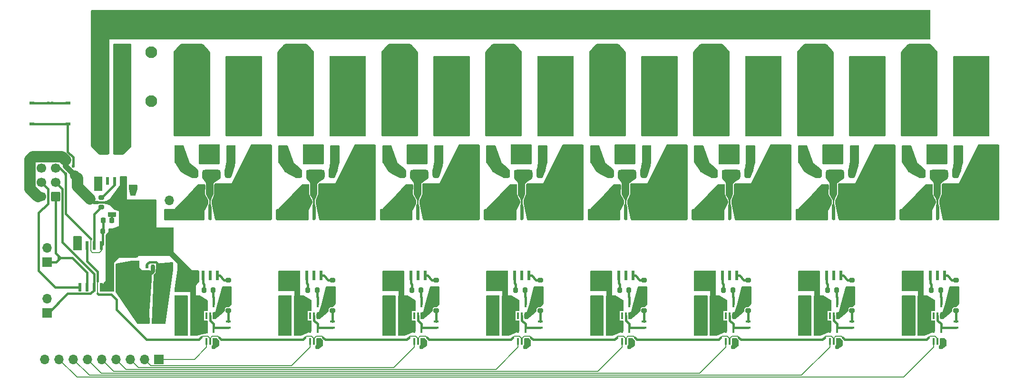
<source format=gbr>
%TF.GenerationSoftware,KiCad,Pcbnew,8.0.5*%
%TF.CreationDate,2024-10-14T01:07:43-05:00*%
%TF.ProjectId,bidirectional_load_switch,62696469-7265-4637-9469-6f6e616c5f6c,rev?*%
%TF.SameCoordinates,Original*%
%TF.FileFunction,Copper,L1,Top*%
%TF.FilePolarity,Positive*%
%FSLAX46Y46*%
G04 Gerber Fmt 4.6, Leading zero omitted, Abs format (unit mm)*
G04 Created by KiCad (PCBNEW 8.0.5) date 2024-10-14 01:07:43*
%MOMM*%
%LPD*%
G01*
G04 APERTURE LIST*
G04 Aperture macros list*
%AMRoundRect*
0 Rectangle with rounded corners*
0 $1 Rounding radius*
0 $2 $3 $4 $5 $6 $7 $8 $9 X,Y pos of 4 corners*
0 Add a 4 corners polygon primitive as box body*
4,1,4,$2,$3,$4,$5,$6,$7,$8,$9,$2,$3,0*
0 Add four circle primitives for the rounded corners*
1,1,$1+$1,$2,$3*
1,1,$1+$1,$4,$5*
1,1,$1+$1,$6,$7*
1,1,$1+$1,$8,$9*
0 Add four rect primitives between the rounded corners*
20,1,$1+$1,$2,$3,$4,$5,0*
20,1,$1+$1,$4,$5,$6,$7,0*
20,1,$1+$1,$6,$7,$8,$9,0*
20,1,$1+$1,$8,$9,$2,$3,0*%
G04 Aperture macros list end*
%TA.AperFunction,SMDPad,CuDef*%
%ADD10RoundRect,0.200000X0.275000X-0.200000X0.275000X0.200000X-0.275000X0.200000X-0.275000X-0.200000X0*%
%TD*%
%TA.AperFunction,SMDPad,CuDef*%
%ADD11R,1.500000X2.900000*%
%TD*%
%TA.AperFunction,SMDPad,CuDef*%
%ADD12R,6.300000X6.500000*%
%TD*%
%TA.AperFunction,SMDPad,CuDef*%
%ADD13R,0.558800X1.701800*%
%TD*%
%TA.AperFunction,SMDPad,CuDef*%
%ADD14R,0.812800X0.457200*%
%TD*%
%TA.AperFunction,SMDPad,CuDef*%
%ADD15RoundRect,0.250000X0.325000X0.650000X-0.325000X0.650000X-0.325000X-0.650000X0.325000X-0.650000X0*%
%TD*%
%TA.AperFunction,SMDPad,CuDef*%
%ADD16RoundRect,0.225000X0.225000X0.250000X-0.225000X0.250000X-0.225000X-0.250000X0.225000X-0.250000X0*%
%TD*%
%TA.AperFunction,SMDPad,CuDef*%
%ADD17R,0.355600X1.168400*%
%TD*%
%TA.AperFunction,SMDPad,CuDef*%
%ADD18RoundRect,0.250000X-1.425000X0.362500X-1.425000X-0.362500X1.425000X-0.362500X1.425000X0.362500X0*%
%TD*%
%TA.AperFunction,ComponentPad*%
%ADD19R,1.700000X1.700000*%
%TD*%
%TA.AperFunction,ComponentPad*%
%ADD20O,1.700000X1.700000*%
%TD*%
%TA.AperFunction,SMDPad,CuDef*%
%ADD21RoundRect,0.250000X-0.325000X-0.650000X0.325000X-0.650000X0.325000X0.650000X-0.325000X0.650000X0*%
%TD*%
%TA.AperFunction,SMDPad,CuDef*%
%ADD22RoundRect,0.200000X-0.275000X0.200000X-0.275000X-0.200000X0.275000X-0.200000X0.275000X0.200000X0*%
%TD*%
%TA.AperFunction,SMDPad,CuDef*%
%ADD23R,0.533400X1.574800*%
%TD*%
%TA.AperFunction,SMDPad,CuDef*%
%ADD24RoundRect,0.250000X-0.262500X-0.450000X0.262500X-0.450000X0.262500X0.450000X-0.262500X0.450000X0*%
%TD*%
%TA.AperFunction,SMDPad,CuDef*%
%ADD25RoundRect,0.225000X-0.225000X-0.250000X0.225000X-0.250000X0.225000X0.250000X-0.225000X0.250000X0*%
%TD*%
%TA.AperFunction,SMDPad,CuDef*%
%ADD26RoundRect,0.200000X0.200000X0.275000X-0.200000X0.275000X-0.200000X-0.275000X0.200000X-0.275000X0*%
%TD*%
%TA.AperFunction,ComponentPad*%
%ADD27RoundRect,0.250000X0.600000X0.600000X-0.600000X0.600000X-0.600000X-0.600000X0.600000X-0.600000X0*%
%TD*%
%TA.AperFunction,ComponentPad*%
%ADD28C,1.700000*%
%TD*%
%TA.AperFunction,SMDPad,CuDef*%
%ADD29RoundRect,0.250000X0.262500X0.450000X-0.262500X0.450000X-0.262500X-0.450000X0.262500X-0.450000X0*%
%TD*%
%TA.AperFunction,SMDPad,CuDef*%
%ADD30R,0.952500X0.558800*%
%TD*%
%TA.AperFunction,SMDPad,CuDef*%
%ADD31R,0.558800X1.460500*%
%TD*%
%TA.AperFunction,SMDPad,CuDef*%
%ADD32RoundRect,0.225000X-0.250000X0.225000X-0.250000X-0.225000X0.250000X-0.225000X0.250000X0.225000X0*%
%TD*%
%TA.AperFunction,ComponentPad*%
%ADD33C,2.100000*%
%TD*%
%TA.AperFunction,SMDPad,CuDef*%
%ADD34R,0.549999X0.800001*%
%TD*%
%TA.AperFunction,SMDPad,CuDef*%
%ADD35R,0.450800X1.111200*%
%TD*%
%TA.AperFunction,SMDPad,CuDef*%
%ADD36RoundRect,0.250000X-0.650000X0.325000X-0.650000X-0.325000X0.650000X-0.325000X0.650000X0.325000X0*%
%TD*%
%TA.AperFunction,ViaPad*%
%ADD37C,0.600000*%
%TD*%
%TA.AperFunction,Conductor*%
%ADD38C,0.400000*%
%TD*%
%TA.AperFunction,Conductor*%
%ADD39C,0.800000*%
%TD*%
%TA.AperFunction,Conductor*%
%ADD40C,1.000000*%
%TD*%
%TA.AperFunction,Conductor*%
%ADD41C,2.000000*%
%TD*%
%TA.AperFunction,Conductor*%
%ADD42C,1.400000*%
%TD*%
%TA.AperFunction,Conductor*%
%ADD43C,0.600000*%
%TD*%
%TA.AperFunction,Conductor*%
%ADD44C,1.800000*%
%TD*%
%TA.AperFunction,Conductor*%
%ADD45C,0.200000*%
%TD*%
G04 APERTURE END LIST*
D10*
%TO.P,R203,1*%
%TO.N,GND*%
X99550000Y-111625000D03*
%TO.P,R203,2*%
%TO.N,Net-(U203-CATHODE)*%
X99550000Y-109975000D03*
%TD*%
D11*
%TO.P,U205,1*%
%TO.N,Net-(R205-Pad2)*%
X100014000Y-87450000D03*
D12*
%TO.P,U205,2*%
%TO.N,Earth*%
X102300000Y-80950000D03*
D11*
%TO.P,U205,3*%
%TO.N,GNDPWR*%
X104586000Y-87450000D03*
%TD*%
D13*
%TO.P,U803,1,ANODE*%
%TO.N,Net-(U803-ANODE)*%
X206030000Y-109184800D03*
%TO.P,U803,2,NC*%
%TO.N,unconnected-(U803-NC-Pad2)*%
X207300000Y-109184800D03*
%TO.P,U803,3,CATHODE*%
%TO.N,Net-(U803-CATHODE)*%
X208570000Y-109184800D03*
%TO.P,U803,4,VEE*%
%TO.N,GNDPWR*%
X208570000Y-98415200D03*
%TO.P,U803,5,VOUT*%
%TO.N,Net-(U803-VOUT)*%
X207300000Y-98415200D03*
%TO.P,U803,6,VCC*%
%TO.N,15V_isolated*%
X206030000Y-98415200D03*
%TD*%
D14*
%TO.P,LED701,1*%
%TO.N,Net-(LED701-Pad1)*%
X192050000Y-117328500D03*
%TO.P,LED701,2*%
%TO.N,Net-(U701-Y)*%
X192050000Y-118471500D03*
%TD*%
D15*
%TO.P,C102,1*%
%TO.N,5V*%
X87275000Y-111800000D03*
%TO.P,C102,2*%
%TO.N,GND*%
X84325000Y-111800000D03*
%TD*%
D16*
%TO.P,C704,1*%
%TO.N,3V3*%
X185825000Y-113300000D03*
%TO.P,C704,2*%
%TO.N,GND*%
X184275000Y-113300000D03*
%TD*%
%TO.P,C401,1*%
%TO.N,3V3*%
X130325000Y-119300000D03*
%TO.P,C401,2*%
%TO.N,GND*%
X128775000Y-119300000D03*
%TD*%
D17*
%TO.P,U902,1,NC*%
%TO.N,unconnected-(U902-NC-Pad1)*%
X225150001Y-116341400D03*
%TO.P,U902,2,A*%
%TO.N,Net-(U901-Y)*%
X225800000Y-116341400D03*
%TO.P,U902,3,GND*%
%TO.N,GND*%
X226449999Y-116341400D03*
%TO.P,U902,4,Y*%
%TO.N,Net-(U902-Y)*%
X226449999Y-114258600D03*
%TO.P,U902,5,VCC*%
%TO.N,3V3*%
X225150001Y-114258600D03*
%TD*%
D18*
%TO.P,RS104,1*%
%TO.N,AC_post_sense*%
X148550000Y-62837500D03*
%TO.P,RS104,2*%
%TO.N,/Channel 4/RIN*%
X148550000Y-68762500D03*
%TD*%
D19*
%TO.P,J105,1,Pin_1*%
%TO.N,MISO{slash}fault_status*%
X67300000Y-106800000D03*
D20*
%TO.P,J105,2,Pin_2*%
%TO.N,GND*%
X67300000Y-104260000D03*
%TD*%
D21*
%TO.P,C905,1*%
%TO.N,15V_isolated*%
X224325000Y-93800000D03*
%TO.P,C905,2*%
%TO.N,GNDPWR*%
X227275000Y-93800000D03*
%TD*%
D11*
%TO.P,U305,1*%
%TO.N,Net-(R305-Pad2)*%
X118514000Y-87450000D03*
D12*
%TO.P,U305,2*%
%TO.N,Earth*%
X120800000Y-80950000D03*
D11*
%TO.P,U305,3*%
%TO.N,GNDPWR*%
X123086000Y-87450000D03*
%TD*%
D17*
%TO.P,U702,1,NC*%
%TO.N,unconnected-(U702-NC-Pad1)*%
X188150001Y-116341400D03*
%TO.P,U702,2,A*%
%TO.N,Net-(U701-Y)*%
X188800000Y-116341400D03*
%TO.P,U702,3,GND*%
%TO.N,GND*%
X189449999Y-116341400D03*
%TO.P,U702,4,Y*%
%TO.N,Net-(U702-Y)*%
X189449999Y-114258600D03*
%TO.P,U702,5,VCC*%
%TO.N,3V3*%
X188150001Y-114258600D03*
%TD*%
D10*
%TO.P,R303,1*%
%TO.N,GND*%
X118050000Y-111625000D03*
%TO.P,R303,2*%
%TO.N,Net-(U303-CATHODE)*%
X118050000Y-109975000D03*
%TD*%
D11*
%TO.P,U705,1*%
%TO.N,Net-(R705-Pad2)*%
X192514000Y-87450000D03*
D12*
%TO.P,U705,2*%
%TO.N,Earth*%
X194800000Y-80950000D03*
D11*
%TO.P,U705,3*%
%TO.N,GNDPWR*%
X197086000Y-87450000D03*
%TD*%
D17*
%TO.P,U402,1,NC*%
%TO.N,unconnected-(U402-NC-Pad1)*%
X132650001Y-116341400D03*
%TO.P,U402,2,A*%
%TO.N,Net-(U401-Y)*%
X133300000Y-116341400D03*
%TO.P,U402,3,GND*%
%TO.N,GND*%
X133949999Y-116341400D03*
%TO.P,U402,4,Y*%
%TO.N,Net-(U402-Y)*%
X133949999Y-114258600D03*
%TO.P,U402,5,VCC*%
%TO.N,3V3*%
X132650001Y-114258600D03*
%TD*%
D22*
%TO.P,R101,1*%
%TO.N,Net-(U101-VOUT)*%
X76950000Y-95275000D03*
%TO.P,R101,2*%
%TO.N,Net-(U103-PB3)*%
X76950000Y-96925000D03*
%TD*%
D16*
%TO.P,C601,1*%
%TO.N,3V3*%
X167325000Y-119300000D03*
%TO.P,C601,2*%
%TO.N,GND*%
X165775000Y-119300000D03*
%TD*%
D23*
%TO.P,U103,1,PB5*%
%TO.N,~{MCU_RST}*%
X76955000Y-103854300D03*
%TO.P,U103,2,PB3*%
%TO.N,Net-(U103-PB3)*%
X75685000Y-103854300D03*
%TO.P,U103,3,PB4*%
%TO.N,~{fault}*%
X74415000Y-103854300D03*
%TO.P,U103,4,GND*%
%TO.N,GND*%
X73145000Y-103854300D03*
%TO.P,U103,5,PB0*%
%TO.N,MOSI*%
X73145000Y-111245700D03*
%TO.P,U103,6,PB1*%
%TO.N,MISO{slash}fault_status*%
X74415000Y-111245700D03*
%TO.P,U103,7,PB2*%
%TO.N,SCK{slash}~{fault_rst}*%
X75685000Y-111245700D03*
%TO.P,U103,8,VCC*%
%TO.N,3V3*%
X76955000Y-111245700D03*
%TD*%
D24*
%TO.P,R905,1*%
%TO.N,Net-(U903-VOUT)*%
X227137500Y-91050000D03*
%TO.P,R905,2*%
%TO.N,Net-(R905-Pad2)*%
X228962500Y-91050000D03*
%TD*%
D17*
%TO.P,U502,1,NC*%
%TO.N,unconnected-(U502-NC-Pad1)*%
X151150001Y-116341400D03*
%TO.P,U502,2,A*%
%TO.N,Net-(U501-Y)*%
X151800000Y-116341400D03*
%TO.P,U502,3,GND*%
%TO.N,GND*%
X152449999Y-116341400D03*
%TO.P,U502,4,Y*%
%TO.N,Net-(U502-Y)*%
X152449999Y-114258600D03*
%TO.P,U502,5,VCC*%
%TO.N,3V3*%
X151150001Y-114258600D03*
%TD*%
D24*
%TO.P,R505,1*%
%TO.N,Net-(U503-VOUT)*%
X153137500Y-91050000D03*
%TO.P,R505,2*%
%TO.N,Net-(R505-Pad2)*%
X154962500Y-91050000D03*
%TD*%
D25*
%TO.P,C606,1*%
%TO.N,15V_isolated*%
X169525000Y-96050000D03*
%TO.P,C606,2*%
%TO.N,GNDPWR*%
X171075000Y-96050000D03*
%TD*%
D16*
%TO.P,C304,1*%
%TO.N,3V3*%
X111825000Y-113300000D03*
%TO.P,C304,2*%
%TO.N,GND*%
X110275000Y-113300000D03*
%TD*%
D24*
%TO.P,R605,1*%
%TO.N,Net-(U603-VOUT)*%
X171637500Y-91050000D03*
%TO.P,R605,2*%
%TO.N,Net-(R605-Pad2)*%
X173462500Y-91050000D03*
%TD*%
D16*
%TO.P,C903,1*%
%TO.N,3V3*%
X222825000Y-115300000D03*
%TO.P,C903,2*%
%TO.N,GND*%
X221275000Y-115300000D03*
%TD*%
D17*
%TO.P,U802,1,NC*%
%TO.N,unconnected-(U802-NC-Pad1)*%
X206650001Y-116341400D03*
%TO.P,U802,2,A*%
%TO.N,Net-(U801-Y)*%
X207300000Y-116341400D03*
%TO.P,U802,3,GND*%
%TO.N,GND*%
X207949999Y-116341400D03*
%TO.P,U802,4,Y*%
%TO.N,Net-(U802-Y)*%
X207949999Y-114258600D03*
%TO.P,U802,5,VCC*%
%TO.N,3V3*%
X206650001Y-114258600D03*
%TD*%
D16*
%TO.P,C303,1*%
%TO.N,3V3*%
X111825000Y-115300000D03*
%TO.P,C303,2*%
%TO.N,GND*%
X110275000Y-115300000D03*
%TD*%
D25*
%TO.P,C906,1*%
%TO.N,15V_isolated*%
X225025000Y-96050000D03*
%TO.P,C906,2*%
%TO.N,GNDPWR*%
X226575000Y-96050000D03*
%TD*%
%TO.P,C506,1*%
%TO.N,15V_isolated*%
X151025000Y-96050000D03*
%TO.P,C506,2*%
%TO.N,GNDPWR*%
X152575000Y-96050000D03*
%TD*%
D21*
%TO.P,C705,1*%
%TO.N,15V_isolated*%
X187325000Y-93800000D03*
%TO.P,C705,2*%
%TO.N,GNDPWR*%
X190275000Y-93800000D03*
%TD*%
D26*
%TO.P,R402,1*%
%TO.N,Net-(U402-Y)*%
X133875000Y-111800000D03*
%TO.P,R402,2*%
%TO.N,Net-(U403-ANODE)*%
X132225000Y-111800000D03*
%TD*%
D10*
%TO.P,R901,1*%
%TO.N,Net-(LED901-Pad1)*%
X229050000Y-115375000D03*
%TO.P,R901,2*%
%TO.N,GND*%
X229050000Y-113725000D03*
%TD*%
D19*
%TO.P,J102,1,Pin_1*%
%TO.N,GND*%
X84550000Y-116550000D03*
D20*
%TO.P,J102,2,Pin_2*%
%TO.N,5V*%
X87090000Y-116550000D03*
%TD*%
D16*
%TO.P,C202,1*%
%TO.N,3V3*%
X93325000Y-117300000D03*
%TO.P,C202,2*%
%TO.N,GND*%
X91775000Y-117300000D03*
%TD*%
D18*
%TO.P,RS101,1*%
%TO.N,AC_post_sense*%
X93050000Y-62837500D03*
%TO.P,RS101,2*%
%TO.N,/Channel 1/RIN*%
X93050000Y-68762500D03*
%TD*%
D21*
%TO.P,C805,1*%
%TO.N,15V_isolated*%
X205825000Y-93800000D03*
%TO.P,C805,2*%
%TO.N,GNDPWR*%
X208775000Y-93800000D03*
%TD*%
D24*
%TO.P,R805,1*%
%TO.N,Net-(U803-VOUT)*%
X208637500Y-91050000D03*
%TO.P,R805,2*%
%TO.N,Net-(R805-Pad2)*%
X210462500Y-91050000D03*
%TD*%
D11*
%TO.P,U604,1*%
%TO.N,Net-(R604-Pad2)*%
X164764000Y-87500000D03*
D12*
%TO.P,U604,2*%
%TO.N,/Channel 5/RIN*%
X167050000Y-81000000D03*
D11*
%TO.P,U604,3*%
%TO.N,GNDPWR*%
X169336000Y-87500000D03*
%TD*%
%TO.P,U904,1*%
%TO.N,Net-(R904-Pad2)*%
X220264000Y-87500000D03*
D12*
%TO.P,U904,2*%
%TO.N,/Channel 8/RIN*%
X222550000Y-81000000D03*
D11*
%TO.P,U904,3*%
%TO.N,GNDPWR*%
X224836000Y-87500000D03*
%TD*%
D24*
%TO.P,R305,1*%
%TO.N,Net-(U303-VOUT)*%
X116137500Y-91050000D03*
%TO.P,R305,2*%
%TO.N,Net-(R305-Pad2)*%
X117962500Y-91050000D03*
%TD*%
D16*
%TO.P,C403,1*%
%TO.N,3V3*%
X130325000Y-115300000D03*
%TO.P,C403,2*%
%TO.N,GND*%
X128775000Y-115300000D03*
%TD*%
D27*
%TO.P,J107,1,MISO*%
%TO.N,MISO{slash}fault_status*%
X68802500Y-95095000D03*
D28*
%TO.P,J107,2,VCC*%
%TO.N,3V3*%
X66262500Y-95095000D03*
%TO.P,J107,3,SCK*%
%TO.N,SCK{slash}~{fault_rst}*%
X68802500Y-92555000D03*
%TO.P,J107,4,MOSI*%
%TO.N,MOSI*%
X66262500Y-92555000D03*
%TO.P,J107,5,~{RST}*%
%TO.N,~{MCU_RST}*%
X68802500Y-90015000D03*
%TO.P,J107,6,GND*%
%TO.N,GND*%
X66262500Y-90015000D03*
%TD*%
D10*
%TO.P,R803,1*%
%TO.N,GND*%
X210550000Y-111625000D03*
%TO.P,R803,2*%
%TO.N,Net-(U803-CATHODE)*%
X210550000Y-109975000D03*
%TD*%
D29*
%TO.P,R804,1*%
%TO.N,Net-(U803-VOUT)*%
X206462500Y-91050000D03*
%TO.P,R804,2*%
%TO.N,Net-(R804-Pad2)*%
X204637500Y-91050000D03*
%TD*%
D13*
%TO.P,U203,1,ANODE*%
%TO.N,Net-(U203-ANODE)*%
X95030000Y-109184800D03*
%TO.P,U203,2,NC*%
%TO.N,unconnected-(U203-NC-Pad2)*%
X96300000Y-109184800D03*
%TO.P,U203,3,CATHODE*%
%TO.N,Net-(U203-CATHODE)*%
X97570000Y-109184800D03*
%TO.P,U203,4,VEE*%
%TO.N,GNDPWR*%
X97570000Y-98415200D03*
%TO.P,U203,5,VOUT*%
%TO.N,Net-(U203-VOUT)*%
X96300000Y-98415200D03*
%TO.P,U203,6,VCC*%
%TO.N,15V_isolated*%
X95030000Y-98415200D03*
%TD*%
D16*
%TO.P,C901,1*%
%TO.N,3V3*%
X222825000Y-119300000D03*
%TO.P,C901,2*%
%TO.N,GND*%
X221275000Y-119300000D03*
%TD*%
D17*
%TO.P,U301,1,A*%
%TO.N,PWM2_in*%
X114150001Y-120891400D03*
%TO.P,U301,2,B*%
%TO.N,~{fault}*%
X114800000Y-120891400D03*
%TO.P,U301,3,GND*%
%TO.N,GND*%
X115449999Y-120891400D03*
%TO.P,U301,4,Y*%
%TO.N,Net-(U301-Y)*%
X115449999Y-118808600D03*
%TO.P,U301,5,VCC*%
%TO.N,3V3*%
X114150001Y-118808600D03*
%TD*%
D26*
%TO.P,R902,1*%
%TO.N,Net-(U902-Y)*%
X226375000Y-111800000D03*
%TO.P,R902,2*%
%TO.N,Net-(U903-ANODE)*%
X224725000Y-111800000D03*
%TD*%
D16*
%TO.P,C501,1*%
%TO.N,3V3*%
X148825000Y-119300000D03*
%TO.P,C501,2*%
%TO.N,GND*%
X147275000Y-119300000D03*
%TD*%
D13*
%TO.P,U303,1,ANODE*%
%TO.N,Net-(U303-ANODE)*%
X113530000Y-109184800D03*
%TO.P,U303,2,NC*%
%TO.N,unconnected-(U303-NC-Pad2)*%
X114800000Y-109184800D03*
%TO.P,U303,3,CATHODE*%
%TO.N,Net-(U303-CATHODE)*%
X116070000Y-109184800D03*
%TO.P,U303,4,VEE*%
%TO.N,GNDPWR*%
X116070000Y-98415200D03*
%TO.P,U303,5,VOUT*%
%TO.N,Net-(U303-VOUT)*%
X114800000Y-98415200D03*
%TO.P,U303,6,VCC*%
%TO.N,15V_isolated*%
X113530000Y-98415200D03*
%TD*%
D10*
%TO.P,R301,1*%
%TO.N,Net-(LED301-Pad1)*%
X118050000Y-115375000D03*
%TO.P,R301,2*%
%TO.N,GND*%
X118050000Y-113725000D03*
%TD*%
D19*
%TO.P,J106,1,Pin_1*%
%TO.N,SCK{slash}~{fault_rst}*%
X67300000Y-115800000D03*
D20*
%TO.P,J106,2,Pin_2*%
%TO.N,GND*%
X67300000Y-113260000D03*
%TD*%
D29*
%TO.P,R704,1*%
%TO.N,Net-(U703-VOUT)*%
X187962500Y-91050000D03*
%TO.P,R704,2*%
%TO.N,Net-(R704-Pad2)*%
X186137500Y-91050000D03*
%TD*%
D13*
%TO.P,U603,1,ANODE*%
%TO.N,Net-(U603-ANODE)*%
X169030000Y-109184800D03*
%TO.P,U603,2,NC*%
%TO.N,unconnected-(U603-NC-Pad2)*%
X170300000Y-109184800D03*
%TO.P,U603,3,CATHODE*%
%TO.N,Net-(U603-CATHODE)*%
X171570000Y-109184800D03*
%TO.P,U603,4,VEE*%
%TO.N,GNDPWR*%
X171570000Y-98415200D03*
%TO.P,U603,5,VOUT*%
%TO.N,Net-(U603-VOUT)*%
X170300000Y-98415200D03*
%TO.P,U603,6,VCC*%
%TO.N,15V_isolated*%
X169030000Y-98415200D03*
%TD*%
D14*
%TO.P,LED401,1*%
%TO.N,Net-(LED401-Pad1)*%
X136550000Y-117328500D03*
%TO.P,LED401,2*%
%TO.N,Net-(U401-Y)*%
X136550000Y-118471500D03*
%TD*%
D16*
%TO.P,C302,1*%
%TO.N,3V3*%
X111825000Y-117300000D03*
%TO.P,C302,2*%
%TO.N,GND*%
X110275000Y-117300000D03*
%TD*%
D26*
%TO.P,R102,1*%
%TO.N,3V3*%
X78875000Y-101300000D03*
%TO.P,R102,2*%
%TO.N,~{MCU_RST}*%
X77225000Y-101300000D03*
%TD*%
D16*
%TO.P,C904,1*%
%TO.N,3V3*%
X222825000Y-113300000D03*
%TO.P,C904,2*%
%TO.N,GND*%
X221275000Y-113300000D03*
%TD*%
D30*
%TO.P,SW101,1*%
%TO.N,GND*%
X64618650Y-78445800D03*
%TO.P,SW101,2*%
X70981350Y-78445800D03*
%TO.P,SW101,3*%
%TO.N,~{MCU_RST}*%
X64618650Y-82154200D03*
%TO.P,SW101,4*%
X70981350Y-82154200D03*
%TD*%
D10*
%TO.P,R703,1*%
%TO.N,GND*%
X192050000Y-111625000D03*
%TO.P,R703,2*%
%TO.N,Net-(U703-CATHODE)*%
X192050000Y-109975000D03*
%TD*%
D11*
%TO.P,U504,1*%
%TO.N,Net-(R504-Pad2)*%
X146264000Y-87500000D03*
D12*
%TO.P,U504,2*%
%TO.N,/Channel 4/RIN*%
X148550000Y-81000000D03*
D11*
%TO.P,U504,3*%
%TO.N,GNDPWR*%
X150836000Y-87500000D03*
%TD*%
D16*
%TO.P,C803,1*%
%TO.N,3V3*%
X204325000Y-115300000D03*
%TO.P,C803,2*%
%TO.N,GND*%
X202775000Y-115300000D03*
%TD*%
%TO.P,C503,1*%
%TO.N,3V3*%
X148825000Y-115300000D03*
%TO.P,C503,2*%
%TO.N,GND*%
X147275000Y-115300000D03*
%TD*%
D25*
%TO.P,C706,1*%
%TO.N,15V_isolated*%
X188025000Y-96050000D03*
%TO.P,C706,2*%
%TO.N,GNDPWR*%
X189575000Y-96050000D03*
%TD*%
D18*
%TO.P,RS102,1*%
%TO.N,AC_post_sense*%
X111550000Y-62837500D03*
%TO.P,RS102,2*%
%TO.N,/Channel 2/RIN*%
X111550000Y-68762500D03*
%TD*%
D29*
%TO.P,R404,1*%
%TO.N,Net-(U403-VOUT)*%
X132462500Y-91050000D03*
%TO.P,R404,2*%
%TO.N,Net-(R404-Pad2)*%
X130637500Y-91050000D03*
%TD*%
D10*
%TO.P,R501,1*%
%TO.N,Net-(LED501-Pad1)*%
X155050000Y-115375000D03*
%TO.P,R501,2*%
%TO.N,GND*%
X155050000Y-113725000D03*
%TD*%
D11*
%TO.P,U405,1*%
%TO.N,Net-(R405-Pad2)*%
X137014000Y-87450000D03*
D12*
%TO.P,U405,2*%
%TO.N,Earth*%
X139300000Y-80950000D03*
D11*
%TO.P,U405,3*%
%TO.N,GNDPWR*%
X141586000Y-87450000D03*
%TD*%
D18*
%TO.P,RS106,1*%
%TO.N,AC_post_sense*%
X185550000Y-62837500D03*
%TO.P,RS106,2*%
%TO.N,/Channel 6/RIN*%
X185550000Y-68762500D03*
%TD*%
D24*
%TO.P,R705,1*%
%TO.N,Net-(U703-VOUT)*%
X190137500Y-91050000D03*
%TO.P,R705,2*%
%TO.N,Net-(R705-Pad2)*%
X191962500Y-91050000D03*
%TD*%
D17*
%TO.P,U501,1,A*%
%TO.N,PWM4_in*%
X151150001Y-120891400D03*
%TO.P,U501,2,B*%
%TO.N,~{fault}*%
X151800000Y-120891400D03*
%TO.P,U501,3,GND*%
%TO.N,GND*%
X152449999Y-120891400D03*
%TO.P,U501,4,Y*%
%TO.N,Net-(U501-Y)*%
X152449999Y-118808600D03*
%TO.P,U501,5,VCC*%
%TO.N,3V3*%
X151150001Y-118808600D03*
%TD*%
D26*
%TO.P,R702,1*%
%TO.N,Net-(U702-Y)*%
X189375000Y-111800000D03*
%TO.P,R702,2*%
%TO.N,Net-(U703-ANODE)*%
X187725000Y-111800000D03*
%TD*%
D13*
%TO.P,U503,1,ANODE*%
%TO.N,Net-(U503-ANODE)*%
X150530000Y-109184800D03*
%TO.P,U503,2,NC*%
%TO.N,unconnected-(U503-NC-Pad2)*%
X151800000Y-109184800D03*
%TO.P,U503,3,CATHODE*%
%TO.N,Net-(U503-CATHODE)*%
X153070000Y-109184800D03*
%TO.P,U503,4,VEE*%
%TO.N,GNDPWR*%
X153070000Y-98415200D03*
%TO.P,U503,5,VOUT*%
%TO.N,Net-(U503-VOUT)*%
X151800000Y-98415200D03*
%TO.P,U503,6,VCC*%
%TO.N,15V_isolated*%
X150530000Y-98415200D03*
%TD*%
D19*
%TO.P,J104,1,Pin_1*%
%TO.N,15V_isolated*%
X89050000Y-98300000D03*
D20*
%TO.P,J104,2,Pin_2*%
%TO.N,GNDPWR*%
X89050000Y-95760000D03*
%TD*%
D16*
%TO.P,C504,1*%
%TO.N,3V3*%
X148825000Y-113300000D03*
%TO.P,C504,2*%
%TO.N,GND*%
X147275000Y-113300000D03*
%TD*%
D14*
%TO.P,LED601,1*%
%TO.N,Net-(LED601-Pad1)*%
X173550000Y-117328500D03*
%TO.P,LED601,2*%
%TO.N,Net-(U601-Y)*%
X173550000Y-118471500D03*
%TD*%
D11*
%TO.P,U605,1*%
%TO.N,Net-(R605-Pad2)*%
X174014000Y-87450000D03*
D12*
%TO.P,U605,2*%
%TO.N,Earth*%
X176300000Y-80950000D03*
D11*
%TO.P,U605,3*%
%TO.N,GNDPWR*%
X178586000Y-87450000D03*
%TD*%
D17*
%TO.P,U202,1,NC*%
%TO.N,unconnected-(U202-NC-Pad1)*%
X95650001Y-116341400D03*
%TO.P,U202,2,A*%
%TO.N,Net-(U201-Y)*%
X96300000Y-116341400D03*
%TO.P,U202,3,GND*%
%TO.N,GND*%
X96949999Y-116341400D03*
%TO.P,U202,4,Y*%
%TO.N,Net-(U202-Y)*%
X96949999Y-114258600D03*
%TO.P,U202,5,VCC*%
%TO.N,3V3*%
X95650001Y-114258600D03*
%TD*%
D24*
%TO.P,R205,1*%
%TO.N,Net-(U203-VOUT)*%
X97637500Y-91050000D03*
%TO.P,R205,2*%
%TO.N,Net-(R205-Pad2)*%
X99462500Y-91050000D03*
%TD*%
D14*
%TO.P,LED301,1*%
%TO.N,Net-(LED301-Pad1)*%
X118050000Y-117328500D03*
%TO.P,LED301,2*%
%TO.N,Net-(U301-Y)*%
X118050000Y-118471500D03*
%TD*%
D11*
%TO.P,U404,1*%
%TO.N,Net-(R404-Pad2)*%
X127764000Y-87500000D03*
D12*
%TO.P,U404,2*%
%TO.N,/Channel 3/RIN*%
X130050000Y-81000000D03*
D11*
%TO.P,U404,3*%
%TO.N,GNDPWR*%
X132336000Y-87500000D03*
%TD*%
D17*
%TO.P,U801,1,A*%
%TO.N,PWM7_in*%
X206650001Y-120891400D03*
%TO.P,U801,2,B*%
%TO.N,~{fault}*%
X207300000Y-120891400D03*
%TO.P,U801,3,GND*%
%TO.N,GND*%
X207949999Y-120891400D03*
%TO.P,U801,4,Y*%
%TO.N,Net-(U801-Y)*%
X207949999Y-118808600D03*
%TO.P,U801,5,VCC*%
%TO.N,3V3*%
X206650001Y-118808600D03*
%TD*%
D31*
%TO.P,U101,1,IN+*%
%TO.N,AC_in*%
X80605000Y-86825850D03*
%TO.P,U101,2,IN+*%
X79335000Y-86825850D03*
%TO.P,U101,3,IN-*%
%TO.N,AC_post_sense*%
X78065000Y-86825850D03*
%TO.P,U101,4,IN-*%
X76795000Y-86825850D03*
%TO.P,U101,5,GND*%
%TO.N,GND*%
X76795000Y-92274150D03*
%TO.P,U101,6,NC*%
%TO.N,unconnected-(U101-NC-Pad6)*%
X78065000Y-92274150D03*
%TO.P,U101,7,VOUT*%
%TO.N,Net-(U101-VOUT)*%
X79335000Y-92274150D03*
%TO.P,U101,8,VS*%
%TO.N,3V3*%
X80605000Y-92274150D03*
%TD*%
D10*
%TO.P,R603,1*%
%TO.N,GND*%
X173550000Y-111625000D03*
%TO.P,R603,2*%
%TO.N,Net-(U603-CATHODE)*%
X173550000Y-109975000D03*
%TD*%
%TO.P,R201,1*%
%TO.N,Net-(LED201-Pad1)*%
X99550000Y-115375000D03*
%TO.P,R201,2*%
%TO.N,GND*%
X99550000Y-113725000D03*
%TD*%
D32*
%TO.P,C105,1*%
%TO.N,3V3*%
X83050000Y-105525000D03*
%TO.P,C105,2*%
%TO.N,GND*%
X83050000Y-107075000D03*
%TD*%
D17*
%TO.P,U601,1,A*%
%TO.N,PWM5_in*%
X169650001Y-120891400D03*
%TO.P,U601,2,B*%
%TO.N,~{fault}*%
X170300000Y-120891400D03*
%TO.P,U601,3,GND*%
%TO.N,GND*%
X170949999Y-120891400D03*
%TO.P,U601,4,Y*%
%TO.N,Net-(U601-Y)*%
X170949999Y-118808600D03*
%TO.P,U601,5,VCC*%
%TO.N,3V3*%
X169650001Y-118808600D03*
%TD*%
D16*
%TO.P,C402,1*%
%TO.N,3V3*%
X130325000Y-117300000D03*
%TO.P,C402,2*%
%TO.N,GND*%
X128775000Y-117300000D03*
%TD*%
%TO.P,C702,1*%
%TO.N,3V3*%
X185825000Y-117300000D03*
%TO.P,C702,2*%
%TO.N,GND*%
X184275000Y-117300000D03*
%TD*%
D25*
%TO.P,C806,1*%
%TO.N,15V_isolated*%
X206525000Y-96050000D03*
%TO.P,C806,2*%
%TO.N,GNDPWR*%
X208075000Y-96050000D03*
%TD*%
D17*
%TO.P,U302,1,NC*%
%TO.N,unconnected-(U302-NC-Pad1)*%
X114150001Y-116341400D03*
%TO.P,U302,2,A*%
%TO.N,Net-(U301-Y)*%
X114800000Y-116341400D03*
%TO.P,U302,3,GND*%
%TO.N,GND*%
X115449999Y-116341400D03*
%TO.P,U302,4,Y*%
%TO.N,Net-(U302-Y)*%
X115449999Y-114258600D03*
%TO.P,U302,5,VCC*%
%TO.N,3V3*%
X114150001Y-114258600D03*
%TD*%
%TO.P,U901,1,A*%
%TO.N,PWM8_in*%
X225150001Y-120891400D03*
%TO.P,U901,2,B*%
%TO.N,~{fault}*%
X225800000Y-120891400D03*
%TO.P,U901,3,GND*%
%TO.N,GND*%
X226449999Y-120891400D03*
%TO.P,U901,4,Y*%
%TO.N,Net-(U901-Y)*%
X226449999Y-118808600D03*
%TO.P,U901,5,VCC*%
%TO.N,3V3*%
X225150001Y-118808600D03*
%TD*%
D11*
%TO.P,U704,1*%
%TO.N,Net-(R704-Pad2)*%
X183264000Y-87500000D03*
D12*
%TO.P,U704,2*%
%TO.N,/Channel 6/RIN*%
X185550000Y-81000000D03*
D11*
%TO.P,U704,3*%
%TO.N,GNDPWR*%
X187836000Y-87500000D03*
%TD*%
D24*
%TO.P,R405,1*%
%TO.N,Net-(U403-VOUT)*%
X134637500Y-91050000D03*
%TO.P,R405,2*%
%TO.N,Net-(R405-Pad2)*%
X136462500Y-91050000D03*
%TD*%
D16*
%TO.P,C502,1*%
%TO.N,3V3*%
X148825000Y-117300000D03*
%TO.P,C502,2*%
%TO.N,GND*%
X147275000Y-117300000D03*
%TD*%
D25*
%TO.P,C103,1*%
%TO.N,3V3*%
X81025000Y-94450000D03*
%TO.P,C103,2*%
%TO.N,GND*%
X82575000Y-94450000D03*
%TD*%
D11*
%TO.P,U905,1*%
%TO.N,Net-(R905-Pad2)*%
X229514000Y-87450000D03*
D12*
%TO.P,U905,2*%
%TO.N,Earth*%
X231800000Y-80950000D03*
D11*
%TO.P,U905,3*%
%TO.N,GNDPWR*%
X234086000Y-87450000D03*
%TD*%
D10*
%TO.P,R801,1*%
%TO.N,Net-(LED801-Pad1)*%
X210550000Y-115375000D03*
%TO.P,R801,2*%
%TO.N,GND*%
X210550000Y-113725000D03*
%TD*%
D29*
%TO.P,R204,1*%
%TO.N,Net-(U203-VOUT)*%
X95462500Y-91050000D03*
%TO.P,R204,2*%
%TO.N,Net-(R204-Pad2)*%
X93637500Y-91050000D03*
%TD*%
D13*
%TO.P,U403,1,ANODE*%
%TO.N,Net-(U403-ANODE)*%
X132030000Y-109184800D03*
%TO.P,U403,2,NC*%
%TO.N,unconnected-(U403-NC-Pad2)*%
X133300000Y-109184800D03*
%TO.P,U403,3,CATHODE*%
%TO.N,Net-(U403-CATHODE)*%
X134570000Y-109184800D03*
%TO.P,U403,4,VEE*%
%TO.N,GNDPWR*%
X134570000Y-98415200D03*
%TO.P,U403,5,VOUT*%
%TO.N,Net-(U403-VOUT)*%
X133300000Y-98415200D03*
%TO.P,U403,6,VCC*%
%TO.N,15V_isolated*%
X132030000Y-98415200D03*
%TD*%
D11*
%TO.P,U804,1*%
%TO.N,Net-(R804-Pad2)*%
X201764000Y-87500000D03*
D12*
%TO.P,U804,2*%
%TO.N,/Channel 7/RIN*%
X204050000Y-81000000D03*
D11*
%TO.P,U804,3*%
%TO.N,GNDPWR*%
X206336000Y-87500000D03*
%TD*%
D26*
%TO.P,R202,1*%
%TO.N,Net-(U202-Y)*%
X96875000Y-111800000D03*
%TO.P,R202,2*%
%TO.N,Net-(U203-ANODE)*%
X95225000Y-111800000D03*
%TD*%
D13*
%TO.P,U703,1,ANODE*%
%TO.N,Net-(U703-ANODE)*%
X187530000Y-109184800D03*
%TO.P,U703,2,NC*%
%TO.N,unconnected-(U703-NC-Pad2)*%
X188800000Y-109184800D03*
%TO.P,U703,3,CATHODE*%
%TO.N,Net-(U703-CATHODE)*%
X190070000Y-109184800D03*
%TO.P,U703,4,VEE*%
%TO.N,GNDPWR*%
X190070000Y-98415200D03*
%TO.P,U703,5,VOUT*%
%TO.N,Net-(U703-VOUT)*%
X188800000Y-98415200D03*
%TO.P,U703,6,VCC*%
%TO.N,15V_isolated*%
X187530000Y-98415200D03*
%TD*%
D29*
%TO.P,R604,1*%
%TO.N,Net-(U603-VOUT)*%
X169462500Y-91050000D03*
%TO.P,R604,2*%
%TO.N,Net-(R604-Pad2)*%
X167637500Y-91050000D03*
%TD*%
D19*
%TO.P,J103,1,Pin_1*%
%TO.N,PWM1_in*%
X87180000Y-124100000D03*
D20*
%TO.P,J103,2,Pin_2*%
%TO.N,PWM2_in*%
X84640000Y-124100000D03*
%TO.P,J103,3,Pin_3*%
%TO.N,PWM3_in*%
X82100000Y-124100000D03*
%TO.P,J103,4,Pin_4*%
%TO.N,PWM4_in*%
X79560000Y-124100000D03*
%TO.P,J103,5,Pin_5*%
%TO.N,PWM5_in*%
X77020000Y-124100000D03*
%TO.P,J103,6,Pin_6*%
%TO.N,PWM6_in*%
X74480000Y-124100000D03*
%TO.P,J103,7,Pin_7*%
%TO.N,PWM7_in*%
X71940000Y-124100000D03*
%TO.P,J103,8,Pin_8*%
%TO.N,PWM8_in*%
X69400000Y-124100000D03*
%TO.P,J103,9,Pin_9*%
%TO.N,GND*%
X66860000Y-124100000D03*
%TD*%
D14*
%TO.P,LED901,1*%
%TO.N,Net-(LED901-Pad1)*%
X229050000Y-117328500D03*
%TO.P,LED901,2*%
%TO.N,Net-(U901-Y)*%
X229050000Y-118471500D03*
%TD*%
D11*
%TO.P,U204,1*%
%TO.N,Net-(R204-Pad2)*%
X90764000Y-87500000D03*
D12*
%TO.P,U204,2*%
%TO.N,/Channel 1/RIN*%
X93050000Y-81000000D03*
D11*
%TO.P,U204,3*%
%TO.N,GNDPWR*%
X95336000Y-87500000D03*
%TD*%
D18*
%TO.P,RS103,1*%
%TO.N,AC_post_sense*%
X130050000Y-62837500D03*
%TO.P,RS103,2*%
%TO.N,/Channel 3/RIN*%
X130050000Y-68762500D03*
%TD*%
D16*
%TO.P,C701,1*%
%TO.N,3V3*%
X185825000Y-119300000D03*
%TO.P,C701,2*%
%TO.N,GND*%
X184275000Y-119300000D03*
%TD*%
%TO.P,C301,1*%
%TO.N,3V3*%
X111825000Y-119300000D03*
%TO.P,C301,2*%
%TO.N,GND*%
X110275000Y-119300000D03*
%TD*%
D17*
%TO.P,U201,1,A*%
%TO.N,PWM1_in*%
X95650001Y-120891400D03*
%TO.P,U201,2,B*%
%TO.N,~{fault}*%
X96300000Y-120891400D03*
%TO.P,U201,3,GND*%
%TO.N,GND*%
X96949999Y-120891400D03*
%TO.P,U201,4,Y*%
%TO.N,Net-(U201-Y)*%
X96949999Y-118808600D03*
%TO.P,U201,5,VCC*%
%TO.N,3V3*%
X95650001Y-118808600D03*
%TD*%
D10*
%TO.P,R601,1*%
%TO.N,Net-(LED601-Pad1)*%
X173550000Y-115375000D03*
%TO.P,R601,2*%
%TO.N,GND*%
X173550000Y-113725000D03*
%TD*%
D13*
%TO.P,U903,1,ANODE*%
%TO.N,Net-(U903-ANODE)*%
X224530000Y-109184800D03*
%TO.P,U903,2,NC*%
%TO.N,unconnected-(U903-NC-Pad2)*%
X225800000Y-109184800D03*
%TO.P,U903,3,CATHODE*%
%TO.N,Net-(U903-CATHODE)*%
X227070000Y-109184800D03*
%TO.P,U903,4,VEE*%
%TO.N,GNDPWR*%
X227070000Y-98415200D03*
%TO.P,U903,5,VOUT*%
%TO.N,Net-(U903-VOUT)*%
X225800000Y-98415200D03*
%TO.P,U903,6,VCC*%
%TO.N,15V_isolated*%
X224530000Y-98415200D03*
%TD*%
D26*
%TO.P,R802,1*%
%TO.N,Net-(U802-Y)*%
X207875000Y-111800000D03*
%TO.P,R802,2*%
%TO.N,Net-(U803-ANODE)*%
X206225000Y-111800000D03*
%TD*%
D10*
%TO.P,R701,1*%
%TO.N,Net-(LED701-Pad1)*%
X192050000Y-115375000D03*
%TO.P,R701,2*%
%TO.N,GND*%
X192050000Y-113725000D03*
%TD*%
D16*
%TO.P,C804,1*%
%TO.N,3V3*%
X204325000Y-113300000D03*
%TO.P,C804,2*%
%TO.N,GND*%
X202775000Y-113300000D03*
%TD*%
D33*
%TO.P,J101,1_1,1_1*%
%TO.N,Earth*%
X85840000Y-78037500D03*
%TO.P,J101,1_2,1_2*%
X85840000Y-69337500D03*
%TO.P,J101,2_1,2_1*%
%TO.N,AC_in*%
X80760000Y-78037500D03*
%TO.P,J101,2_2,2_2*%
X80760000Y-69337500D03*
%TD*%
D10*
%TO.P,R903,1*%
%TO.N,GND*%
X229050000Y-111625000D03*
%TO.P,R903,2*%
%TO.N,Net-(U903-CATHODE)*%
X229050000Y-109975000D03*
%TD*%
D16*
%TO.P,C404,1*%
%TO.N,3V3*%
X130325000Y-113300000D03*
%TO.P,C404,2*%
%TO.N,GND*%
X128775000Y-113300000D03*
%TD*%
D21*
%TO.P,C505,1*%
%TO.N,15V_isolated*%
X150325000Y-93800000D03*
%TO.P,C505,2*%
%TO.N,GNDPWR*%
X153275000Y-93800000D03*
%TD*%
D11*
%TO.P,U805,1*%
%TO.N,Net-(R805-Pad2)*%
X211014000Y-87450000D03*
D12*
%TO.P,U805,2*%
%TO.N,Earth*%
X213300000Y-80950000D03*
D11*
%TO.P,U805,3*%
%TO.N,GNDPWR*%
X215586000Y-87450000D03*
%TD*%
D21*
%TO.P,C305,1*%
%TO.N,15V_isolated*%
X113325000Y-93800000D03*
%TO.P,C305,2*%
%TO.N,GNDPWR*%
X116275000Y-93800000D03*
%TD*%
D25*
%TO.P,C107,1*%
%TO.N,~{MCU_RST}*%
X77275000Y-99300000D03*
%TO.P,C107,2*%
%TO.N,GND*%
X78825000Y-99300000D03*
%TD*%
D34*
%TO.P,U102,1,IN*%
%TO.N,5V*%
X85100001Y-107550000D03*
%TO.P,U102,2,GND*%
%TO.N,GND*%
X86050002Y-107550000D03*
%TO.P,U102,3,EN*%
%TO.N,5V*%
X87000000Y-107550000D03*
%TO.P,U102,4,NC*%
%TO.N,3V3*%
X87000000Y-105000000D03*
%TO.P,U102,5,OUT*%
X85100001Y-105000000D03*
%TD*%
D26*
%TO.P,R502,1*%
%TO.N,Net-(U502-Y)*%
X152375000Y-111800000D03*
%TO.P,R502,2*%
%TO.N,Net-(U503-ANODE)*%
X150725000Y-111800000D03*
%TD*%
D10*
%TO.P,R401,1*%
%TO.N,Net-(LED401-Pad1)*%
X136550000Y-115375000D03*
%TO.P,R401,2*%
%TO.N,GND*%
X136550000Y-113725000D03*
%TD*%
D21*
%TO.P,C405,1*%
%TO.N,15V_isolated*%
X131825000Y-93800000D03*
%TO.P,C405,2*%
%TO.N,GNDPWR*%
X134775000Y-93800000D03*
%TD*%
D16*
%TO.P,C703,1*%
%TO.N,3V3*%
X185825000Y-115300000D03*
%TO.P,C703,2*%
%TO.N,GND*%
X184275000Y-115300000D03*
%TD*%
%TO.P,C101,1*%
%TO.N,5V*%
X86825000Y-109300000D03*
%TO.P,C101,2*%
%TO.N,GND*%
X85275000Y-109300000D03*
%TD*%
D26*
%TO.P,R602,1*%
%TO.N,Net-(U602-Y)*%
X170875000Y-111800000D03*
%TO.P,R602,2*%
%TO.N,Net-(U603-ANODE)*%
X169225000Y-111800000D03*
%TD*%
%TO.P,R302,1*%
%TO.N,Net-(U302-Y)*%
X115375000Y-111800000D03*
%TO.P,R302,2*%
%TO.N,Net-(U303-ANODE)*%
X113725000Y-111800000D03*
%TD*%
D21*
%TO.P,C205,1*%
%TO.N,15V_isolated*%
X94825000Y-93800000D03*
%TO.P,C205,2*%
%TO.N,GNDPWR*%
X97775000Y-93800000D03*
%TD*%
D17*
%TO.P,U401,1,A*%
%TO.N,PWM3_in*%
X132650001Y-120891400D03*
%TO.P,U401,2,B*%
%TO.N,~{fault}*%
X133300000Y-120891400D03*
%TO.P,U401,3,GND*%
%TO.N,GND*%
X133949999Y-120891400D03*
%TO.P,U401,4,Y*%
%TO.N,Net-(U401-Y)*%
X133949999Y-118808600D03*
%TO.P,U401,5,VCC*%
%TO.N,3V3*%
X132650001Y-118808600D03*
%TD*%
D10*
%TO.P,R503,1*%
%TO.N,GND*%
X155050000Y-111625000D03*
%TO.P,R503,2*%
%TO.N,Net-(U503-CATHODE)*%
X155050000Y-109975000D03*
%TD*%
D29*
%TO.P,R904,1*%
%TO.N,Net-(U903-VOUT)*%
X224962500Y-91050000D03*
%TO.P,R904,2*%
%TO.N,Net-(R904-Pad2)*%
X223137500Y-91050000D03*
%TD*%
D35*
%TO.P,D101,1*%
%TO.N,5V*%
X89300000Y-107450000D03*
%TO.P,D101,2*%
%TO.N,3V3*%
X89300000Y-105150000D03*
%TD*%
D21*
%TO.P,C605,1*%
%TO.N,15V_isolated*%
X168825000Y-93800000D03*
%TO.P,C605,2*%
%TO.N,GNDPWR*%
X171775000Y-93800000D03*
%TD*%
D17*
%TO.P,U701,1,A*%
%TO.N,PWM6_in*%
X188150001Y-120891400D03*
%TO.P,U701,2,B*%
%TO.N,~{fault}*%
X188800000Y-120891400D03*
%TO.P,U701,3,GND*%
%TO.N,GND*%
X189449999Y-120891400D03*
%TO.P,U701,4,Y*%
%TO.N,Net-(U701-Y)*%
X189449999Y-118808600D03*
%TO.P,U701,5,VCC*%
%TO.N,3V3*%
X188150001Y-118808600D03*
%TD*%
D16*
%TO.P,C204,1*%
%TO.N,3V3*%
X93325000Y-113300000D03*
%TO.P,C204,2*%
%TO.N,GND*%
X91775000Y-113300000D03*
%TD*%
%TO.P,C802,1*%
%TO.N,3V3*%
X204325000Y-117300000D03*
%TO.P,C802,2*%
%TO.N,GND*%
X202775000Y-117300000D03*
%TD*%
D18*
%TO.P,RS105,1*%
%TO.N,AC_post_sense*%
X167050000Y-62837500D03*
%TO.P,RS105,2*%
%TO.N,/Channel 5/RIN*%
X167050000Y-68762500D03*
%TD*%
D11*
%TO.P,U505,1*%
%TO.N,Net-(R505-Pad2)*%
X155514000Y-87450000D03*
D12*
%TO.P,U505,2*%
%TO.N,Earth*%
X157800000Y-80950000D03*
D11*
%TO.P,U505,3*%
%TO.N,GNDPWR*%
X160086000Y-87450000D03*
%TD*%
D36*
%TO.P,C104,1*%
%TO.N,3V3*%
X80550000Y-104825000D03*
%TO.P,C104,2*%
%TO.N,GND*%
X80550000Y-107775000D03*
%TD*%
D16*
%TO.P,C902,1*%
%TO.N,3V3*%
X222825000Y-117300000D03*
%TO.P,C902,2*%
%TO.N,GND*%
X221275000Y-117300000D03*
%TD*%
%TO.P,C801,1*%
%TO.N,3V3*%
X204325000Y-119300000D03*
%TO.P,C801,2*%
%TO.N,GND*%
X202775000Y-119300000D03*
%TD*%
D17*
%TO.P,U602,1,NC*%
%TO.N,unconnected-(U602-NC-Pad1)*%
X169650001Y-116341400D03*
%TO.P,U602,2,A*%
%TO.N,Net-(U601-Y)*%
X170300000Y-116341400D03*
%TO.P,U602,3,GND*%
%TO.N,GND*%
X170949999Y-116341400D03*
%TO.P,U602,4,Y*%
%TO.N,Net-(U602-Y)*%
X170949999Y-114258600D03*
%TO.P,U602,5,VCC*%
%TO.N,3V3*%
X169650001Y-114258600D03*
%TD*%
D18*
%TO.P,RS107,1*%
%TO.N,AC_post_sense*%
X204050000Y-62837500D03*
%TO.P,RS107,2*%
%TO.N,/Channel 7/RIN*%
X204050000Y-68762500D03*
%TD*%
D16*
%TO.P,C203,1*%
%TO.N,3V3*%
X93325000Y-115300000D03*
%TO.P,C203,2*%
%TO.N,GND*%
X91775000Y-115300000D03*
%TD*%
%TO.P,C201,1*%
%TO.N,3V3*%
X93325000Y-119300000D03*
%TO.P,C201,2*%
%TO.N,GND*%
X91775000Y-119300000D03*
%TD*%
D29*
%TO.P,R504,1*%
%TO.N,Net-(U503-VOUT)*%
X150962500Y-91050000D03*
%TO.P,R504,2*%
%TO.N,Net-(R504-Pad2)*%
X149137500Y-91050000D03*
%TD*%
D25*
%TO.P,C206,1*%
%TO.N,15V_isolated*%
X95525000Y-96050000D03*
%TO.P,C206,2*%
%TO.N,GNDPWR*%
X97075000Y-96050000D03*
%TD*%
D16*
%TO.P,C603,1*%
%TO.N,3V3*%
X167325000Y-115300000D03*
%TO.P,C603,2*%
%TO.N,GND*%
X165775000Y-115300000D03*
%TD*%
D11*
%TO.P,U304,1*%
%TO.N,Net-(R304-Pad2)*%
X109264000Y-87500000D03*
D12*
%TO.P,U304,2*%
%TO.N,/Channel 2/RIN*%
X111550000Y-81000000D03*
D11*
%TO.P,U304,3*%
%TO.N,GNDPWR*%
X113836000Y-87500000D03*
%TD*%
D10*
%TO.P,R403,1*%
%TO.N,GND*%
X136550000Y-111625000D03*
%TO.P,R403,2*%
%TO.N,Net-(U403-CATHODE)*%
X136550000Y-109975000D03*
%TD*%
D14*
%TO.P,LED501,1*%
%TO.N,Net-(LED501-Pad1)*%
X155050000Y-117328500D03*
%TO.P,LED501,2*%
%TO.N,Net-(U501-Y)*%
X155050000Y-118471500D03*
%TD*%
D18*
%TO.P,RS108,1*%
%TO.N,AC_post_sense*%
X222550000Y-62837500D03*
%TO.P,RS108,2*%
%TO.N,/Channel 8/RIN*%
X222550000Y-68762500D03*
%TD*%
D25*
%TO.P,C406,1*%
%TO.N,15V_isolated*%
X132525000Y-96050000D03*
%TO.P,C406,2*%
%TO.N,GNDPWR*%
X134075000Y-96050000D03*
%TD*%
D14*
%TO.P,LED801,1*%
%TO.N,Net-(LED801-Pad1)*%
X210550000Y-117328500D03*
%TO.P,LED801,2*%
%TO.N,Net-(U801-Y)*%
X210550000Y-118471500D03*
%TD*%
D16*
%TO.P,C604,1*%
%TO.N,3V3*%
X167325000Y-113300000D03*
%TO.P,C604,2*%
%TO.N,GND*%
X165775000Y-113300000D03*
%TD*%
D29*
%TO.P,R304,1*%
%TO.N,Net-(U303-VOUT)*%
X113962500Y-91050000D03*
%TO.P,R304,2*%
%TO.N,Net-(R304-Pad2)*%
X112137500Y-91050000D03*
%TD*%
D14*
%TO.P,LED201,1*%
%TO.N,Net-(LED201-Pad1)*%
X99550000Y-117328500D03*
%TO.P,LED201,2*%
%TO.N,Net-(U201-Y)*%
X99550000Y-118471500D03*
%TD*%
D16*
%TO.P,C602,1*%
%TO.N,3V3*%
X167325000Y-117300000D03*
%TO.P,C602,2*%
%TO.N,GND*%
X165775000Y-117300000D03*
%TD*%
D25*
%TO.P,C106,1*%
%TO.N,3V3*%
X78625000Y-111450000D03*
%TO.P,C106,2*%
%TO.N,GND*%
X80175000Y-111450000D03*
%TD*%
%TO.P,C306,1*%
%TO.N,15V_isolated*%
X114025000Y-96050000D03*
%TO.P,C306,2*%
%TO.N,GNDPWR*%
X115575000Y-96050000D03*
%TD*%
D37*
%TO.N,GND*%
X82141600Y-109141600D03*
X80241600Y-109141600D03*
X209950000Y-112650000D03*
X127500000Y-117300000D03*
X164500000Y-118250000D03*
X146000000Y-115300000D03*
X209200000Y-114650000D03*
X227800000Y-113900000D03*
X127500000Y-118250000D03*
X127500000Y-119300000D03*
X82950000Y-93350000D03*
X79200000Y-98250000D03*
X153550000Y-115400000D03*
X153700000Y-114650000D03*
X207950000Y-121900000D03*
X84041600Y-114741600D03*
X220000000Y-115300000D03*
X81200000Y-111950000D03*
X164500000Y-117300000D03*
X190900000Y-113150000D03*
X220000000Y-114300000D03*
X201500000Y-119300000D03*
X192200000Y-112650000D03*
X81200000Y-113350000D03*
X83091600Y-109141600D03*
X220000000Y-113300000D03*
X83091600Y-111941600D03*
X172950000Y-112650000D03*
X191450000Y-112650000D03*
X210700000Y-112650000D03*
X84991600Y-114741600D03*
X201500000Y-115300000D03*
X134550000Y-120850000D03*
X83091600Y-114741600D03*
X76050000Y-92900000D03*
X109000000Y-113300000D03*
X164500000Y-115300000D03*
X229200000Y-112650000D03*
X116900000Y-113150000D03*
X146000000Y-114300000D03*
X171550000Y-120850000D03*
X170950000Y-121900000D03*
X183000000Y-116300000D03*
X83091600Y-110541600D03*
X153050000Y-121500000D03*
X109000000Y-114300000D03*
X183000000Y-115300000D03*
X220000000Y-118250000D03*
X164500000Y-114300000D03*
X82141600Y-113341600D03*
X109000000Y-119300000D03*
X227700000Y-114650000D03*
X220000000Y-117300000D03*
X183000000Y-119300000D03*
X136700000Y-112650000D03*
X135400000Y-113150000D03*
X155200000Y-112650000D03*
X226450000Y-121900000D03*
X146000000Y-118250000D03*
X190700000Y-114650000D03*
X90500000Y-115300000D03*
X90500000Y-118250000D03*
X82150000Y-114750000D03*
X220000000Y-119300000D03*
X228450000Y-112650000D03*
X90500000Y-116300000D03*
X99700000Y-112650000D03*
X183000000Y-113300000D03*
X208550000Y-120850000D03*
X153900000Y-113150000D03*
X134550000Y-121500000D03*
X173700000Y-112650000D03*
X73100000Y-102550000D03*
X98200000Y-114650000D03*
X135050000Y-115400000D03*
X117450000Y-112650000D03*
X209400000Y-113150000D03*
X227550000Y-115400000D03*
X98400000Y-113150000D03*
X76050000Y-92150000D03*
X189450000Y-121900000D03*
X172300000Y-113900000D03*
X115450000Y-121900000D03*
X190550000Y-115400000D03*
X172200000Y-114650000D03*
X83091600Y-113341600D03*
X127500000Y-113300000D03*
X109000000Y-117300000D03*
X90500000Y-114300000D03*
X84041600Y-109141600D03*
X146000000Y-119300000D03*
X183000000Y-118250000D03*
X135300000Y-113900000D03*
X227900000Y-113150000D03*
X146000000Y-116300000D03*
X116050000Y-121500000D03*
X183000000Y-114300000D03*
X82250000Y-93350000D03*
X97550000Y-121500000D03*
X152450000Y-121900000D03*
X96950000Y-121900000D03*
X116700000Y-114650000D03*
X81191600Y-109141600D03*
X201500000Y-114300000D03*
X82141600Y-110541600D03*
X90500000Y-117300000D03*
X201500000Y-118250000D03*
X172400000Y-113150000D03*
X190800000Y-113900000D03*
X76050000Y-93650000D03*
X208550000Y-121500000D03*
X76800000Y-93650000D03*
X81191600Y-110541600D03*
X164500000Y-119300000D03*
X109000000Y-116300000D03*
X68254003Y-78445800D03*
X154450000Y-112650000D03*
X201500000Y-117300000D03*
X127500000Y-115300000D03*
X118200000Y-112650000D03*
X171550000Y-121500000D03*
X201500000Y-116300000D03*
X190050000Y-120850000D03*
X127500000Y-116300000D03*
X84041600Y-113341600D03*
X78500000Y-98250000D03*
X82141600Y-111941600D03*
X220000000Y-116300000D03*
X72350000Y-103300000D03*
X98050000Y-115400000D03*
X109000000Y-115300000D03*
X133950000Y-121900000D03*
X97550000Y-120850000D03*
X146000000Y-117300000D03*
X164500000Y-113300000D03*
X227050000Y-120850000D03*
X153050000Y-120850000D03*
X72350000Y-102550000D03*
X153800000Y-113900000D03*
X190050000Y-121500000D03*
X172050000Y-115400000D03*
X98950000Y-112650000D03*
X183000000Y-117300000D03*
X72350000Y-104050000D03*
X209300000Y-113900000D03*
X135200000Y-114650000D03*
X116050000Y-120850000D03*
X164500000Y-116300000D03*
X67550000Y-78445800D03*
X146000000Y-113300000D03*
X116550000Y-115400000D03*
X127500000Y-114300000D03*
X116800000Y-113900000D03*
X98300000Y-113900000D03*
X201500000Y-113300000D03*
X90500000Y-113300000D03*
X90500000Y-119300000D03*
X209050000Y-115400000D03*
X227050000Y-121500000D03*
X84991600Y-113341600D03*
X109000000Y-118250000D03*
X135950000Y-112650000D03*
%TO.N,3V3*%
X109700000Y-108750000D03*
X90950000Y-109750000D03*
X167400000Y-108750000D03*
X148900000Y-109850000D03*
X165750000Y-109300000D03*
X185900000Y-108750000D03*
X111350000Y-109300000D03*
X222900000Y-108750000D03*
X203300000Y-108750000D03*
X183700000Y-108750000D03*
X184800000Y-109850000D03*
X92950000Y-108750000D03*
X202200000Y-108750000D03*
X128200000Y-109850000D03*
X204400000Y-109850000D03*
X128750000Y-109300000D03*
X147800000Y-108750000D03*
X221800000Y-108750000D03*
X92950000Y-109750000D03*
X110800000Y-109850000D03*
X201600000Y-109300000D03*
X203850000Y-109300000D03*
X148900000Y-108750000D03*
X109700000Y-109850000D03*
X90950000Y-108750000D03*
X111900000Y-109850000D03*
X91950000Y-109750000D03*
X203300000Y-109850000D03*
X202200000Y-109850000D03*
X129300000Y-108750000D03*
X166300000Y-108750000D03*
X185900000Y-109850000D03*
X93950000Y-108750000D03*
X165200000Y-109850000D03*
X93950000Y-109750000D03*
X110250000Y-109300000D03*
X221250000Y-109300000D03*
X166300000Y-109850000D03*
X147250000Y-109300000D03*
X129300000Y-109850000D03*
X204400000Y-108750000D03*
X127600000Y-109300000D03*
X129850000Y-109300000D03*
X184800000Y-108750000D03*
X91950000Y-108750000D03*
X130400000Y-108750000D03*
X128200000Y-108750000D03*
X220700000Y-108750000D03*
X184250000Y-109300000D03*
X146700000Y-108750000D03*
X202750000Y-109300000D03*
X146100000Y-109300000D03*
X183100000Y-109300000D03*
X167400000Y-109850000D03*
X147800000Y-109850000D03*
X183700000Y-109850000D03*
X220700000Y-109850000D03*
X222350000Y-109300000D03*
X165200000Y-108750000D03*
X166850000Y-109300000D03*
X111900000Y-108750000D03*
X110800000Y-108750000D03*
X146700000Y-109850000D03*
X148350000Y-109300000D03*
X222900000Y-109850000D03*
X221800000Y-109850000D03*
X164600000Y-109300000D03*
X185350000Y-109300000D03*
X130400000Y-109850000D03*
X109100000Y-109300000D03*
X220100000Y-109300000D03*
%TO.N,GNDPWR*%
X157500000Y-91800000D03*
X116000000Y-87200000D03*
X234400000Y-94800000D03*
X189250000Y-86450000D03*
X156200000Y-96300000D03*
X173300000Y-96300000D03*
X180250000Y-87300000D03*
X117800000Y-94800000D03*
X233050000Y-90300000D03*
X159050000Y-91800000D03*
X143300000Y-91800000D03*
X141900000Y-93300000D03*
X106300000Y-88800000D03*
X235900000Y-96300000D03*
X161800000Y-94800000D03*
X177550000Y-91800000D03*
X198800000Y-91800000D03*
X178950000Y-91800000D03*
X103500000Y-93300000D03*
X141950000Y-91800000D03*
X170750000Y-87200000D03*
X177500000Y-93300000D03*
X217300000Y-90300000D03*
X123450000Y-90300000D03*
X96750000Y-88700000D03*
X178950000Y-90300000D03*
X210300000Y-96300000D03*
X213100000Y-94800000D03*
X190000000Y-86450000D03*
X133750000Y-86450000D03*
X196000000Y-94800000D03*
X143300000Y-90300000D03*
X116000000Y-86450000D03*
X196000000Y-93300000D03*
X231500000Y-91800000D03*
X117800000Y-96300000D03*
X137700000Y-94800000D03*
X103500000Y-94800000D03*
X161800000Y-93300000D03*
X106300000Y-96300000D03*
X194600000Y-94800000D03*
X136300000Y-94800000D03*
X235900000Y-91800000D03*
X160400000Y-94800000D03*
X139100000Y-93300000D03*
X106300000Y-91800000D03*
X124800000Y-94800000D03*
X176850000Y-88900000D03*
X97500000Y-87200000D03*
X143300000Y-93300000D03*
X143300000Y-87300000D03*
X120500000Y-91800000D03*
X227000000Y-87950000D03*
X234450000Y-91800000D03*
X235900000Y-93300000D03*
X217300000Y-93300000D03*
X96750000Y-87950000D03*
X189250000Y-87200000D03*
X196000000Y-96300000D03*
X197400000Y-96300000D03*
X154800000Y-93300000D03*
X171500000Y-88700000D03*
X137700000Y-96300000D03*
X122000000Y-93300000D03*
X231550000Y-90300000D03*
X173300000Y-93300000D03*
X157600000Y-96300000D03*
X176000000Y-91800000D03*
X102100000Y-96300000D03*
X99300000Y-96300000D03*
X198800000Y-96300000D03*
X152250000Y-87200000D03*
X195350000Y-88900000D03*
X140500000Y-94800000D03*
X178900000Y-96300000D03*
X123400000Y-93300000D03*
X173300000Y-94800000D03*
X191800000Y-96300000D03*
X156200000Y-93300000D03*
X124800000Y-90300000D03*
X213050000Y-90300000D03*
X215900000Y-96300000D03*
X174700000Y-96300000D03*
X120600000Y-94800000D03*
X104900000Y-96300000D03*
X157550000Y-90300000D03*
X228800000Y-93300000D03*
X122050000Y-90300000D03*
X171500000Y-87200000D03*
X124800000Y-88800000D03*
X207750000Y-88700000D03*
X119200000Y-93300000D03*
X158350000Y-88900000D03*
X234400000Y-93300000D03*
X122000000Y-94800000D03*
X140500000Y-93300000D03*
X230200000Y-93300000D03*
X117800000Y-93300000D03*
X120550000Y-90300000D03*
X226250000Y-88700000D03*
X171500000Y-87950000D03*
X115250000Y-87950000D03*
X208500000Y-87200000D03*
X180250000Y-94800000D03*
X133750000Y-87200000D03*
X191800000Y-94800000D03*
X213850000Y-88900000D03*
X190000000Y-87200000D03*
X120600000Y-93300000D03*
X226250000Y-87950000D03*
X227000000Y-86450000D03*
X102100000Y-93300000D03*
X214500000Y-96300000D03*
X115250000Y-88700000D03*
X122000000Y-96300000D03*
X122050000Y-91800000D03*
X198800000Y-90300000D03*
X133750000Y-87950000D03*
X104950000Y-90300000D03*
X139100000Y-96300000D03*
X170750000Y-86450000D03*
X119200000Y-94800000D03*
X154800000Y-96300000D03*
X140550000Y-91800000D03*
X161800000Y-91800000D03*
X116000000Y-87950000D03*
X208500000Y-88700000D03*
X177550000Y-90300000D03*
X160450000Y-91800000D03*
X100700000Y-96300000D03*
X207750000Y-87950000D03*
X154800000Y-94800000D03*
X194600000Y-93300000D03*
X104950000Y-91800000D03*
X190000000Y-88700000D03*
X213100000Y-93300000D03*
X124800000Y-87300000D03*
X228800000Y-94800000D03*
X194500000Y-91800000D03*
X215900000Y-94800000D03*
X235900000Y-87300000D03*
X106300000Y-93300000D03*
X196050000Y-91800000D03*
X134500000Y-86450000D03*
X161800000Y-87300000D03*
X207750000Y-87200000D03*
X210300000Y-94800000D03*
X214500000Y-93300000D03*
X160400000Y-96300000D03*
X213100000Y-96300000D03*
X120600000Y-96300000D03*
X226250000Y-86450000D03*
X143300000Y-96300000D03*
X180250000Y-88800000D03*
X159000000Y-96300000D03*
X207750000Y-86450000D03*
X176100000Y-94800000D03*
X134500000Y-88700000D03*
X232350000Y-88900000D03*
X136300000Y-96300000D03*
X139850000Y-88900000D03*
X124800000Y-96300000D03*
X170750000Y-87950000D03*
X153000000Y-87950000D03*
X217300000Y-94800000D03*
X161800000Y-96300000D03*
X174700000Y-94800000D03*
X153000000Y-86450000D03*
X133750000Y-88700000D03*
X106300000Y-94800000D03*
X227000000Y-88700000D03*
X152250000Y-86450000D03*
X193200000Y-93300000D03*
X159050000Y-90300000D03*
X124800000Y-93300000D03*
X197400000Y-94800000D03*
X226250000Y-87200000D03*
X99300000Y-94800000D03*
X100700000Y-94800000D03*
X123400000Y-94800000D03*
X156200000Y-94800000D03*
X97500000Y-88700000D03*
X189250000Y-88700000D03*
X153000000Y-88700000D03*
X211700000Y-93300000D03*
X233000000Y-96300000D03*
X217300000Y-91800000D03*
X176100000Y-96300000D03*
X194600000Y-96300000D03*
X141950000Y-90300000D03*
X140550000Y-90300000D03*
X103550000Y-91800000D03*
X197450000Y-91800000D03*
X159000000Y-94800000D03*
X177500000Y-94800000D03*
X198800000Y-93300000D03*
X217300000Y-88800000D03*
X141900000Y-94800000D03*
X214500000Y-94800000D03*
X116000000Y-88700000D03*
X121350000Y-88900000D03*
X235900000Y-88800000D03*
X103550000Y-90300000D03*
X157600000Y-94800000D03*
X124800000Y-91800000D03*
X208500000Y-87950000D03*
X231600000Y-96300000D03*
X233000000Y-94800000D03*
X96750000Y-86450000D03*
X217300000Y-87300000D03*
X235900000Y-94800000D03*
X176050000Y-90300000D03*
X235900000Y-90300000D03*
X214550000Y-91800000D03*
X191800000Y-93300000D03*
X161800000Y-88800000D03*
X102850000Y-88900000D03*
X143300000Y-88800000D03*
X140500000Y-96300000D03*
X213000000Y-91800000D03*
X193200000Y-94800000D03*
X180250000Y-91800000D03*
X115250000Y-87200000D03*
X178900000Y-93300000D03*
X177500000Y-96300000D03*
X99300000Y-93300000D03*
X231600000Y-94800000D03*
X210300000Y-93300000D03*
X152250000Y-87950000D03*
X137700000Y-93300000D03*
X198800000Y-94800000D03*
X100700000Y-93300000D03*
X134500000Y-87200000D03*
X97500000Y-87950000D03*
X136300000Y-93300000D03*
X134500000Y-87950000D03*
X139100000Y-94800000D03*
X234450000Y-90300000D03*
X228800000Y-96300000D03*
X176100000Y-93300000D03*
X196050000Y-90300000D03*
X211700000Y-96300000D03*
X160400000Y-93300000D03*
X152250000Y-88700000D03*
X123400000Y-96300000D03*
X139000000Y-91800000D03*
X208500000Y-86450000D03*
X198800000Y-88800000D03*
X160450000Y-90300000D03*
X102050000Y-90300000D03*
X123450000Y-91800000D03*
X161800000Y-90300000D03*
X104900000Y-94800000D03*
X193200000Y-96300000D03*
X197400000Y-93300000D03*
X97500000Y-86450000D03*
X115250000Y-86450000D03*
X234400000Y-96300000D03*
X180250000Y-93300000D03*
X233050000Y-91800000D03*
X231600000Y-93300000D03*
X139050000Y-90300000D03*
X157600000Y-93300000D03*
X143300000Y-94800000D03*
X215950000Y-90300000D03*
X153000000Y-87200000D03*
X180250000Y-96300000D03*
X211700000Y-94800000D03*
X214550000Y-90300000D03*
X106300000Y-90300000D03*
X102000000Y-91800000D03*
X119200000Y-96300000D03*
X159000000Y-93300000D03*
X178900000Y-94800000D03*
X215950000Y-91800000D03*
X230200000Y-94800000D03*
X190000000Y-87950000D03*
X180250000Y-90300000D03*
X102100000Y-94800000D03*
X174700000Y-93300000D03*
X96750000Y-87200000D03*
X194550000Y-90300000D03*
X141900000Y-96300000D03*
X171500000Y-86450000D03*
X104900000Y-93300000D03*
X106300000Y-87300000D03*
X215900000Y-93300000D03*
X233000000Y-93300000D03*
X198800000Y-87300000D03*
X189250000Y-87950000D03*
X217300000Y-96300000D03*
X103500000Y-96300000D03*
X170750000Y-88700000D03*
X230200000Y-96300000D03*
X227000000Y-87200000D03*
X197450000Y-90300000D03*
%TO.N,15V_isolated*%
X129250000Y-97900000D03*
X220900000Y-97900000D03*
X223450000Y-98750000D03*
X112450000Y-98750000D03*
X185600000Y-97900000D03*
X90550000Y-97900000D03*
X202400000Y-97900000D03*
X149450000Y-97900000D03*
X220050000Y-98750000D03*
X91400000Y-98750000D03*
X130950000Y-97900000D03*
X204100000Y-98750000D03*
X166250000Y-98750000D03*
X223450000Y-97900000D03*
X129250000Y-98750000D03*
X201550000Y-97900000D03*
X90550000Y-98750000D03*
X128400000Y-97900000D03*
X220900000Y-98750000D03*
X166250000Y-97900000D03*
X130950000Y-98750000D03*
X167950000Y-97900000D03*
X164550000Y-97900000D03*
X183050000Y-97900000D03*
X204100000Y-97900000D03*
X201550000Y-98750000D03*
X220050000Y-97900000D03*
X149450000Y-98750000D03*
X93100000Y-98750000D03*
X186450000Y-97900000D03*
X148600000Y-97900000D03*
X164550000Y-98750000D03*
X146900000Y-97900000D03*
X167100000Y-98750000D03*
X112450000Y-97900000D03*
X222600000Y-98750000D03*
X202400000Y-98750000D03*
X183900000Y-97900000D03*
X128400000Y-98750000D03*
X147750000Y-98750000D03*
X165400000Y-97900000D03*
X109050000Y-98750000D03*
X111600000Y-97900000D03*
X92250000Y-98750000D03*
X127550000Y-97900000D03*
X183050000Y-98750000D03*
X146900000Y-98750000D03*
X183900000Y-98750000D03*
X111600000Y-98750000D03*
X184750000Y-97900000D03*
X130100000Y-97900000D03*
X222600000Y-97900000D03*
X167100000Y-97900000D03*
X110750000Y-97900000D03*
X203250000Y-97900000D03*
X146050000Y-97900000D03*
X93950000Y-98750000D03*
X130100000Y-98750000D03*
X109900000Y-97900000D03*
X109050000Y-97900000D03*
X92250000Y-97900000D03*
X146050000Y-98750000D03*
X203250000Y-98750000D03*
X109900000Y-98750000D03*
X91400000Y-97900000D03*
X186450000Y-98750000D03*
X165400000Y-98750000D03*
X204950000Y-98750000D03*
X221750000Y-98750000D03*
X221750000Y-97900000D03*
X93950000Y-97900000D03*
X93100000Y-97900000D03*
X185600000Y-98750000D03*
X147750000Y-97900000D03*
X148600000Y-98750000D03*
X204950000Y-97900000D03*
X127550000Y-98750000D03*
X167950000Y-98750000D03*
X184750000Y-98750000D03*
X110750000Y-98750000D03*
%TO.N,Earth*%
X137000000Y-76350000D03*
X192500000Y-74100000D03*
X137000000Y-74100000D03*
X157800000Y-73000000D03*
X103450000Y-74100000D03*
X121950000Y-75250000D03*
X157800000Y-74100000D03*
X103450000Y-71900000D03*
X174000000Y-76350000D03*
X194800000Y-70800000D03*
X215600000Y-70800000D03*
X194800000Y-75250000D03*
X197100000Y-70800000D03*
X104600000Y-74100000D03*
X104600000Y-75250000D03*
X215600000Y-76350000D03*
X123100000Y-73000000D03*
X156650000Y-74100000D03*
X102300000Y-73000000D03*
X155500000Y-73000000D03*
X141600000Y-73000000D03*
X119650000Y-73000000D03*
X212150000Y-73000000D03*
X215600000Y-73000000D03*
X175150000Y-74100000D03*
X137000000Y-71900000D03*
X158950000Y-74100000D03*
X102300000Y-74100000D03*
X160100000Y-76350000D03*
X230650000Y-71900000D03*
X178600000Y-76350000D03*
X195950000Y-71900000D03*
X192500000Y-71900000D03*
X231800000Y-76350000D03*
X100000000Y-75250000D03*
X139300000Y-71900000D03*
X193650000Y-70800000D03*
X118500000Y-71900000D03*
X231800000Y-73000000D03*
X141600000Y-75250000D03*
X212150000Y-70800000D03*
X140450000Y-73000000D03*
X104600000Y-76350000D03*
X195950000Y-75250000D03*
X195950000Y-76350000D03*
X155500000Y-70800000D03*
X211000000Y-73000000D03*
X121950000Y-76350000D03*
X230650000Y-74100000D03*
X193650000Y-74100000D03*
X102300000Y-70800000D03*
X176300000Y-76350000D03*
X155500000Y-71900000D03*
X101150000Y-73000000D03*
X175150000Y-73000000D03*
X234100000Y-70800000D03*
X213300000Y-73000000D03*
X192500000Y-75250000D03*
X139300000Y-76350000D03*
X103450000Y-70800000D03*
X138150000Y-70800000D03*
X104600000Y-71900000D03*
X156650000Y-71900000D03*
X195950000Y-74100000D03*
X177450000Y-70800000D03*
X156650000Y-70800000D03*
X123100000Y-75250000D03*
X123100000Y-71900000D03*
X118500000Y-70800000D03*
X178600000Y-70800000D03*
X119650000Y-71900000D03*
X213300000Y-75250000D03*
X123100000Y-76350000D03*
X140450000Y-76350000D03*
X120800000Y-76350000D03*
X211000000Y-70800000D03*
X232950000Y-71900000D03*
X231800000Y-70800000D03*
X213300000Y-76350000D03*
X213300000Y-71900000D03*
X176300000Y-71900000D03*
X100000000Y-74100000D03*
X118500000Y-74100000D03*
X174000000Y-73000000D03*
X215600000Y-74100000D03*
X139300000Y-70800000D03*
X157800000Y-75250000D03*
X229500000Y-71900000D03*
X138150000Y-76350000D03*
X158950000Y-70800000D03*
X121950000Y-73000000D03*
X160100000Y-71900000D03*
X160100000Y-74100000D03*
X177450000Y-74100000D03*
X177450000Y-75250000D03*
X214450000Y-75250000D03*
X197100000Y-76350000D03*
X102300000Y-75250000D03*
X175150000Y-76350000D03*
X213300000Y-74100000D03*
X156650000Y-75250000D03*
X141600000Y-76350000D03*
X229500000Y-73000000D03*
X155500000Y-75250000D03*
X211000000Y-76350000D03*
X194800000Y-76350000D03*
X140450000Y-74100000D03*
X121950000Y-74100000D03*
X138150000Y-71900000D03*
X194800000Y-74100000D03*
X158950000Y-71900000D03*
X231800000Y-74100000D03*
X138150000Y-75250000D03*
X177450000Y-76350000D03*
X137000000Y-75250000D03*
X192500000Y-70800000D03*
X119650000Y-76350000D03*
X101150000Y-74100000D03*
X157800000Y-76350000D03*
X194800000Y-73000000D03*
X234100000Y-74100000D03*
X101150000Y-70800000D03*
X160100000Y-73000000D03*
X232950000Y-70800000D03*
X120800000Y-73000000D03*
X156650000Y-76350000D03*
X139300000Y-74100000D03*
X192500000Y-73000000D03*
X194800000Y-71900000D03*
X215600000Y-71900000D03*
X214450000Y-71900000D03*
X160100000Y-70800000D03*
X212150000Y-71900000D03*
X139300000Y-75250000D03*
X214450000Y-73000000D03*
X100000000Y-70800000D03*
X100000000Y-73000000D03*
X178600000Y-73000000D03*
X138150000Y-73000000D03*
X231800000Y-75250000D03*
X230650000Y-76350000D03*
X212150000Y-74100000D03*
X118500000Y-75250000D03*
X174000000Y-70800000D03*
X139300000Y-73000000D03*
X160100000Y-75250000D03*
X157800000Y-70800000D03*
X175150000Y-71900000D03*
X197100000Y-74100000D03*
X197100000Y-73000000D03*
X119650000Y-74100000D03*
X232950000Y-75250000D03*
X119650000Y-70800000D03*
X118500000Y-73000000D03*
X120800000Y-71900000D03*
X175150000Y-70800000D03*
X174000000Y-71900000D03*
X230650000Y-70800000D03*
X175150000Y-75250000D03*
X178600000Y-71900000D03*
X123100000Y-74100000D03*
X193650000Y-73000000D03*
X197100000Y-71900000D03*
X192500000Y-76350000D03*
X177450000Y-71900000D03*
X101150000Y-76350000D03*
X197100000Y-75250000D03*
X232950000Y-73000000D03*
X193650000Y-75250000D03*
X120800000Y-74100000D03*
X103450000Y-75250000D03*
X176300000Y-70800000D03*
X176300000Y-74100000D03*
X140450000Y-71900000D03*
X213300000Y-70800000D03*
X141600000Y-74100000D03*
X176300000Y-75250000D03*
X101150000Y-75250000D03*
X214450000Y-76350000D03*
X229500000Y-70800000D03*
X101150000Y-71900000D03*
X104600000Y-70800000D03*
X100000000Y-71900000D03*
X211000000Y-74100000D03*
X177450000Y-73000000D03*
X215600000Y-75250000D03*
X195950000Y-73000000D03*
X234100000Y-76350000D03*
X137000000Y-70800000D03*
X229500000Y-76350000D03*
X174000000Y-75250000D03*
X100000000Y-76350000D03*
X211000000Y-75250000D03*
X176300000Y-73000000D03*
X140450000Y-70800000D03*
X158950000Y-76350000D03*
X103450000Y-73000000D03*
X155500000Y-74100000D03*
X141600000Y-71900000D03*
X118500000Y-76350000D03*
X230650000Y-73000000D03*
X231800000Y-71900000D03*
X155500000Y-76350000D03*
X211000000Y-71900000D03*
X102300000Y-71900000D03*
X195950000Y-70800000D03*
X157800000Y-71900000D03*
X232950000Y-74100000D03*
X193650000Y-76350000D03*
X119650000Y-75250000D03*
X193650000Y-71900000D03*
X212150000Y-75250000D03*
X140450000Y-75250000D03*
X214450000Y-70800000D03*
X212150000Y-76350000D03*
X141600000Y-70800000D03*
X120800000Y-75250000D03*
X234100000Y-73000000D03*
X234100000Y-71900000D03*
X178600000Y-75250000D03*
X158950000Y-73000000D03*
X178600000Y-74100000D03*
X102300000Y-76350000D03*
X156650000Y-73000000D03*
X137000000Y-73000000D03*
X121950000Y-70800000D03*
X230650000Y-75250000D03*
X123100000Y-70800000D03*
X121950000Y-71900000D03*
X229500000Y-75250000D03*
X120800000Y-70800000D03*
X214450000Y-74100000D03*
X232950000Y-76350000D03*
X158950000Y-75250000D03*
X229500000Y-74100000D03*
X103450000Y-76350000D03*
X138150000Y-74100000D03*
X234100000Y-75250000D03*
X174000000Y-74100000D03*
X104600000Y-73000000D03*
%TO.N,~{MCU_RST}*%
X70599259Y-91033941D03*
X71942762Y-89690438D03*
%TD*%
D38*
%TO.N,5V*%
X86999998Y-107150000D02*
X86641598Y-106791600D01*
X86999998Y-107575001D02*
X86999998Y-107150000D01*
X85458402Y-106791600D02*
X85099999Y-107150003D01*
X86641598Y-106791600D02*
X85458402Y-106791600D01*
X85099999Y-107150003D02*
X85099999Y-107575001D01*
%TO.N,GND*%
X78825000Y-99350000D02*
X78825000Y-98625000D01*
D39*
X85275000Y-109174999D02*
X85275000Y-109300000D01*
X86050000Y-108399999D02*
X85275000Y-109174999D01*
D38*
X64618650Y-78445800D02*
X67550000Y-78445800D01*
D39*
X86050000Y-107575001D02*
X86050000Y-108399999D01*
D38*
X68254003Y-78445800D02*
X70981350Y-78445800D01*
X67550000Y-78445800D02*
X68254003Y-78445800D01*
X78825000Y-99350000D02*
X78825000Y-98575000D01*
X78825000Y-98575000D02*
X78500000Y-98250000D01*
X78825000Y-98625000D02*
X79200000Y-98250000D01*
%TO.N,3V3*%
X93325000Y-112025000D02*
X93325000Y-113300000D01*
D40*
X204325000Y-111475000D02*
X204325000Y-113300000D01*
X70554410Y-89645590D02*
X70554410Y-88604410D01*
X130350000Y-111300000D02*
X130350000Y-112000000D01*
D41*
X74891600Y-95500000D02*
X72691600Y-93300000D01*
D40*
X222850000Y-109200000D02*
X222850000Y-110950000D01*
D38*
X204350000Y-112000000D02*
X204325000Y-112025000D01*
D40*
X83050000Y-105525000D02*
X81250000Y-105525000D01*
X80550000Y-104825000D02*
X80550000Y-102975000D01*
X130325000Y-109175000D02*
X130350000Y-109200000D01*
X80441600Y-101841600D02*
X81025000Y-101841600D01*
X111825000Y-109175000D02*
X111850000Y-109200000D01*
D42*
X74950000Y-95500000D02*
X74891600Y-95500000D01*
D40*
X79929100Y-102354100D02*
X80441600Y-101841600D01*
D43*
X75550000Y-96100000D02*
X76250000Y-96100000D01*
D40*
X185850000Y-109200000D02*
X185850000Y-111250000D01*
X93325000Y-111200000D02*
X93325000Y-109175000D01*
D38*
X130350000Y-112000000D02*
X130325000Y-112025000D01*
D40*
X80475000Y-101841600D02*
X81025000Y-101291600D01*
X81025000Y-96091600D02*
X81025000Y-94800000D01*
X81025000Y-102508200D02*
X81025000Y-101841600D01*
X80550000Y-102975000D02*
X80558200Y-102975000D01*
D38*
X222825000Y-112025000D02*
X222825000Y-113300000D01*
D40*
X222850000Y-110950000D02*
X222850000Y-111450000D01*
X185850000Y-111250000D02*
X185850000Y-112000000D01*
X148850000Y-112000000D02*
X148825000Y-112025000D01*
X167350000Y-111100000D02*
X167350000Y-112000000D01*
X89300000Y-105150000D02*
X83425000Y-105150000D01*
D38*
X222850000Y-112000000D02*
X222825000Y-112025000D01*
D40*
X167325000Y-109175000D02*
X167350000Y-109200000D01*
X222825000Y-111475000D02*
X222825000Y-113300000D01*
D38*
X76250000Y-96100000D02*
X77700000Y-96100000D01*
D40*
X93325000Y-111200000D02*
X93325000Y-113300000D01*
X185825000Y-109175000D02*
X185850000Y-109200000D01*
D41*
X64250000Y-93700000D02*
X65645000Y-95095000D01*
D40*
X148850000Y-111300000D02*
X148850000Y-112000000D01*
X111850000Y-109200000D02*
X111850000Y-111450000D01*
X78691600Y-109891600D02*
X78216600Y-110366600D01*
X204350000Y-109200000D02*
X204350000Y-111450000D01*
D41*
X70554410Y-88604410D02*
X69900000Y-87950000D01*
D40*
X185850000Y-112000000D02*
X185825000Y-112025000D01*
D41*
X64250000Y-88450000D02*
X64250000Y-93700000D01*
D40*
X83050000Y-105525000D02*
X79850000Y-105525000D01*
X78216600Y-102133400D02*
X78875000Y-101475000D01*
X78216600Y-110366600D02*
X78216600Y-102133400D01*
D41*
X69900000Y-87950000D02*
X64750000Y-87950000D01*
D40*
X80550000Y-104825000D02*
X79712500Y-105662500D01*
X148825000Y-109175000D02*
X148850000Y-109200000D01*
X81025000Y-101841600D02*
X81025000Y-101291600D01*
X93325000Y-109175000D02*
X89300000Y-105150000D01*
D41*
X72691600Y-93300000D02*
X72691600Y-91782779D01*
D40*
X222825000Y-109175000D02*
X222850000Y-109200000D01*
X204325000Y-109175000D02*
X204350000Y-109200000D01*
X130325000Y-111325000D02*
X130325000Y-113300000D01*
X167350000Y-112000000D02*
X167325000Y-112025000D01*
X222850000Y-110950000D02*
X222850000Y-112000000D01*
X130350000Y-111300000D02*
X130325000Y-111325000D01*
X72691600Y-91782779D02*
X72691599Y-91782779D01*
X78875000Y-101475000D02*
X78875000Y-101300000D01*
D38*
X204325000Y-112025000D02*
X204325000Y-113300000D01*
D40*
X111850000Y-111450000D02*
X111825000Y-111475000D01*
X79929100Y-102354100D02*
X78875000Y-101300000D01*
D44*
X72691599Y-91782779D02*
X72204410Y-91295590D01*
D40*
X80550000Y-102975000D02*
X79929100Y-102354100D01*
X81025000Y-96091600D02*
X78341600Y-96091600D01*
D43*
X74950000Y-95500000D02*
X75550000Y-96100000D01*
D40*
X81250000Y-105525000D02*
X80550000Y-104825000D01*
D38*
X130325000Y-112025000D02*
X130325000Y-113300000D01*
D40*
X185825000Y-112025000D02*
X185825000Y-113300000D01*
X167350000Y-109200000D02*
X167350000Y-111100000D01*
D43*
X78000000Y-96100000D02*
X77700000Y-96100000D01*
D40*
X167325000Y-112025000D02*
X167325000Y-113300000D01*
X80558200Y-102975000D02*
X81025000Y-102508200D01*
X81025000Y-94800000D02*
X81025000Y-92694150D01*
X93325000Y-112025000D02*
X93325000Y-111200000D01*
D43*
X81025000Y-92694150D02*
X80605000Y-92274150D01*
D40*
X148850000Y-109200000D02*
X148850000Y-111300000D01*
X222850000Y-111450000D02*
X222825000Y-111475000D01*
D41*
X64750000Y-87950000D02*
X64250000Y-88450000D01*
D40*
X65645000Y-95095000D02*
X66262500Y-95095000D01*
X130350000Y-109200000D02*
X130350000Y-111300000D01*
X83425000Y-105150000D02*
X83050000Y-105525000D01*
X79850000Y-105525000D02*
X79712500Y-105662500D01*
X204350000Y-111450000D02*
X204325000Y-111475000D01*
X204350000Y-111450000D02*
X204350000Y-112000000D01*
X111825000Y-111475000D02*
X111825000Y-113300000D01*
X78216600Y-110366600D02*
X77275000Y-111308200D01*
X81025000Y-101291600D02*
X81025000Y-96091600D01*
D38*
X111825000Y-112025000D02*
X111825000Y-113300000D01*
X111850000Y-112000000D02*
X111825000Y-112025000D01*
D40*
X79712500Y-105662500D02*
X78691600Y-106683400D01*
X148825000Y-112025000D02*
X148825000Y-113300000D01*
X111850000Y-111450000D02*
X111850000Y-112000000D01*
X72204410Y-91295590D02*
X70554410Y-89645590D01*
X78691600Y-106683400D02*
X78691600Y-109891600D01*
X80441600Y-101841600D02*
X80475000Y-101841600D01*
D38*
%TO.N,Net-(U103-PB3)*%
X75685000Y-98190000D02*
X75685000Y-103854300D01*
X76950000Y-96925000D02*
X75685000Y-98190000D01*
%TO.N,~{MCU_RST}*%
X71942762Y-88083574D02*
X70950000Y-87090812D01*
X77275000Y-99300000D02*
X77275000Y-101250000D01*
X77225000Y-101300000D02*
X77225000Y-103584300D01*
X69580318Y-90015000D02*
X70599259Y-91033941D01*
X77225000Y-103584300D02*
X76955000Y-103854300D01*
X77275000Y-101250000D02*
X77225000Y-101300000D01*
X64618650Y-82154200D02*
X70981350Y-82154200D01*
D45*
X75341600Y-105041700D02*
X76641500Y-105041700D01*
X76955000Y-104728200D02*
X76955000Y-104375000D01*
X76641500Y-105041700D02*
X76955000Y-104728200D01*
X75068300Y-104768400D02*
X75341600Y-105041700D01*
D38*
X76955000Y-104375000D02*
X76955000Y-103854300D01*
D45*
X75068300Y-102618300D02*
X75068300Y-104768400D01*
D38*
X70599259Y-91033941D02*
X70599259Y-98149259D01*
X70950000Y-87090812D02*
X70950000Y-82185550D01*
X68802500Y-90015000D02*
X69580318Y-90015000D01*
X70599259Y-98149259D02*
X75068300Y-102618300D01*
X70950000Y-82185550D02*
X70981350Y-82154200D01*
X71942762Y-89690438D02*
X71942762Y-88083574D01*
%TO.N,Net-(U202-Y)*%
X96875000Y-111800000D02*
X96875000Y-112925000D01*
X96875000Y-112925000D02*
X96949999Y-112999999D01*
X96949999Y-112999999D02*
X96949999Y-114258600D01*
D45*
%TO.N,PWM6_in*%
X188150001Y-121899999D02*
X188150001Y-120891400D01*
X76980000Y-126600000D02*
X183450000Y-126600000D01*
X183450000Y-126600000D02*
X188150001Y-121899999D01*
X74480000Y-124100000D02*
X76980000Y-126600000D01*
D38*
%TO.N,Net-(U203-ANODE)*%
X95030000Y-110530000D02*
X95030000Y-109184800D01*
X95225000Y-111800000D02*
X95225000Y-110725000D01*
X95225000Y-110725000D02*
X95030000Y-110530000D01*
D45*
%TO.N,PWM8_in*%
X219750000Y-127300000D02*
X225150001Y-121899999D01*
X69400000Y-124100000D02*
X72600000Y-127300000D01*
X225150001Y-121899999D02*
X225150001Y-120891400D01*
X72600000Y-127300000D02*
X219750000Y-127300000D01*
%TO.N,PWM5_in*%
X169650001Y-121749999D02*
X169650001Y-120891400D01*
X77020000Y-124100000D02*
X79170000Y-126250000D01*
X169650000Y-121750000D02*
X169650001Y-121749999D01*
X165300000Y-126250000D02*
X169650000Y-121900000D01*
X169650000Y-121900000D02*
X169650000Y-121750000D01*
X79170000Y-126250000D02*
X165300000Y-126250000D01*
%TO.N,PWM2_in*%
X114150000Y-121900000D02*
X114150000Y-121700000D01*
X85740000Y-125200000D02*
X110850000Y-125200000D01*
X114150001Y-121699999D02*
X114150001Y-120891400D01*
X114150000Y-121700000D02*
X114150001Y-121699999D01*
X110850000Y-125200000D02*
X114150000Y-121900000D01*
X84640000Y-124100000D02*
X85740000Y-125200000D01*
D38*
%TO.N,Net-(U203-CATHODE)*%
X99550000Y-109975000D02*
X98825000Y-109975000D01*
X98034800Y-109184800D02*
X97570000Y-109184800D01*
X98825000Y-109975000D02*
X98034800Y-109184800D01*
D45*
%TO.N,PWM1_in*%
X93500000Y-124100000D02*
X95650001Y-121949999D01*
X87180000Y-124100000D02*
X93500000Y-124100000D01*
X95650001Y-121949999D02*
X95650001Y-120891400D01*
%TO.N,PWM3_in*%
X132650001Y-121899999D02*
X132650001Y-120891400D01*
X129000000Y-125550000D02*
X132650001Y-121899999D01*
X82100000Y-124100000D02*
X83550000Y-125550000D01*
X83550000Y-125550000D02*
X129000000Y-125550000D01*
%TO.N,PWM4_in*%
X81360000Y-125900000D02*
X147200000Y-125900000D01*
X151150000Y-121800000D02*
X151150001Y-121799999D01*
X79560000Y-124100000D02*
X81360000Y-125900000D01*
X151150001Y-121799999D02*
X151150001Y-120891400D01*
X151150000Y-121950000D02*
X151150000Y-121800000D01*
X147200000Y-125900000D02*
X151150000Y-121950000D01*
%TO.N,PWM7_in*%
X201600000Y-126950000D02*
X206650001Y-121899999D01*
X74790000Y-126950000D02*
X201600000Y-126950000D01*
X71940000Y-124100000D02*
X74790000Y-126950000D01*
X206650001Y-121899999D02*
X206650001Y-120891400D01*
D38*
%TO.N,MISO{slash}fault_status*%
X74415000Y-108615000D02*
X74415000Y-111245700D01*
X69316600Y-105663200D02*
X69316600Y-106366600D01*
X68883200Y-106800000D02*
X67300000Y-106800000D01*
X69668300Y-106014900D02*
X69316600Y-106366600D01*
X69301700Y-105648300D02*
X69316600Y-105663200D01*
X69316600Y-106366600D02*
X68883200Y-106800000D01*
X68802500Y-95095000D02*
X68802500Y-105149100D01*
X71814900Y-106014900D02*
X74415000Y-108615000D01*
X69301700Y-105648300D02*
X69668300Y-106014900D01*
X68802500Y-105149100D02*
X69301700Y-105648300D01*
X69668300Y-106014900D02*
X71814900Y-106014900D01*
%TO.N,SCK{slash}~{fault_rst}*%
X68802500Y-92555000D02*
X70002500Y-93755000D01*
X75685000Y-108885000D02*
X75685000Y-111245700D01*
D45*
X75685000Y-110690026D02*
X75685000Y-111245700D01*
D38*
X75685000Y-111729800D02*
X75685000Y-111245700D01*
X67300000Y-115800000D02*
X67550000Y-115800000D01*
X70002500Y-103202500D02*
X75685000Y-108885000D01*
X70966900Y-112383100D02*
X75031700Y-112383100D01*
X70002500Y-93755000D02*
X70002500Y-103202500D01*
D45*
X75685000Y-111766400D02*
X75685000Y-111245700D01*
D38*
X75031700Y-112383100D02*
X75685000Y-111729800D01*
X67550000Y-115800000D02*
X70966900Y-112383100D01*
%TO.N,Net-(U302-Y)*%
X115375000Y-111800000D02*
X115375000Y-112925000D01*
X115449999Y-112999999D02*
X115449999Y-114258600D01*
X115375000Y-112925000D02*
X115449999Y-112999999D01*
%TO.N,Net-(U303-ANODE)*%
X113530000Y-110530000D02*
X113530000Y-109184800D01*
X113725000Y-110725000D02*
X113530000Y-110530000D01*
X113725000Y-111800000D02*
X113725000Y-110725000D01*
%TO.N,MOSI*%
X68745700Y-111245700D02*
X73145000Y-111245700D01*
X67462500Y-96320700D02*
X65791600Y-97991600D01*
X65791600Y-97991600D02*
X65791600Y-108291600D01*
X67462500Y-93755000D02*
X67462500Y-96320700D01*
X65791600Y-108291600D02*
X68745700Y-111245700D01*
X66262500Y-92555000D02*
X67462500Y-93755000D01*
%TO.N,Net-(U303-CATHODE)*%
X117325000Y-109975000D02*
X116534800Y-109184800D01*
X118050000Y-109975000D02*
X117325000Y-109975000D01*
X116534800Y-109184800D02*
X116070000Y-109184800D01*
%TO.N,Net-(U403-ANODE)*%
X132225000Y-110725000D02*
X132030000Y-110530000D01*
X132030000Y-110530000D02*
X132030000Y-109184800D01*
X132225000Y-111800000D02*
X132225000Y-110725000D01*
%TO.N,Net-(U402-Y)*%
X133875000Y-112925000D02*
X133949999Y-112999999D01*
X133949999Y-112999999D02*
X133949999Y-114258600D01*
X133875000Y-111800000D02*
X133875000Y-112925000D01*
%TO.N,Net-(U403-CATHODE)*%
X135034800Y-109184800D02*
X134570000Y-109184800D01*
X135825000Y-109975000D02*
X135034800Y-109184800D01*
X136550000Y-109975000D02*
X135825000Y-109975000D01*
%TO.N,Net-(U101-VOUT)*%
X77058200Y-95275000D02*
X79335000Y-92998200D01*
X79335000Y-92998200D02*
X79335000Y-92274150D01*
X76950000Y-95275000D02*
X77058200Y-95275000D01*
%TO.N,Net-(U503-ANODE)*%
X150725000Y-111800000D02*
X150725000Y-110725000D01*
X150530000Y-110530000D02*
X150530000Y-109184800D01*
X150725000Y-110725000D02*
X150530000Y-110530000D01*
%TO.N,Net-(U502-Y)*%
X152449999Y-112999999D02*
X152449999Y-114258600D01*
X152375000Y-112925000D02*
X152449999Y-112999999D01*
X152375000Y-111800000D02*
X152375000Y-112925000D01*
%TO.N,Net-(U503-CATHODE)*%
X153534800Y-109184800D02*
X153070000Y-109184800D01*
X154325000Y-109975000D02*
X153534800Y-109184800D01*
X155050000Y-109975000D02*
X154325000Y-109975000D01*
%TO.N,Net-(U603-ANODE)*%
X169030000Y-110530000D02*
X169030000Y-109184800D01*
X169225000Y-111800000D02*
X169225000Y-110725000D01*
X169225000Y-110725000D02*
X169030000Y-110530000D01*
%TO.N,Net-(U602-Y)*%
X170875000Y-112925000D02*
X170949999Y-112999999D01*
X170949999Y-112999999D02*
X170949999Y-114258600D01*
X170875000Y-111800000D02*
X170875000Y-112925000D01*
%TO.N,Net-(U603-CATHODE)*%
X173550000Y-109975000D02*
X172825000Y-109975000D01*
X172034800Y-109184800D02*
X171570000Y-109184800D01*
X172825000Y-109975000D02*
X172034800Y-109184800D01*
%TO.N,Net-(U703-ANODE)*%
X187530000Y-110530000D02*
X187530000Y-109184800D01*
X187725000Y-110725000D02*
X187530000Y-110530000D01*
X187725000Y-111800000D02*
X187725000Y-110725000D01*
%TO.N,Net-(U702-Y)*%
X189375000Y-111800000D02*
X189375000Y-112925000D01*
X189449999Y-112999999D02*
X189449999Y-114258600D01*
X189375000Y-112925000D02*
X189449999Y-112999999D01*
%TO.N,Net-(U703-CATHODE)*%
X192050000Y-109975000D02*
X191325000Y-109975000D01*
X190534800Y-109184800D02*
X190070000Y-109184800D01*
X191325000Y-109975000D02*
X190534800Y-109184800D01*
%TO.N,Net-(U201-Y)*%
X96300000Y-117150000D02*
X96949999Y-117799999D01*
X96300000Y-116341400D02*
X96300000Y-117150000D01*
X96949999Y-117799999D02*
X96949999Y-118458600D01*
X96962899Y-118471500D02*
X96949999Y-118458600D01*
X99550000Y-118471500D02*
X96962899Y-118471500D01*
%TO.N,Net-(U802-Y)*%
X207949999Y-112999999D02*
X207949999Y-114258600D01*
X207875000Y-111800000D02*
X207875000Y-112925000D01*
X207875000Y-112925000D02*
X207949999Y-112999999D01*
%TO.N,Net-(U803-ANODE)*%
X206225000Y-110725000D02*
X206030000Y-110530000D01*
X206225000Y-111800000D02*
X206225000Y-110725000D01*
X206030000Y-110530000D02*
X206030000Y-109184800D01*
%TO.N,Net-(U803-CATHODE)*%
X209825000Y-109975000D02*
X209034800Y-109184800D01*
X210550000Y-109975000D02*
X209825000Y-109975000D01*
X209034800Y-109184800D02*
X208570000Y-109184800D01*
%TO.N,Net-(LED901-Pad1)*%
X229050000Y-117328500D02*
X229050000Y-115375000D01*
%TO.N,Net-(LED801-Pad1)*%
X210550000Y-117328500D02*
X210550000Y-115375000D01*
%TO.N,Net-(LED701-Pad1)*%
X192050000Y-117328500D02*
X192050000Y-115375000D01*
%TO.N,Net-(LED601-Pad1)*%
X173550000Y-117328500D02*
X173550000Y-115375000D01*
%TO.N,Net-(LED501-Pad1)*%
X155050000Y-117328500D02*
X155050000Y-115375000D01*
%TO.N,Net-(LED401-Pad1)*%
X136550000Y-117328500D02*
X136550000Y-115375000D01*
%TO.N,Net-(LED301-Pad1)*%
X118050000Y-117328500D02*
X118050000Y-115375000D01*
%TO.N,Net-(LED201-Pad1)*%
X99550000Y-117328500D02*
X99550000Y-115375000D01*
%TO.N,Net-(U902-Y)*%
X226449999Y-112999999D02*
X226449999Y-114258600D01*
X226375000Y-111800000D02*
X226375000Y-112925000D01*
X226375000Y-112925000D02*
X226449999Y-112999999D01*
%TO.N,Net-(U301-Y)*%
X118050000Y-118471500D02*
X115462899Y-118471500D01*
X115449999Y-117799999D02*
X115449999Y-118458600D01*
X114800000Y-116341400D02*
X114800000Y-117150000D01*
X114800000Y-117150000D02*
X115449999Y-117799999D01*
X115462899Y-118471500D02*
X115449999Y-118458600D01*
%TO.N,Net-(U903-ANODE)*%
X224725000Y-110725000D02*
X224530000Y-110530000D01*
X224530000Y-110530000D02*
X224530000Y-109184800D01*
X224725000Y-111800000D02*
X224725000Y-110725000D01*
%TO.N,Net-(U903-CATHODE)*%
X229050000Y-109975000D02*
X228325000Y-109975000D01*
X228325000Y-109975000D02*
X227534800Y-109184800D01*
X227534800Y-109184800D02*
X227070000Y-109184800D01*
%TO.N,Net-(U401-Y)*%
X133962899Y-118471500D02*
X133949999Y-118458600D01*
X133300000Y-117150000D02*
X133949999Y-117799999D01*
X136550000Y-118471500D02*
X133962899Y-118471500D01*
X133300000Y-116341400D02*
X133300000Y-117150000D01*
X133949999Y-117799999D02*
X133949999Y-118458600D01*
%TO.N,Net-(U501-Y)*%
X151800000Y-116341400D02*
X151800000Y-117150000D01*
X152449999Y-117799999D02*
X152449999Y-118458600D01*
X155050000Y-118471500D02*
X152462899Y-118471500D01*
X152462899Y-118471500D02*
X152449999Y-118458600D01*
X151800000Y-117150000D02*
X152449999Y-117799999D01*
%TO.N,Net-(U601-Y)*%
X170300000Y-117150000D02*
X170949999Y-117799999D01*
X170300000Y-116341400D02*
X170300000Y-117150000D01*
X170949999Y-117799999D02*
X170949999Y-118458600D01*
X173550000Y-118471500D02*
X170962899Y-118471500D01*
X170962899Y-118471500D02*
X170949999Y-118458600D01*
%TO.N,Net-(U701-Y)*%
X189462899Y-118471500D02*
X189449999Y-118458600D01*
X192050000Y-118471500D02*
X189462899Y-118471500D01*
X189449999Y-117799999D02*
X189449999Y-118458600D01*
X188800000Y-116341400D02*
X188800000Y-117150000D01*
X188800000Y-117150000D02*
X189449999Y-117799999D01*
%TO.N,Net-(U801-Y)*%
X207962899Y-118471500D02*
X207949999Y-118458600D01*
X207300000Y-117150000D02*
X207949999Y-117799999D01*
X207300000Y-116341400D02*
X207300000Y-117150000D01*
X210550000Y-118471500D02*
X207962899Y-118471500D01*
X207949999Y-117799999D02*
X207949999Y-118458600D01*
%TO.N,Net-(U901-Y)*%
X226462899Y-118471500D02*
X226449999Y-118458600D01*
X229050000Y-118471500D02*
X226462899Y-118471500D01*
X225800000Y-116341400D02*
X225800000Y-117150000D01*
X226449999Y-117799999D02*
X226449999Y-118458600D01*
X225800000Y-117150000D02*
X226449999Y-117799999D01*
D45*
%TO.N,~{fault}*%
X153400000Y-120200000D02*
X153200000Y-120000000D01*
X171900000Y-120200000D02*
X171700000Y-120000000D01*
X187400000Y-120000000D02*
X188400000Y-120000000D01*
D38*
X74415000Y-103854300D02*
X74415000Y-106615000D01*
D45*
X224400000Y-120000000D02*
X225400000Y-120000000D01*
X114400000Y-120000000D02*
X114808400Y-120408400D01*
X133291600Y-120408400D02*
X133291600Y-120899800D01*
X152200000Y-120000000D02*
X151791600Y-120408400D01*
X206900000Y-120000000D02*
X207308400Y-120408400D01*
D38*
X84989623Y-120591600D02*
X94291600Y-120591600D01*
X186800000Y-120600000D02*
X187200000Y-120200000D01*
X116800000Y-120600000D02*
X131300000Y-120600000D01*
X131300000Y-120600000D02*
X131700000Y-120200000D01*
X79648028Y-115250005D02*
X84989623Y-120591600D01*
D45*
X113400000Y-120000000D02*
X114400000Y-120000000D01*
D38*
X168300000Y-120600000D02*
X168700000Y-120200000D01*
D45*
X171700000Y-120000000D02*
X170700000Y-120000000D01*
X170700000Y-120000000D02*
X170291600Y-120408400D01*
X169900000Y-120000000D02*
X170308400Y-120408400D01*
D38*
X190400000Y-120200000D02*
X190800000Y-120600000D01*
X135300000Y-120600000D02*
X149800000Y-120600000D01*
D45*
X76300000Y-110191600D02*
X76291600Y-110200000D01*
X115200000Y-120000000D02*
X114791600Y-120408400D01*
X170291600Y-120408400D02*
X170291600Y-120899800D01*
D38*
X172300000Y-120600000D02*
X186800000Y-120600000D01*
D45*
X150200000Y-120200000D02*
X150400000Y-120000000D01*
X134900000Y-120200000D02*
X134700000Y-120000000D01*
X97900000Y-120200000D02*
X97700000Y-120000000D01*
X190400000Y-120200000D02*
X190200000Y-120000000D01*
X207700000Y-120000000D02*
X207291600Y-120408400D01*
X114791600Y-120408400D02*
X114791600Y-120899800D01*
D38*
X153800000Y-120600000D02*
X168300000Y-120600000D01*
D45*
X225400000Y-120000000D02*
X225808400Y-120408400D01*
X95891600Y-119991600D02*
X96300000Y-120400000D01*
D38*
X76300000Y-108500000D02*
X76300000Y-110191600D01*
D45*
X205900000Y-120000000D02*
X206900000Y-120000000D01*
X116400000Y-120200000D02*
X116200000Y-120000000D01*
D38*
X94291600Y-120591600D02*
X94691600Y-120191600D01*
D45*
X131900000Y-120000000D02*
X132900000Y-120000000D01*
X187200000Y-120200000D02*
X187400000Y-120000000D01*
D38*
X76400005Y-112500005D02*
X78698028Y-112500005D01*
D45*
X96300000Y-120400000D02*
X96300000Y-120891400D01*
D38*
X209300000Y-120600000D02*
X223800000Y-120600000D01*
D45*
X208700000Y-120000000D02*
X207700000Y-120000000D01*
D38*
X116400000Y-120200000D02*
X116800000Y-120600000D01*
D45*
X113200000Y-120200000D02*
X113400000Y-120000000D01*
X208900000Y-120200000D02*
X208700000Y-120000000D01*
D38*
X98300000Y-120600000D02*
X112800000Y-120600000D01*
X205300000Y-120600000D02*
X205700000Y-120200000D01*
X208900000Y-120200000D02*
X209300000Y-120600000D01*
X171900000Y-120200000D02*
X172300000Y-120600000D01*
D45*
X151791600Y-120408400D02*
X151791600Y-120899800D01*
D38*
X79648028Y-113450005D02*
X79648028Y-115250005D01*
D45*
X190200000Y-120000000D02*
X189200000Y-120000000D01*
D38*
X134900000Y-120200000D02*
X135300000Y-120600000D01*
D45*
X168700000Y-120200000D02*
X168900000Y-120000000D01*
D38*
X78698028Y-112500005D02*
X79648028Y-113450005D01*
D45*
X150400000Y-120000000D02*
X151400000Y-120000000D01*
D38*
X149800000Y-120600000D02*
X150200000Y-120200000D01*
D45*
X224200000Y-120200000D02*
X224400000Y-120000000D01*
X94891600Y-119991600D02*
X95891600Y-119991600D01*
X116200000Y-120000000D02*
X115200000Y-120000000D01*
X207291600Y-120408400D02*
X207291600Y-120899800D01*
X134700000Y-120000000D02*
X133700000Y-120000000D01*
X97700000Y-120000000D02*
X96700000Y-120000000D01*
X151400000Y-120000000D02*
X151808400Y-120408400D01*
X133700000Y-120000000D02*
X133291600Y-120408400D01*
D38*
X190800000Y-120600000D02*
X205300000Y-120600000D01*
X97900000Y-120200000D02*
X98300000Y-120600000D01*
D45*
X96700000Y-120000000D02*
X96291600Y-120408400D01*
X94691600Y-120191600D02*
X94891600Y-119991600D01*
X96291600Y-120408400D02*
X96291600Y-120899800D01*
X188791600Y-120408400D02*
X188791600Y-120899800D01*
X205700000Y-120200000D02*
X205900000Y-120000000D01*
X131700000Y-120200000D02*
X131900000Y-120000000D01*
X189200000Y-120000000D02*
X188791600Y-120408400D01*
X132900000Y-120000000D02*
X133308400Y-120408400D01*
D38*
X76291600Y-112391600D02*
X76400005Y-112500005D01*
X112800000Y-120600000D02*
X113200000Y-120200000D01*
X153400000Y-120200000D02*
X153800000Y-120600000D01*
X223800000Y-120600000D02*
X224200000Y-120200000D01*
D45*
X188400000Y-120000000D02*
X188808400Y-120408400D01*
X153200000Y-120000000D02*
X152200000Y-120000000D01*
X168900000Y-120000000D02*
X169900000Y-120000000D01*
D38*
X74415000Y-106615000D02*
X76300000Y-108500000D01*
D45*
X76291600Y-110200000D02*
X76291600Y-112391600D01*
%TD*%
%TA.AperFunction,Conductor*%
%TO.N,/Channel 7/RIN*%
G36*
X207299055Y-69329614D02*
G01*
X207300000Y-69344894D01*
X207300000Y-84176000D01*
X207280315Y-84243039D01*
X207227511Y-84288794D01*
X207176000Y-84300000D01*
X200924000Y-84300000D01*
X200856961Y-84280315D01*
X200811206Y-84227511D01*
X200800000Y-84176000D01*
X200800000Y-69344894D01*
X200813182Y-69300000D01*
X207286214Y-69300000D01*
X207299055Y-69329614D01*
G37*
%TD.AperFunction*%
%TD*%
%TA.AperFunction,Conductor*%
%TO.N,/Channel 2/RIN*%
G36*
X113088382Y-67800742D02*
G01*
X113285342Y-67822398D01*
X113311797Y-67828286D01*
X113492875Y-67890012D01*
X113517418Y-67901507D01*
X113680765Y-68001103D01*
X113702225Y-68017657D01*
X113844950Y-68155101D01*
X113854196Y-68165036D01*
X114299999Y-68700000D01*
X108800000Y-68700000D01*
X109245812Y-68165025D01*
X109255039Y-68155111D01*
X109397777Y-68017654D01*
X109419234Y-68001103D01*
X109582584Y-67901505D01*
X109607120Y-67890013D01*
X109788204Y-67828286D01*
X109814655Y-67822398D01*
X110011617Y-67800742D01*
X110025169Y-67800000D01*
X113074831Y-67800000D01*
X113088382Y-67800742D01*
G37*
%TD.AperFunction*%
%TD*%
%TA.AperFunction,Conductor*%
%TO.N,Earth*%
G36*
X179493039Y-70069685D02*
G01*
X179538794Y-70122489D01*
X179550000Y-70174000D01*
X179550000Y-84176000D01*
X179530315Y-84243039D01*
X179477511Y-84288794D01*
X179426000Y-84300000D01*
X173174000Y-84300000D01*
X173106961Y-84280315D01*
X173061206Y-84227511D01*
X173050000Y-84176000D01*
X173050000Y-70174000D01*
X173069685Y-70106961D01*
X173122489Y-70061206D01*
X173174000Y-70050000D01*
X179426000Y-70050000D01*
X179493039Y-70069685D01*
G37*
%TD.AperFunction*%
%TD*%
%TA.AperFunction,Conductor*%
%TO.N,/Channel 7/RIN*%
G36*
X205588382Y-67800742D02*
G01*
X205785342Y-67822398D01*
X205811797Y-67828286D01*
X205992875Y-67890012D01*
X206017418Y-67901507D01*
X206180765Y-68001103D01*
X206202225Y-68017657D01*
X206344950Y-68155101D01*
X206354196Y-68165036D01*
X206799999Y-68700000D01*
X201300000Y-68700000D01*
X201745812Y-68165025D01*
X201755039Y-68155111D01*
X201897777Y-68017654D01*
X201919234Y-68001103D01*
X202082584Y-67901505D01*
X202107120Y-67890013D01*
X202288204Y-67828286D01*
X202314655Y-67822398D01*
X202511617Y-67800742D01*
X202525169Y-67800000D01*
X205574831Y-67800000D01*
X205588382Y-67800742D01*
G37*
%TD.AperFunction*%
%TD*%
%TA.AperFunction,Conductor*%
%TO.N,GNDPWR*%
G36*
X97993039Y-85819685D02*
G01*
X98038794Y-85872489D01*
X98050000Y-85924000D01*
X98050000Y-89176000D01*
X98030315Y-89243039D01*
X97977511Y-89288794D01*
X97926000Y-89300000D01*
X94424000Y-89300000D01*
X94356961Y-89280315D01*
X94311206Y-89227511D01*
X94300000Y-89176000D01*
X94300000Y-85924000D01*
X94319685Y-85856961D01*
X94372489Y-85811206D01*
X94424000Y-85800000D01*
X97926000Y-85800000D01*
X97993039Y-85819685D01*
G37*
%TD.AperFunction*%
%TD*%
%TA.AperFunction,Conductor*%
%TO.N,Net-(U803-VOUT)*%
G36*
X208708059Y-90301061D02*
G01*
X208813223Y-90314906D01*
X208844491Y-90323284D01*
X208934918Y-90360740D01*
X208962952Y-90376925D01*
X209040602Y-90436509D01*
X209063491Y-90459398D01*
X209123074Y-90537048D01*
X209139259Y-90565081D01*
X209176715Y-90655508D01*
X209185093Y-90686775D01*
X209198939Y-90791939D01*
X209200000Y-90808125D01*
X209200000Y-91538134D01*
X209198500Y-91557365D01*
X209178966Y-91681792D01*
X209167181Y-91718402D01*
X209114875Y-91822107D01*
X209092438Y-91853347D01*
X209003987Y-91943014D01*
X208989417Y-91955646D01*
X208783483Y-92107859D01*
X208252805Y-92500100D01*
X208252804Y-92500101D01*
X208252802Y-92500102D01*
X208050000Y-92650000D01*
X208050000Y-92657814D01*
X208041362Y-92663586D01*
X208041359Y-92663588D01*
X208017434Y-92683224D01*
X207983224Y-92717434D01*
X207963588Y-92741359D01*
X207963582Y-92741367D01*
X207947638Y-92765229D01*
X207933047Y-92792524D01*
X207933044Y-92792531D01*
X207914537Y-92837208D01*
X207914530Y-92837227D01*
X207905546Y-92866846D01*
X207897514Y-92907233D01*
X207897507Y-92907272D01*
X207895242Y-92922547D01*
X207895238Y-92922573D01*
X207892860Y-92946728D01*
X207892100Y-92962219D01*
X207892100Y-94644567D01*
X207882868Y-94691517D01*
X207678856Y-95190213D01*
X207471018Y-95698260D01*
X207468295Y-95705406D01*
X207464304Y-95716697D01*
X207461898Y-95724065D01*
X207455975Y-95743827D01*
X207455973Y-95743835D01*
X207452290Y-95758710D01*
X207452289Y-95758714D01*
X207447656Y-95782278D01*
X207447652Y-95782302D01*
X207445428Y-95797470D01*
X207443424Y-95818056D01*
X207442870Y-95825651D01*
X207442286Y-95837668D01*
X207442100Y-95845369D01*
X207442100Y-96275266D01*
X207442155Y-96279467D01*
X207442325Y-96285829D01*
X207442332Y-96286079D01*
X207442500Y-96290292D01*
X207443108Y-96301683D01*
X207443110Y-96301713D01*
X207443781Y-96310083D01*
X207445188Y-96323219D01*
X207446308Y-96331571D01*
X207448123Y-96342814D01*
X207448849Y-96346964D01*
X207450080Y-96353481D01*
X207450912Y-96357582D01*
X207597188Y-97032700D01*
X207600000Y-97058957D01*
X207600000Y-98987789D01*
X207597617Y-99011980D01*
X207581976Y-99090612D01*
X207563462Y-99135311D01*
X207525836Y-99191623D01*
X207491623Y-99225836D01*
X207435311Y-99263462D01*
X207390612Y-99281976D01*
X207324191Y-99295188D01*
X207275809Y-99295188D01*
X207209387Y-99281976D01*
X207164689Y-99263462D01*
X207108373Y-99225833D01*
X207074166Y-99191626D01*
X207036535Y-99135308D01*
X207018024Y-99090618D01*
X207002381Y-99011971D01*
X207000000Y-98987789D01*
X207000000Y-96672567D01*
X207013985Y-96615359D01*
X207114101Y-96422829D01*
X207114937Y-96421094D01*
X207118215Y-96414302D01*
X207124263Y-96400742D01*
X207124266Y-96400735D01*
X207127859Y-96391984D01*
X207136820Y-96368151D01*
X207142405Y-96350079D01*
X207149448Y-96321271D01*
X207152831Y-96302659D01*
X207155876Y-96277385D01*
X207156726Y-96267956D01*
X207157616Y-96253124D01*
X207157900Y-96243666D01*
X207157900Y-95861169D01*
X207157568Y-95850930D01*
X207156525Y-95834879D01*
X207155529Y-95824679D01*
X207151966Y-95797385D01*
X207148004Y-95777295D01*
X207139767Y-95746279D01*
X207133240Y-95726874D01*
X207133238Y-95726869D01*
X207133231Y-95726849D01*
X207122796Y-95701416D01*
X207118605Y-95692078D01*
X207118596Y-95692057D01*
X207111538Y-95677603D01*
X207106746Y-95668547D01*
X207106161Y-95667523D01*
X207102449Y-95660511D01*
X207061806Y-95577375D01*
X207056842Y-95572411D01*
X207036864Y-95546254D01*
X206939189Y-95375323D01*
X206937411Y-95372107D01*
X206639996Y-94814455D01*
X206631772Y-94795317D01*
X206627235Y-94781707D01*
X206624468Y-94772140D01*
X206608842Y-94708647D01*
X206605653Y-94688994D01*
X206600401Y-94623833D01*
X206600000Y-94613872D01*
X206600000Y-93146063D01*
X206600045Y-93142713D01*
X206601954Y-93072086D01*
X206601954Y-93072059D01*
X206601593Y-93056330D01*
X206601593Y-93056324D01*
X206600329Y-93039000D01*
X206600000Y-93029974D01*
X206600000Y-92829387D01*
X206600000Y-92829383D01*
X206600000Y-92650000D01*
X206485962Y-92511525D01*
X206485959Y-92511521D01*
X206020841Y-91946735D01*
X206008748Y-91929165D01*
X205940026Y-91808216D01*
X205925675Y-91768216D01*
X205901833Y-91631156D01*
X205900000Y-91609914D01*
X205900000Y-90808125D01*
X205901061Y-90791940D01*
X205914906Y-90686776D01*
X205923284Y-90655508D01*
X205960740Y-90565081D01*
X205976923Y-90537050D01*
X206036513Y-90459392D01*
X206059392Y-90436513D01*
X206137050Y-90376923D01*
X206165079Y-90360740D01*
X206255509Y-90323283D01*
X206286775Y-90314906D01*
X206391941Y-90301061D01*
X206408126Y-90300000D01*
X208691874Y-90300000D01*
X208708059Y-90301061D01*
G37*
%TD.AperFunction*%
%TD*%
%TA.AperFunction,Conductor*%
%TO.N,GND*%
G36*
X83684639Y-106511285D02*
G01*
X83730394Y-106564089D01*
X83741600Y-106615600D01*
X83741600Y-107691600D01*
X84224580Y-108200000D01*
X84050000Y-108200000D01*
X84500000Y-108900000D01*
X85400000Y-108900000D01*
X85489314Y-108691600D01*
X85767600Y-108691600D01*
X85834639Y-108711285D01*
X85880394Y-108764089D01*
X85891600Y-108815600D01*
X85891600Y-109887293D01*
X85891301Y-109895898D01*
X85491599Y-115641595D01*
X85538649Y-117664717D01*
X85520529Y-117732196D01*
X85468803Y-117779166D01*
X85414683Y-117791600D01*
X83358312Y-117791600D01*
X83291273Y-117771915D01*
X83254838Y-117735931D01*
X79520438Y-112080949D01*
X79499922Y-112014160D01*
X79499912Y-112012911D01*
X79491600Y-108491600D01*
X79491600Y-107192570D01*
X79511285Y-107125531D01*
X79564089Y-107079776D01*
X79590471Y-107071143D01*
X82379169Y-106494172D01*
X82404292Y-106491600D01*
X83617600Y-106491600D01*
X83684639Y-106511285D01*
G37*
%TD.AperFunction*%
%TD*%
%TA.AperFunction,Conductor*%
%TO.N,AC_post_sense*%
G36*
X219050000Y-67100000D02*
G01*
X200550000Y-67100000D01*
X200550000Y-61800000D01*
X219050000Y-61800000D01*
X219050000Y-67100000D01*
G37*
%TD.AperFunction*%
%TD*%
%TA.AperFunction,Conductor*%
%TO.N,AC_post_sense*%
G36*
X163550000Y-67100000D02*
G01*
X145050000Y-67100000D01*
X145050000Y-61800000D01*
X163550000Y-61800000D01*
X163550000Y-67100000D01*
G37*
%TD.AperFunction*%
%TD*%
%TA.AperFunction,Conductor*%
%TO.N,15V_isolated*%
G36*
X132256699Y-92853136D02*
G01*
X132265214Y-92854859D01*
X132297701Y-92861435D01*
X132343033Y-92880572D01*
X132367114Y-92897018D01*
X132401430Y-92932274D01*
X132417220Y-92956792D01*
X132435123Y-93002618D01*
X132442313Y-93043832D01*
X132444112Y-93068485D01*
X132400000Y-94700671D01*
X132800000Y-95450671D01*
X132801448Y-95453205D01*
X132801451Y-95453210D01*
X132969651Y-95747559D01*
X132976709Y-95762013D01*
X132987157Y-95787479D01*
X132995394Y-95818495D01*
X132998957Y-95845789D01*
X133000000Y-95861840D01*
X133000000Y-96244337D01*
X132999110Y-96259169D01*
X132996065Y-96284443D01*
X132989022Y-96313251D01*
X132980061Y-96337084D01*
X132974009Y-96350652D01*
X132372557Y-97507291D01*
X132372555Y-97507295D01*
X132350000Y-97550671D01*
X132350000Y-97599557D01*
X132350000Y-99088460D01*
X132347617Y-99112653D01*
X132339588Y-99153015D01*
X132321072Y-99197714D01*
X132305122Y-99221584D01*
X132270913Y-99255793D01*
X132247043Y-99271743D01*
X132202344Y-99290259D01*
X132185841Y-99293541D01*
X132161978Y-99298288D01*
X132137789Y-99300671D01*
X126762211Y-99300671D01*
X126738020Y-99298288D01*
X126722744Y-99295249D01*
X126697656Y-99290259D01*
X126652956Y-99271743D01*
X126629086Y-99255793D01*
X126594877Y-99221584D01*
X126578927Y-99197714D01*
X126560412Y-99153017D01*
X126552381Y-99112642D01*
X126550000Y-99088460D01*
X126550000Y-97512881D01*
X126552381Y-97488700D01*
X126560412Y-97448322D01*
X126578927Y-97403627D01*
X126594877Y-97379757D01*
X126629086Y-97345548D01*
X126652956Y-97329598D01*
X126697653Y-97311083D01*
X126738027Y-97303052D01*
X126762211Y-97300671D01*
X126913748Y-97300671D01*
X126913752Y-97300671D01*
X127000000Y-97300671D01*
X127059197Y-97237949D01*
X127059200Y-97237948D01*
X129409894Y-94747331D01*
X131132117Y-92922593D01*
X131151169Y-92906135D01*
X131186085Y-92881694D01*
X131232112Y-92861846D01*
X131273851Y-92853230D01*
X131298911Y-92850671D01*
X132232099Y-92850671D01*
X132256699Y-92853136D01*
G37*
%TD.AperFunction*%
%TD*%
%TA.AperFunction,Conductor*%
%TO.N,GNDPWR*%
G36*
X218300000Y-99087789D02*
G01*
X218297617Y-99111982D01*
X218289588Y-99152344D01*
X218271072Y-99197043D01*
X218255122Y-99220913D01*
X218220913Y-99255122D01*
X218197043Y-99271072D01*
X218152344Y-99289588D01*
X218135841Y-99292870D01*
X218111978Y-99297617D01*
X218087789Y-99300000D01*
X208900000Y-99300000D01*
X208425395Y-99300000D01*
X208397580Y-99296840D01*
X208351682Y-99286275D01*
X208301652Y-99261955D01*
X208293180Y-99255122D01*
X208276243Y-99241462D01*
X208241881Y-99197716D01*
X208221837Y-99155096D01*
X208212860Y-99128583D01*
X207605236Y-96324169D01*
X207604008Y-96317666D01*
X207602192Y-96306412D01*
X207600784Y-96293267D01*
X207600176Y-96281876D01*
X207600000Y-96275267D01*
X207600000Y-95845349D01*
X207600584Y-95833332D01*
X207602587Y-95812761D01*
X207607225Y-95789172D01*
X207613164Y-95769358D01*
X207617166Y-95758038D01*
X207825000Y-95250000D01*
X208050000Y-94700000D01*
X208050000Y-92962210D01*
X208052381Y-92938029D01*
X208060412Y-92897651D01*
X208078927Y-92852956D01*
X208094877Y-92829086D01*
X208129086Y-92794877D01*
X208152956Y-92778927D01*
X208197653Y-92760412D01*
X208238027Y-92752381D01*
X208262211Y-92750000D01*
X210975993Y-92750000D01*
X210975995Y-92750000D01*
X218300000Y-92750000D01*
X218300000Y-99087789D01*
G37*
%TD.AperFunction*%
%TD*%
%TA.AperFunction,Conductor*%
%TO.N,GNDPWR*%
G36*
X134993039Y-85819685D02*
G01*
X135038794Y-85872489D01*
X135050000Y-85924000D01*
X135050000Y-89176000D01*
X135030315Y-89243039D01*
X134977511Y-89288794D01*
X134926000Y-89300000D01*
X131424000Y-89300000D01*
X131356961Y-89280315D01*
X131311206Y-89227511D01*
X131300000Y-89176000D01*
X131300000Y-85924000D01*
X131319685Y-85856961D01*
X131372489Y-85811206D01*
X131424000Y-85800000D01*
X134926000Y-85800000D01*
X134993039Y-85819685D01*
G37*
%TD.AperFunction*%
%TD*%
%TA.AperFunction,Conductor*%
%TO.N,GNDPWR*%
G36*
X208993039Y-85819685D02*
G01*
X209038794Y-85872489D01*
X209050000Y-85924000D01*
X209050000Y-89176000D01*
X209030315Y-89243039D01*
X208977511Y-89288794D01*
X208926000Y-89300000D01*
X205424000Y-89300000D01*
X205356961Y-89280315D01*
X205311206Y-89227511D01*
X205300000Y-89176000D01*
X205300000Y-85924000D01*
X205319685Y-85856961D01*
X205372489Y-85811206D01*
X205424000Y-85800000D01*
X208926000Y-85800000D01*
X208993039Y-85819685D01*
G37*
%TD.AperFunction*%
%TD*%
%TA.AperFunction,Conductor*%
%TO.N,GNDPWR*%
G36*
X199611971Y-85802381D02*
G01*
X199652346Y-85810412D01*
X199697043Y-85828927D01*
X199720913Y-85844877D01*
X199755122Y-85879086D01*
X199771072Y-85902956D01*
X199789588Y-85947655D01*
X199797617Y-85988022D01*
X199800000Y-86012210D01*
X199800000Y-92750000D01*
X192600000Y-92750000D01*
X195987163Y-85926584D01*
X196006516Y-85898266D01*
X196023968Y-85879086D01*
X196044841Y-85856146D01*
X196102583Y-85820345D01*
X196137461Y-85810410D01*
X196157352Y-85804744D01*
X196191323Y-85800000D01*
X199587789Y-85800000D01*
X199611971Y-85802381D01*
G37*
%TD.AperFunction*%
%TD*%
%TA.AperFunction,Conductor*%
%TO.N,3V3*%
G36*
X131379457Y-112701879D02*
G01*
X131381221Y-112702078D01*
X131415340Y-112710968D01*
X131416978Y-112711657D01*
X131432741Y-112719644D01*
X132837684Y-113562610D01*
X132862667Y-113582373D01*
X132864225Y-113583972D01*
X132895333Y-113638909D01*
X132895901Y-113641063D01*
X132900000Y-113672680D01*
X132900000Y-115375336D01*
X132890498Y-115422938D01*
X132890303Y-115423411D01*
X132846389Y-115477755D01*
X132823411Y-115490302D01*
X132822938Y-115490498D01*
X132775336Y-115500000D01*
X132200000Y-115500000D01*
X132200000Y-117200000D01*
X132775336Y-117200000D01*
X132822732Y-117209415D01*
X132823203Y-117209610D01*
X132877627Y-117253425D01*
X132890301Y-117276584D01*
X132890499Y-117277062D01*
X132900000Y-117324663D01*
X132900000Y-119014491D01*
X132894612Y-119050646D01*
X132894017Y-119052598D01*
X132855641Y-119110985D01*
X132853834Y-119112489D01*
X132852253Y-119113780D01*
X132820889Y-119132455D01*
X130973825Y-119890225D01*
X130962453Y-119894256D01*
X130961222Y-119894626D01*
X130937630Y-119899282D01*
X130936345Y-119899408D01*
X130924244Y-119900000D01*
X129874664Y-119900000D01*
X129827148Y-119890534D01*
X129826674Y-119890338D01*
X129772297Y-119846466D01*
X129759610Y-119823202D01*
X129759416Y-119822733D01*
X129750000Y-119775336D01*
X129750000Y-112871194D01*
X129759017Y-112824772D01*
X129759061Y-112824661D01*
X129759278Y-112824125D01*
X129802628Y-112769333D01*
X129824244Y-112757084D01*
X129824881Y-112756803D01*
X129871133Y-112746328D01*
X130360073Y-112731512D01*
X130999795Y-112712127D01*
X131361824Y-112701157D01*
X131379457Y-112701879D01*
G37*
%TD.AperFunction*%
%TD*%
%TA.AperFunction,Conductor*%
%TO.N,Net-(R405-Pad2)*%
G36*
X137793039Y-85969685D02*
G01*
X137838794Y-86022489D01*
X137850000Y-86074000D01*
X137850000Y-87500000D01*
X136200000Y-87500000D01*
X136200000Y-86074000D01*
X136219685Y-86006961D01*
X136272489Y-85961206D01*
X136324000Y-85950000D01*
X137726000Y-85950000D01*
X137793039Y-85969685D01*
G37*
%TD.AperFunction*%
%TD*%
%TA.AperFunction,Conductor*%
%TO.N,GNDPWR*%
G36*
X199800000Y-99087789D02*
G01*
X199797617Y-99111982D01*
X199789588Y-99152344D01*
X199771072Y-99197043D01*
X199755122Y-99220913D01*
X199720913Y-99255122D01*
X199697043Y-99271072D01*
X199652344Y-99289588D01*
X199635841Y-99292870D01*
X199611978Y-99297617D01*
X199587789Y-99300000D01*
X190400000Y-99300000D01*
X189925395Y-99300000D01*
X189897580Y-99296840D01*
X189851682Y-99286275D01*
X189801652Y-99261955D01*
X189793180Y-99255122D01*
X189776243Y-99241462D01*
X189741881Y-99197716D01*
X189721837Y-99155096D01*
X189712860Y-99128583D01*
X189105236Y-96324169D01*
X189104008Y-96317666D01*
X189102192Y-96306412D01*
X189100784Y-96293267D01*
X189100176Y-96281876D01*
X189100000Y-96275267D01*
X189100000Y-95845349D01*
X189100584Y-95833332D01*
X189102587Y-95812761D01*
X189107225Y-95789172D01*
X189113164Y-95769358D01*
X189117166Y-95758038D01*
X189325000Y-95250000D01*
X189550000Y-94700000D01*
X189550000Y-92962210D01*
X189552381Y-92938029D01*
X189560412Y-92897651D01*
X189578927Y-92852956D01*
X189594877Y-92829086D01*
X189629086Y-92794877D01*
X189652956Y-92778927D01*
X189697653Y-92760412D01*
X189738027Y-92752381D01*
X189762211Y-92750000D01*
X192475993Y-92750000D01*
X192475995Y-92750000D01*
X199800000Y-92750000D01*
X199800000Y-99087789D01*
G37*
%TD.AperFunction*%
%TD*%
%TA.AperFunction,Conductor*%
%TO.N,Net-(U603-VOUT)*%
G36*
X171708059Y-90301061D02*
G01*
X171813223Y-90314906D01*
X171844491Y-90323284D01*
X171934918Y-90360740D01*
X171962952Y-90376925D01*
X172040602Y-90436509D01*
X172063491Y-90459398D01*
X172123074Y-90537048D01*
X172139259Y-90565081D01*
X172176715Y-90655508D01*
X172185093Y-90686775D01*
X172198939Y-90791939D01*
X172200000Y-90808125D01*
X172200000Y-91538134D01*
X172198500Y-91557365D01*
X172178966Y-91681792D01*
X172167181Y-91718402D01*
X172114875Y-91822107D01*
X172092438Y-91853347D01*
X172003987Y-91943014D01*
X171989417Y-91955646D01*
X171783483Y-92107859D01*
X171252805Y-92500100D01*
X171252804Y-92500101D01*
X171252802Y-92500102D01*
X171050000Y-92650000D01*
X171050000Y-92657814D01*
X171041362Y-92663586D01*
X171041359Y-92663588D01*
X171017434Y-92683224D01*
X170983224Y-92717434D01*
X170963588Y-92741359D01*
X170963582Y-92741367D01*
X170947638Y-92765229D01*
X170933047Y-92792524D01*
X170933044Y-92792531D01*
X170914537Y-92837208D01*
X170914530Y-92837227D01*
X170905546Y-92866846D01*
X170897514Y-92907233D01*
X170897507Y-92907272D01*
X170895242Y-92922547D01*
X170895238Y-92922573D01*
X170892860Y-92946728D01*
X170892100Y-92962219D01*
X170892100Y-94644567D01*
X170882868Y-94691517D01*
X170678856Y-95190213D01*
X170471018Y-95698260D01*
X170468295Y-95705406D01*
X170464304Y-95716697D01*
X170461898Y-95724065D01*
X170455975Y-95743827D01*
X170455973Y-95743835D01*
X170452290Y-95758710D01*
X170452289Y-95758714D01*
X170447656Y-95782278D01*
X170447652Y-95782302D01*
X170445428Y-95797470D01*
X170443424Y-95818056D01*
X170442870Y-95825651D01*
X170442286Y-95837668D01*
X170442100Y-95845369D01*
X170442100Y-96275266D01*
X170442155Y-96279467D01*
X170442325Y-96285829D01*
X170442332Y-96286079D01*
X170442500Y-96290292D01*
X170443108Y-96301683D01*
X170443110Y-96301713D01*
X170443781Y-96310083D01*
X170445188Y-96323219D01*
X170446308Y-96331571D01*
X170448123Y-96342814D01*
X170448849Y-96346964D01*
X170450080Y-96353481D01*
X170450912Y-96357582D01*
X170597188Y-97032700D01*
X170600000Y-97058957D01*
X170600000Y-98987789D01*
X170597617Y-99011980D01*
X170581976Y-99090612D01*
X170563462Y-99135311D01*
X170525836Y-99191623D01*
X170491623Y-99225836D01*
X170435311Y-99263462D01*
X170390612Y-99281976D01*
X170324191Y-99295188D01*
X170275809Y-99295188D01*
X170209387Y-99281976D01*
X170164689Y-99263462D01*
X170108373Y-99225833D01*
X170074166Y-99191626D01*
X170036535Y-99135308D01*
X170018024Y-99090618D01*
X170002381Y-99011971D01*
X170000000Y-98987789D01*
X170000000Y-96672567D01*
X170013985Y-96615359D01*
X170114101Y-96422829D01*
X170114937Y-96421094D01*
X170118215Y-96414302D01*
X170124263Y-96400742D01*
X170124266Y-96400735D01*
X170127859Y-96391984D01*
X170136820Y-96368151D01*
X170142405Y-96350079D01*
X170149448Y-96321271D01*
X170152831Y-96302659D01*
X170155876Y-96277385D01*
X170156726Y-96267956D01*
X170157616Y-96253124D01*
X170157900Y-96243666D01*
X170157900Y-95861169D01*
X170157568Y-95850930D01*
X170156525Y-95834879D01*
X170155529Y-95824679D01*
X170151966Y-95797385D01*
X170148004Y-95777295D01*
X170139767Y-95746279D01*
X170133240Y-95726874D01*
X170133238Y-95726869D01*
X170133231Y-95726849D01*
X170122796Y-95701416D01*
X170118605Y-95692078D01*
X170118596Y-95692057D01*
X170111538Y-95677603D01*
X170106746Y-95668547D01*
X170106161Y-95667523D01*
X170102449Y-95660511D01*
X170061806Y-95577375D01*
X170056842Y-95572411D01*
X170036864Y-95546254D01*
X169939189Y-95375323D01*
X169937411Y-95372107D01*
X169639996Y-94814455D01*
X169631772Y-94795317D01*
X169627235Y-94781707D01*
X169624468Y-94772140D01*
X169608842Y-94708647D01*
X169605653Y-94688994D01*
X169600401Y-94623833D01*
X169600000Y-94613872D01*
X169600000Y-93146063D01*
X169600045Y-93142713D01*
X169601954Y-93072086D01*
X169601954Y-93072059D01*
X169601593Y-93056330D01*
X169601593Y-93056324D01*
X169600329Y-93039000D01*
X169600000Y-93029974D01*
X169600000Y-92829387D01*
X169600000Y-92829383D01*
X169600000Y-92650000D01*
X169485962Y-92511525D01*
X169485959Y-92511521D01*
X169020841Y-91946735D01*
X169008748Y-91929165D01*
X168940026Y-91808216D01*
X168925675Y-91768216D01*
X168901833Y-91631156D01*
X168900000Y-91609914D01*
X168900000Y-90808125D01*
X168901061Y-90791940D01*
X168914906Y-90686776D01*
X168923284Y-90655508D01*
X168960740Y-90565081D01*
X168976923Y-90537050D01*
X169036513Y-90459392D01*
X169059392Y-90436513D01*
X169137050Y-90376923D01*
X169165079Y-90360740D01*
X169255509Y-90323283D01*
X169286775Y-90314906D01*
X169391941Y-90301061D01*
X169408126Y-90300000D01*
X171691874Y-90300000D01*
X171708059Y-90301061D01*
G37*
%TD.AperFunction*%
%TD*%
%TA.AperFunction,Conductor*%
%TO.N,GNDPWR*%
G36*
X227493039Y-85819685D02*
G01*
X227538794Y-85872489D01*
X227550000Y-85924000D01*
X227550000Y-89176000D01*
X227530315Y-89243039D01*
X227477511Y-89288794D01*
X227426000Y-89300000D01*
X223924000Y-89300000D01*
X223856961Y-89280315D01*
X223811206Y-89227511D01*
X223800000Y-89176000D01*
X223800000Y-85924000D01*
X223819685Y-85856961D01*
X223872489Y-85811206D01*
X223924000Y-85800000D01*
X227426000Y-85800000D01*
X227493039Y-85819685D01*
G37*
%TD.AperFunction*%
%TD*%
%TA.AperFunction,Conductor*%
%TO.N,Earth*%
G36*
X216493039Y-70069685D02*
G01*
X216538794Y-70122489D01*
X216550000Y-70174000D01*
X216550000Y-84176000D01*
X216530315Y-84243039D01*
X216477511Y-84288794D01*
X216426000Y-84300000D01*
X210174000Y-84300000D01*
X210106961Y-84280315D01*
X210061206Y-84227511D01*
X210050000Y-84176000D01*
X210050000Y-70174000D01*
X210069685Y-70106961D01*
X210122489Y-70061206D01*
X210174000Y-70050000D01*
X216426000Y-70050000D01*
X216493039Y-70069685D01*
G37*
%TD.AperFunction*%
%TD*%
%TA.AperFunction,Conductor*%
%TO.N,3V3*%
G36*
X205379457Y-112701879D02*
G01*
X205381221Y-112702078D01*
X205415340Y-112710968D01*
X205416978Y-112711657D01*
X205432741Y-112719644D01*
X206837684Y-113562610D01*
X206862667Y-113582373D01*
X206864225Y-113583972D01*
X206895333Y-113638909D01*
X206895901Y-113641063D01*
X206900000Y-113672680D01*
X206900000Y-115375336D01*
X206890498Y-115422938D01*
X206890303Y-115423411D01*
X206846389Y-115477755D01*
X206823411Y-115490302D01*
X206822938Y-115490498D01*
X206775336Y-115500000D01*
X206200000Y-115500000D01*
X206200000Y-117200000D01*
X206775336Y-117200000D01*
X206822732Y-117209415D01*
X206823203Y-117209610D01*
X206877627Y-117253425D01*
X206890301Y-117276584D01*
X206890499Y-117277062D01*
X206900000Y-117324663D01*
X206900000Y-119014491D01*
X206894612Y-119050646D01*
X206894017Y-119052598D01*
X206855641Y-119110985D01*
X206853834Y-119112489D01*
X206852253Y-119113780D01*
X206820889Y-119132455D01*
X204973825Y-119890225D01*
X204962453Y-119894256D01*
X204961222Y-119894626D01*
X204937630Y-119899282D01*
X204936345Y-119899408D01*
X204924244Y-119900000D01*
X203874664Y-119900000D01*
X203827148Y-119890534D01*
X203826674Y-119890338D01*
X203772297Y-119846466D01*
X203759610Y-119823202D01*
X203759416Y-119822733D01*
X203750000Y-119775336D01*
X203750000Y-112871194D01*
X203759017Y-112824772D01*
X203759061Y-112824661D01*
X203759278Y-112824125D01*
X203802628Y-112769333D01*
X203824244Y-112757084D01*
X203824881Y-112756803D01*
X203871133Y-112746328D01*
X204360073Y-112731512D01*
X204999795Y-112712127D01*
X205361824Y-112701157D01*
X205379457Y-112701879D01*
G37*
%TD.AperFunction*%
%TD*%
%TA.AperFunction,Conductor*%
%TO.N,3V3*%
G36*
X223879457Y-112701879D02*
G01*
X223881221Y-112702078D01*
X223915340Y-112710968D01*
X223916978Y-112711657D01*
X223932741Y-112719644D01*
X225337684Y-113562610D01*
X225362667Y-113582373D01*
X225364225Y-113583972D01*
X225395333Y-113638909D01*
X225395901Y-113641063D01*
X225400000Y-113672680D01*
X225400000Y-115375336D01*
X225390498Y-115422938D01*
X225390303Y-115423411D01*
X225346389Y-115477755D01*
X225323411Y-115490302D01*
X225322938Y-115490498D01*
X225275336Y-115500000D01*
X224700000Y-115500000D01*
X224700000Y-117200000D01*
X225275336Y-117200000D01*
X225322732Y-117209415D01*
X225323203Y-117209610D01*
X225377627Y-117253425D01*
X225390301Y-117276584D01*
X225390499Y-117277062D01*
X225400000Y-117324663D01*
X225400000Y-119014491D01*
X225394612Y-119050646D01*
X225394017Y-119052598D01*
X225355641Y-119110985D01*
X225353834Y-119112489D01*
X225352253Y-119113780D01*
X225320889Y-119132455D01*
X223473825Y-119890225D01*
X223462453Y-119894256D01*
X223461222Y-119894626D01*
X223437630Y-119899282D01*
X223436345Y-119899408D01*
X223424244Y-119900000D01*
X222374664Y-119900000D01*
X222327148Y-119890534D01*
X222326674Y-119890338D01*
X222272297Y-119846466D01*
X222259610Y-119823202D01*
X222259416Y-119822733D01*
X222250000Y-119775336D01*
X222250000Y-112871194D01*
X222259017Y-112824772D01*
X222259061Y-112824661D01*
X222259278Y-112824125D01*
X222302628Y-112769333D01*
X222324244Y-112757084D01*
X222324881Y-112756803D01*
X222371133Y-112746328D01*
X222860073Y-112731512D01*
X223499795Y-112712127D01*
X223861824Y-112701157D01*
X223879457Y-112701879D01*
G37*
%TD.AperFunction*%
%TD*%
%TA.AperFunction,Conductor*%
%TO.N,GND*%
G36*
X110793039Y-112719685D02*
G01*
X110838794Y-112772489D01*
X110850000Y-112824000D01*
X110850000Y-119776000D01*
X110830315Y-119843039D01*
X110777511Y-119888794D01*
X110726000Y-119900000D01*
X108574000Y-119900000D01*
X108506961Y-119880315D01*
X108461206Y-119827511D01*
X108450000Y-119776000D01*
X108450000Y-112824000D01*
X108469685Y-112756961D01*
X108522489Y-112711206D01*
X108574000Y-112700000D01*
X110726000Y-112700000D01*
X110793039Y-112719685D01*
G37*
%TD.AperFunction*%
%TD*%
%TA.AperFunction,Conductor*%
%TO.N,Earth*%
G36*
X197993039Y-70069685D02*
G01*
X198038794Y-70122489D01*
X198050000Y-70174000D01*
X198050000Y-84176000D01*
X198030315Y-84243039D01*
X197977511Y-84288794D01*
X197926000Y-84300000D01*
X191674000Y-84300000D01*
X191606961Y-84280315D01*
X191561206Y-84227511D01*
X191550000Y-84176000D01*
X191550000Y-70174000D01*
X191569685Y-70106961D01*
X191622489Y-70061206D01*
X191674000Y-70050000D01*
X197926000Y-70050000D01*
X197993039Y-70069685D01*
G37*
%TD.AperFunction*%
%TD*%
%TA.AperFunction,Conductor*%
%TO.N,/Channel 8/RIN*%
G36*
X225799055Y-69329614D02*
G01*
X225800000Y-69344894D01*
X225800000Y-84176000D01*
X225780315Y-84243039D01*
X225727511Y-84288794D01*
X225676000Y-84300000D01*
X219424000Y-84300000D01*
X219356961Y-84280315D01*
X219311206Y-84227511D01*
X219300000Y-84176000D01*
X219300000Y-69344894D01*
X219313182Y-69300000D01*
X225786214Y-69300000D01*
X225799055Y-69329614D01*
G37*
%TD.AperFunction*%
%TD*%
%TA.AperFunction,Conductor*%
%TO.N,3V3*%
G36*
X112338794Y-108372489D02*
G01*
X112350000Y-108424000D01*
X112350000Y-110280322D01*
X112343908Y-110318711D01*
X111733860Y-112192428D01*
X111694388Y-112250080D01*
X111630013Y-112277239D01*
X111561174Y-112265284D01*
X111509841Y-112218199D01*
X111347674Y-111950000D01*
X111350000Y-111950000D01*
X112332218Y-108364900D01*
X112338794Y-108372489D01*
G37*
%TD.AperFunction*%
%TD*%
%TA.AperFunction,Conductor*%
%TO.N,Net-(U203-VOUT)*%
G36*
X97708059Y-90301061D02*
G01*
X97813223Y-90314906D01*
X97844491Y-90323284D01*
X97934918Y-90360740D01*
X97962952Y-90376925D01*
X98040602Y-90436509D01*
X98063491Y-90459398D01*
X98123074Y-90537048D01*
X98139259Y-90565081D01*
X98176715Y-90655508D01*
X98185093Y-90686775D01*
X98198939Y-90791939D01*
X98200000Y-90808125D01*
X98200000Y-91538134D01*
X98198500Y-91557365D01*
X98178966Y-91681792D01*
X98167181Y-91718402D01*
X98114875Y-91822107D01*
X98092438Y-91853347D01*
X98003987Y-91943014D01*
X97989417Y-91955646D01*
X97783483Y-92107859D01*
X97252805Y-92500100D01*
X97252804Y-92500101D01*
X97252802Y-92500102D01*
X97050000Y-92650000D01*
X97050000Y-92657814D01*
X97041362Y-92663586D01*
X97041359Y-92663588D01*
X97017434Y-92683224D01*
X96983224Y-92717434D01*
X96963588Y-92741359D01*
X96963582Y-92741367D01*
X96947638Y-92765229D01*
X96933047Y-92792524D01*
X96933044Y-92792531D01*
X96914537Y-92837208D01*
X96914530Y-92837227D01*
X96905546Y-92866846D01*
X96897514Y-92907233D01*
X96897507Y-92907272D01*
X96895242Y-92922547D01*
X96895238Y-92922573D01*
X96892860Y-92946728D01*
X96892100Y-92962219D01*
X96892100Y-94644567D01*
X96882868Y-94691517D01*
X96678856Y-95190213D01*
X96471018Y-95698260D01*
X96468295Y-95705406D01*
X96464304Y-95716697D01*
X96461898Y-95724065D01*
X96455975Y-95743827D01*
X96455973Y-95743835D01*
X96452290Y-95758710D01*
X96452289Y-95758714D01*
X96447656Y-95782278D01*
X96447652Y-95782302D01*
X96445428Y-95797470D01*
X96443424Y-95818056D01*
X96442870Y-95825651D01*
X96442286Y-95837668D01*
X96442100Y-95845369D01*
X96442100Y-96275266D01*
X96442155Y-96279467D01*
X96442325Y-96285829D01*
X96442332Y-96286079D01*
X96442500Y-96290292D01*
X96443108Y-96301683D01*
X96443110Y-96301713D01*
X96443781Y-96310083D01*
X96445188Y-96323219D01*
X96446308Y-96331571D01*
X96448123Y-96342814D01*
X96448849Y-96346964D01*
X96450080Y-96353481D01*
X96450912Y-96357582D01*
X96597188Y-97032700D01*
X96600000Y-97058957D01*
X96600000Y-98987789D01*
X96597617Y-99011980D01*
X96581976Y-99090612D01*
X96563462Y-99135311D01*
X96525836Y-99191623D01*
X96491623Y-99225836D01*
X96435311Y-99263462D01*
X96390612Y-99281976D01*
X96324191Y-99295188D01*
X96275809Y-99295188D01*
X96209387Y-99281976D01*
X96164689Y-99263462D01*
X96108373Y-99225833D01*
X96074166Y-99191626D01*
X96036535Y-99135308D01*
X96018024Y-99090618D01*
X96002381Y-99011971D01*
X96000000Y-98987789D01*
X96000000Y-96672567D01*
X96013985Y-96615359D01*
X96114101Y-96422829D01*
X96114937Y-96421094D01*
X96118215Y-96414302D01*
X96124263Y-96400742D01*
X96124266Y-96400735D01*
X96127859Y-96391984D01*
X96136820Y-96368151D01*
X96142405Y-96350079D01*
X96149448Y-96321271D01*
X96152831Y-96302659D01*
X96155876Y-96277385D01*
X96156726Y-96267956D01*
X96157616Y-96253124D01*
X96157900Y-96243666D01*
X96157900Y-95861169D01*
X96157568Y-95850930D01*
X96156525Y-95834879D01*
X96155529Y-95824679D01*
X96151966Y-95797385D01*
X96148004Y-95777295D01*
X96139767Y-95746279D01*
X96133240Y-95726874D01*
X96133238Y-95726869D01*
X96133231Y-95726849D01*
X96122796Y-95701416D01*
X96118605Y-95692078D01*
X96118596Y-95692057D01*
X96111538Y-95677603D01*
X96106746Y-95668547D01*
X96106161Y-95667523D01*
X96102449Y-95660511D01*
X96061806Y-95577375D01*
X96056842Y-95572411D01*
X96036864Y-95546254D01*
X95939189Y-95375323D01*
X95937411Y-95372107D01*
X95639996Y-94814455D01*
X95631772Y-94795317D01*
X95627235Y-94781707D01*
X95624468Y-94772140D01*
X95608842Y-94708647D01*
X95605653Y-94688994D01*
X95600401Y-94623833D01*
X95600000Y-94613872D01*
X95600000Y-93146063D01*
X95600045Y-93142713D01*
X95601954Y-93072086D01*
X95601954Y-93072059D01*
X95601593Y-93056330D01*
X95601593Y-93056324D01*
X95600329Y-93039000D01*
X95600000Y-93029974D01*
X95600000Y-92829387D01*
X95600000Y-92829383D01*
X95600000Y-92650000D01*
X95485962Y-92511525D01*
X95485959Y-92511521D01*
X95020841Y-91946735D01*
X95008748Y-91929165D01*
X94940026Y-91808216D01*
X94925675Y-91768216D01*
X94901833Y-91631156D01*
X94900000Y-91609914D01*
X94900000Y-90808125D01*
X94901061Y-90791940D01*
X94914906Y-90686776D01*
X94923284Y-90655508D01*
X94960740Y-90565081D01*
X94976923Y-90537050D01*
X95036513Y-90459392D01*
X95059392Y-90436513D01*
X95137050Y-90376923D01*
X95165079Y-90360740D01*
X95255509Y-90323283D01*
X95286775Y-90314906D01*
X95391941Y-90301061D01*
X95408126Y-90300000D01*
X97691874Y-90300000D01*
X97708059Y-90301061D01*
G37*
%TD.AperFunction*%
%TD*%
%TA.AperFunction,Conductor*%
%TO.N,15V_isolated*%
G36*
X95256699Y-92852465D02*
G01*
X95265214Y-92854188D01*
X95297701Y-92860764D01*
X95343033Y-92879901D01*
X95367114Y-92896347D01*
X95401430Y-92931603D01*
X95417220Y-92956121D01*
X95435123Y-93001947D01*
X95442313Y-93043161D01*
X95444112Y-93067814D01*
X95400000Y-94700000D01*
X95800000Y-95450000D01*
X95801448Y-95452534D01*
X95801451Y-95452539D01*
X95969651Y-95746888D01*
X95976709Y-95761342D01*
X95987157Y-95786808D01*
X95995394Y-95817824D01*
X95998957Y-95845118D01*
X96000000Y-95861169D01*
X96000000Y-96243666D01*
X95999110Y-96258498D01*
X95996065Y-96283772D01*
X95989022Y-96312580D01*
X95980061Y-96336413D01*
X95974009Y-96349981D01*
X95372557Y-97506620D01*
X95372555Y-97506624D01*
X95350000Y-97550000D01*
X95350000Y-97598886D01*
X95350000Y-99087789D01*
X95347617Y-99111982D01*
X95339588Y-99152344D01*
X95321072Y-99197043D01*
X95305122Y-99220913D01*
X95270913Y-99255122D01*
X95247043Y-99271072D01*
X95202344Y-99289588D01*
X95185841Y-99292870D01*
X95161978Y-99297617D01*
X95137789Y-99300000D01*
X88312211Y-99300000D01*
X88288020Y-99297617D01*
X88272744Y-99294578D01*
X88247656Y-99289588D01*
X88202956Y-99271072D01*
X88179086Y-99255122D01*
X88144877Y-99220913D01*
X88128927Y-99197043D01*
X88110412Y-99152346D01*
X88102381Y-99111971D01*
X88100000Y-99087789D01*
X88100000Y-97512210D01*
X88102381Y-97488029D01*
X88110412Y-97447651D01*
X88128927Y-97402956D01*
X88144877Y-97379086D01*
X88179086Y-97344877D01*
X88202956Y-97328927D01*
X88247653Y-97310412D01*
X88288027Y-97302381D01*
X88312211Y-97300000D01*
X89913748Y-97300000D01*
X89913752Y-97300000D01*
X90000000Y-97300000D01*
X90059197Y-97237278D01*
X90059200Y-97237277D01*
X92409894Y-94746660D01*
X94132117Y-92921922D01*
X94151169Y-92905464D01*
X94186085Y-92881023D01*
X94232112Y-92861175D01*
X94273851Y-92852559D01*
X94298911Y-92850000D01*
X95232099Y-92850000D01*
X95256699Y-92852465D01*
G37*
%TD.AperFunction*%
%TD*%
%TA.AperFunction,Conductor*%
%TO.N,/Channel 3/RIN*%
G36*
X133299055Y-69329614D02*
G01*
X133300000Y-69344894D01*
X133300000Y-84176000D01*
X133280315Y-84243039D01*
X133227511Y-84288794D01*
X133176000Y-84300000D01*
X126924000Y-84300000D01*
X126856961Y-84280315D01*
X126811206Y-84227511D01*
X126800000Y-84176000D01*
X126800000Y-69344894D01*
X126813182Y-69300000D01*
X133286214Y-69300000D01*
X133299055Y-69329614D01*
G37*
%TD.AperFunction*%
%TD*%
%TA.AperFunction,Conductor*%
%TO.N,GND*%
G36*
X226700000Y-116950000D02*
G01*
X226487211Y-116950000D01*
X226463020Y-116947617D01*
X226413088Y-116937685D01*
X226368390Y-116919171D01*
X226336406Y-116897800D01*
X226302199Y-116863593D01*
X226280826Y-116831607D01*
X226262315Y-116786915D01*
X226252381Y-116736972D01*
X226250000Y-116712789D01*
X226250000Y-115990991D01*
X226251767Y-115970134D01*
X226252060Y-115968416D01*
X226262701Y-115906056D01*
X226276532Y-115866709D01*
X226302929Y-115819188D01*
X226329023Y-115786660D01*
X226369687Y-115750581D01*
X226405089Y-115728548D01*
X226465291Y-115703964D01*
X226485246Y-115697722D01*
X226645429Y-115662127D01*
X226645429Y-115662126D01*
X226645431Y-115662125D01*
X226700000Y-115650000D01*
X226700000Y-116950000D01*
G37*
%TD.AperFunction*%
%TD*%
%TA.AperFunction,Conductor*%
%TO.N,3V3*%
G36*
X130793039Y-108319685D02*
G01*
X130832218Y-108364900D01*
X129850000Y-111950000D01*
X127074000Y-111950000D01*
X127006961Y-111930315D01*
X126961206Y-111877511D01*
X126950000Y-111826000D01*
X126950000Y-108424000D01*
X126969685Y-108356961D01*
X127022489Y-108311206D01*
X127074000Y-108300000D01*
X130726000Y-108300000D01*
X130793039Y-108319685D01*
G37*
%TD.AperFunction*%
%TD*%
%TA.AperFunction,Conductor*%
%TO.N,GNDPWR*%
G36*
X181111971Y-85802381D02*
G01*
X181152346Y-85810412D01*
X181197043Y-85828927D01*
X181220913Y-85844877D01*
X181255122Y-85879086D01*
X181271072Y-85902956D01*
X181289588Y-85947655D01*
X181297617Y-85988022D01*
X181300000Y-86012210D01*
X181300000Y-92750000D01*
X174100000Y-92750000D01*
X177487163Y-85926584D01*
X177506516Y-85898266D01*
X177523968Y-85879086D01*
X177544841Y-85856146D01*
X177602583Y-85820345D01*
X177637461Y-85810410D01*
X177657352Y-85804744D01*
X177691323Y-85800000D01*
X181087789Y-85800000D01*
X181111971Y-85802381D01*
G37*
%TD.AperFunction*%
%TD*%
%TA.AperFunction,Conductor*%
%TO.N,GND*%
G36*
X115969894Y-120319685D02*
G01*
X115985236Y-120331321D01*
X116358381Y-120663005D01*
X116395409Y-120722256D01*
X116400000Y-120755684D01*
X116400000Y-121637164D01*
X116380315Y-121704203D01*
X116349329Y-121737158D01*
X115682735Y-122225994D01*
X115617033Y-122249765D01*
X115609406Y-122250000D01*
X115262000Y-122250000D01*
X115194961Y-122230315D01*
X115162800Y-122200400D01*
X115074800Y-122083066D01*
X115050324Y-122017623D01*
X115050000Y-122008666D01*
X115050000Y-121837544D01*
X115069685Y-121770505D01*
X115070826Y-121768761D01*
X115250000Y-121500000D01*
X115250000Y-120424000D01*
X115269685Y-120356961D01*
X115322489Y-120311206D01*
X115374000Y-120300000D01*
X115902855Y-120300000D01*
X115969894Y-120319685D01*
G37*
%TD.AperFunction*%
%TD*%
%TA.AperFunction,Conductor*%
%TO.N,GND*%
G36*
X92293039Y-112719685D02*
G01*
X92338794Y-112772489D01*
X92350000Y-112824000D01*
X92350000Y-119776000D01*
X92330315Y-119843039D01*
X92277511Y-119888794D01*
X92226000Y-119900000D01*
X90074000Y-119900000D01*
X90006961Y-119880315D01*
X89961206Y-119827511D01*
X89950000Y-119776000D01*
X89950000Y-112824000D01*
X89969685Y-112756961D01*
X90022489Y-112711206D01*
X90074000Y-112700000D01*
X92226000Y-112700000D01*
X92293039Y-112719685D01*
G37*
%TD.AperFunction*%
%TD*%
%TA.AperFunction,Conductor*%
%TO.N,Net-(R205-Pad2)*%
G36*
X100850000Y-88888892D02*
G01*
X100849796Y-88895997D01*
X100847126Y-88942521D01*
X100845502Y-88956627D01*
X100837529Y-89002551D01*
X100836119Y-89009487D01*
X100703852Y-89576344D01*
X100507578Y-90417518D01*
X100506635Y-90421290D01*
X100500060Y-90445947D01*
X100497822Y-90453395D01*
X100489707Y-90477613D01*
X100488413Y-90481283D01*
X100124145Y-91464806D01*
X100116283Y-91481917D01*
X100056599Y-91589445D01*
X100033611Y-91619142D01*
X99951393Y-91697294D01*
X99920571Y-91718747D01*
X99818727Y-91768704D01*
X99782896Y-91779946D01*
X99690522Y-91794097D01*
X99661326Y-91798570D01*
X99642551Y-91800000D01*
X99408126Y-91800000D01*
X99391941Y-91798939D01*
X99378917Y-91797224D01*
X99286775Y-91785093D01*
X99255508Y-91776715D01*
X99165081Y-91739259D01*
X99137048Y-91723074D01*
X99059398Y-91663491D01*
X99036508Y-91640601D01*
X98976925Y-91562951D01*
X98960740Y-91534918D01*
X98923284Y-91444491D01*
X98914906Y-91413223D01*
X98901061Y-91308059D01*
X98900000Y-91291874D01*
X98900000Y-90377904D01*
X98900329Y-90368877D01*
X98904641Y-90309802D01*
X98907263Y-90291939D01*
X98920110Y-90234103D01*
X98922382Y-90225393D01*
X99041601Y-89827997D01*
X99041601Y-89827993D01*
X99050000Y-89800000D01*
X99200000Y-88950000D01*
X99200000Y-87500000D01*
X100850000Y-87500000D01*
X100850000Y-88888892D01*
G37*
%TD.AperFunction*%
%TD*%
%TA.AperFunction,Conductor*%
%TO.N,GND*%
G36*
X77093039Y-91519685D02*
G01*
X77138794Y-91572489D01*
X77150000Y-91624000D01*
X77150000Y-93926000D01*
X77130315Y-93993039D01*
X77077511Y-94038794D01*
X77026000Y-94050000D01*
X75774000Y-94050000D01*
X75706961Y-94030315D01*
X75661206Y-93977511D01*
X75650000Y-93926000D01*
X75650000Y-91624000D01*
X75669685Y-91556961D01*
X75722489Y-91511206D01*
X75774000Y-91500000D01*
X77026000Y-91500000D01*
X77093039Y-91519685D01*
G37*
%TD.AperFunction*%
%TD*%
%TA.AperFunction,Conductor*%
%TO.N,Net-(R204-Pad2)*%
G36*
X92700000Y-89100000D02*
G01*
X92812290Y-89189832D01*
X93558924Y-89787139D01*
X94005101Y-90144081D01*
X94018646Y-90156684D01*
X94100736Y-90245384D01*
X94121491Y-90275894D01*
X94169779Y-90376365D01*
X94180637Y-90411629D01*
X94198620Y-90531139D01*
X94200000Y-90549590D01*
X94200000Y-91291874D01*
X94198939Y-91308060D01*
X94185093Y-91413224D01*
X94176715Y-91444491D01*
X94139259Y-91534918D01*
X94123074Y-91562951D01*
X94063491Y-91640601D01*
X94040601Y-91663491D01*
X93962951Y-91723074D01*
X93934918Y-91739259D01*
X93844491Y-91776715D01*
X93813224Y-91785093D01*
X93719398Y-91797446D01*
X93708058Y-91798939D01*
X93691874Y-91800000D01*
X93233726Y-91800000D01*
X93218454Y-91799056D01*
X93190377Y-91795571D01*
X93119096Y-91786724D01*
X93089478Y-91779256D01*
X93033613Y-91757559D01*
X92996145Y-91743006D01*
X92982272Y-91736607D01*
X91766000Y-91081692D01*
X91266483Y-90812721D01*
X91253612Y-90804741D01*
X91240664Y-90795572D01*
X91172735Y-90747470D01*
X91150382Y-90727127D01*
X91085769Y-90651987D01*
X91076616Y-90639925D01*
X91010207Y-90540312D01*
X90912120Y-90393181D01*
X90039039Y-89083558D01*
X90030077Y-89067704D01*
X89979292Y-88960109D01*
X89968765Y-88925343D01*
X89951337Y-88807641D01*
X89950000Y-88789478D01*
X89950000Y-87500000D01*
X92700000Y-89100000D01*
G37*
%TD.AperFunction*%
%TD*%
%TA.AperFunction,Conductor*%
%TO.N,GND*%
G36*
X192572732Y-111109415D02*
G01*
X192573203Y-111109610D01*
X192627627Y-111153425D01*
X192640301Y-111176584D01*
X192640499Y-111177062D01*
X192650000Y-111224663D01*
X192650000Y-114195402D01*
X192647532Y-114220013D01*
X192647105Y-114222128D01*
X192628006Y-114267392D01*
X192626793Y-114269170D01*
X192610895Y-114288100D01*
X192098957Y-114786912D01*
X192037204Y-114819598D01*
X192012422Y-114822100D01*
X191741506Y-114822100D01*
X191684344Y-114830428D01*
X191672911Y-114832094D01*
X191567099Y-114883822D01*
X191483822Y-114967099D01*
X191469841Y-114995699D01*
X191432094Y-115072912D01*
X191422100Y-115141506D01*
X191422100Y-115141511D01*
X191422100Y-115394106D01*
X191402415Y-115461145D01*
X191384635Y-115482918D01*
X190703414Y-116146672D01*
X190701864Y-116148157D01*
X190701660Y-116148349D01*
X190698254Y-116151438D01*
X190698080Y-116151590D01*
X190696384Y-116153044D01*
X189784614Y-116920850D01*
X189720658Y-116948975D01*
X189704744Y-116950000D01*
X189700000Y-116950000D01*
X189700000Y-115650000D01*
X189750000Y-115550000D01*
X190100562Y-114250000D01*
X190924732Y-111193701D01*
X190941435Y-111156976D01*
X190942397Y-111155540D01*
X190996063Y-111110799D01*
X191005617Y-111107115D01*
X191007283Y-111106550D01*
X191047052Y-111100000D01*
X192525336Y-111100000D01*
X192572732Y-111109415D01*
G37*
%TD.AperFunction*%
%TD*%
%TA.AperFunction,Conductor*%
%TO.N,Net-(R305-Pad2)*%
G36*
X119293039Y-85969685D02*
G01*
X119338794Y-86022489D01*
X119350000Y-86074000D01*
X119350000Y-87500000D01*
X117700000Y-87500000D01*
X117700000Y-86074000D01*
X117719685Y-86006961D01*
X117772489Y-85961206D01*
X117824000Y-85950000D01*
X119226000Y-85950000D01*
X119293039Y-85969685D01*
G37*
%TD.AperFunction*%
%TD*%
%TA.AperFunction,Conductor*%
%TO.N,Net-(R905-Pad2)*%
G36*
X230350000Y-88888892D02*
G01*
X230349796Y-88895997D01*
X230347126Y-88942521D01*
X230345502Y-88956627D01*
X230337529Y-89002551D01*
X230336119Y-89009487D01*
X230203852Y-89576344D01*
X230007578Y-90417518D01*
X230006635Y-90421290D01*
X230000060Y-90445947D01*
X229997822Y-90453395D01*
X229989707Y-90477613D01*
X229988413Y-90481283D01*
X229624145Y-91464806D01*
X229616283Y-91481917D01*
X229556599Y-91589445D01*
X229533611Y-91619142D01*
X229451393Y-91697294D01*
X229420571Y-91718747D01*
X229318727Y-91768704D01*
X229282896Y-91779946D01*
X229190522Y-91794097D01*
X229161326Y-91798570D01*
X229142551Y-91800000D01*
X228908126Y-91800000D01*
X228891941Y-91798939D01*
X228878917Y-91797224D01*
X228786775Y-91785093D01*
X228755508Y-91776715D01*
X228665081Y-91739259D01*
X228637048Y-91723074D01*
X228559398Y-91663491D01*
X228536508Y-91640601D01*
X228476925Y-91562951D01*
X228460740Y-91534918D01*
X228423284Y-91444491D01*
X228414906Y-91413223D01*
X228401061Y-91308059D01*
X228400000Y-91291874D01*
X228400000Y-90377904D01*
X228400329Y-90368877D01*
X228404641Y-90309802D01*
X228407263Y-90291939D01*
X228420110Y-90234103D01*
X228422382Y-90225393D01*
X228541601Y-89827997D01*
X228541601Y-89827993D01*
X228550000Y-89800000D01*
X228700000Y-88950000D01*
X228700000Y-87500000D01*
X230350000Y-87500000D01*
X230350000Y-88888892D01*
G37*
%TD.AperFunction*%
%TD*%
%TA.AperFunction,Conductor*%
%TO.N,3V3*%
G36*
X130838794Y-108372489D02*
G01*
X130850000Y-108424000D01*
X130850000Y-110280322D01*
X130843908Y-110318711D01*
X130233860Y-112192428D01*
X130194388Y-112250080D01*
X130130013Y-112277239D01*
X130061174Y-112265284D01*
X130009841Y-112218199D01*
X129847674Y-111950000D01*
X129850000Y-111950000D01*
X130832218Y-108364900D01*
X130838794Y-108372489D01*
G37*
%TD.AperFunction*%
%TD*%
%TA.AperFunction,Conductor*%
%TO.N,GND*%
G36*
X166293039Y-112719685D02*
G01*
X166338794Y-112772489D01*
X166350000Y-112824000D01*
X166350000Y-119776000D01*
X166330315Y-119843039D01*
X166277511Y-119888794D01*
X166226000Y-119900000D01*
X164074000Y-119900000D01*
X164006961Y-119880315D01*
X163961206Y-119827511D01*
X163950000Y-119776000D01*
X163950000Y-112824000D01*
X163969685Y-112756961D01*
X164022489Y-112711206D01*
X164074000Y-112700000D01*
X166226000Y-112700000D01*
X166293039Y-112719685D01*
G37*
%TD.AperFunction*%
%TD*%
%TA.AperFunction,Conductor*%
%TO.N,GND*%
G36*
X83293039Y-92969685D02*
G01*
X83338794Y-93022489D01*
X83350000Y-93074000D01*
X83350000Y-93685328D01*
X83346576Y-93714266D01*
X83072815Y-94854938D01*
X83038029Y-94915533D01*
X82976005Y-94947701D01*
X82952239Y-94950000D01*
X82201656Y-94950000D01*
X82134617Y-94930315D01*
X82088862Y-94877511D01*
X82080064Y-94850318D01*
X81852408Y-93712040D01*
X81850000Y-93687722D01*
X81850000Y-93074000D01*
X81869685Y-93006961D01*
X81922489Y-92961206D01*
X81974000Y-92950000D01*
X83226000Y-92950000D01*
X83293039Y-92969685D01*
G37*
%TD.AperFunction*%
%TD*%
%TA.AperFunction,Conductor*%
%TO.N,GND*%
G36*
X147793039Y-112719685D02*
G01*
X147838794Y-112772489D01*
X147850000Y-112824000D01*
X147850000Y-119776000D01*
X147830315Y-119843039D01*
X147777511Y-119888794D01*
X147726000Y-119900000D01*
X145574000Y-119900000D01*
X145506961Y-119880315D01*
X145461206Y-119827511D01*
X145450000Y-119776000D01*
X145450000Y-112824000D01*
X145469685Y-112756961D01*
X145522489Y-112711206D01*
X145574000Y-112700000D01*
X147726000Y-112700000D01*
X147793039Y-112719685D01*
G37*
%TD.AperFunction*%
%TD*%
%TA.AperFunction,Conductor*%
%TO.N,Net-(U403-VOUT)*%
G36*
X134708059Y-90301061D02*
G01*
X134813223Y-90314906D01*
X134844491Y-90323284D01*
X134934918Y-90360740D01*
X134962952Y-90376925D01*
X135040602Y-90436509D01*
X135063491Y-90459398D01*
X135123074Y-90537048D01*
X135139259Y-90565081D01*
X135176715Y-90655508D01*
X135185093Y-90686775D01*
X135198939Y-90791939D01*
X135200000Y-90808125D01*
X135200000Y-91538134D01*
X135198500Y-91557365D01*
X135178966Y-91681792D01*
X135167181Y-91718402D01*
X135114875Y-91822107D01*
X135092438Y-91853347D01*
X135003987Y-91943014D01*
X134989417Y-91955646D01*
X134783483Y-92107859D01*
X134252805Y-92500100D01*
X134252804Y-92500101D01*
X134252802Y-92500102D01*
X134050000Y-92650000D01*
X134050000Y-92658485D01*
X134041362Y-92664257D01*
X134041359Y-92664259D01*
X134017434Y-92683895D01*
X133983224Y-92718105D01*
X133963588Y-92742030D01*
X133963582Y-92742038D01*
X133947638Y-92765900D01*
X133933047Y-92793195D01*
X133933044Y-92793202D01*
X133914537Y-92837879D01*
X133914530Y-92837898D01*
X133905546Y-92867517D01*
X133897514Y-92907904D01*
X133897507Y-92907943D01*
X133895242Y-92923218D01*
X133895238Y-92923244D01*
X133892860Y-92947399D01*
X133892100Y-92962890D01*
X133892100Y-94645238D01*
X133882868Y-94692188D01*
X133678856Y-95190884D01*
X133471018Y-95698931D01*
X133468295Y-95706077D01*
X133464304Y-95717368D01*
X133461898Y-95724736D01*
X133455975Y-95744498D01*
X133455973Y-95744506D01*
X133452290Y-95759381D01*
X133452289Y-95759385D01*
X133447656Y-95782949D01*
X133447652Y-95782973D01*
X133445428Y-95798141D01*
X133443424Y-95818727D01*
X133442870Y-95826322D01*
X133442286Y-95838339D01*
X133442100Y-95846040D01*
X133442100Y-96275937D01*
X133442155Y-96280138D01*
X133442325Y-96286500D01*
X133442332Y-96286750D01*
X133442500Y-96290963D01*
X133443108Y-96302354D01*
X133443110Y-96302384D01*
X133443781Y-96310754D01*
X133445188Y-96323890D01*
X133446308Y-96332242D01*
X133448123Y-96343485D01*
X133448849Y-96347635D01*
X133450080Y-96354152D01*
X133450912Y-96358253D01*
X133597188Y-97033371D01*
X133600000Y-97059628D01*
X133600000Y-98987789D01*
X133597617Y-99011980D01*
X133581976Y-99090612D01*
X133563462Y-99135311D01*
X133525836Y-99191623D01*
X133491623Y-99225836D01*
X133435311Y-99263462D01*
X133390612Y-99281976D01*
X133324191Y-99295188D01*
X133275809Y-99295188D01*
X133209387Y-99281976D01*
X133164689Y-99263462D01*
X133108373Y-99225833D01*
X133074166Y-99191626D01*
X133036535Y-99135308D01*
X133018024Y-99090618D01*
X133002381Y-99011971D01*
X133000000Y-98987789D01*
X133000000Y-96673238D01*
X133013985Y-96616030D01*
X133114101Y-96423500D01*
X133114937Y-96421765D01*
X133118215Y-96414973D01*
X133124263Y-96401413D01*
X133124266Y-96401406D01*
X133127859Y-96392655D01*
X133136820Y-96368822D01*
X133142405Y-96350750D01*
X133149448Y-96321942D01*
X133152831Y-96303330D01*
X133155876Y-96278056D01*
X133156726Y-96268627D01*
X133157616Y-96253795D01*
X133157900Y-96244337D01*
X133157900Y-95861840D01*
X133157568Y-95851601D01*
X133156525Y-95835550D01*
X133155529Y-95825350D01*
X133151966Y-95798056D01*
X133148004Y-95777966D01*
X133139767Y-95746950D01*
X133133240Y-95727545D01*
X133133238Y-95727540D01*
X133133231Y-95727520D01*
X133122796Y-95702087D01*
X133118605Y-95692749D01*
X133118596Y-95692728D01*
X133111538Y-95678274D01*
X133107138Y-95669958D01*
X133105339Y-95666424D01*
X133061806Y-95577375D01*
X133055948Y-95571517D01*
X133035970Y-95545360D01*
X132939188Y-95375994D01*
X132937411Y-95372778D01*
X132640588Y-94816237D01*
X132632366Y-94797100D01*
X132627235Y-94781706D01*
X132624469Y-94772144D01*
X132608842Y-94708647D01*
X132605653Y-94688994D01*
X132600401Y-94623833D01*
X132600000Y-94613872D01*
X132600000Y-93146734D01*
X132600045Y-93143384D01*
X132601954Y-93072757D01*
X132601954Y-93072730D01*
X132601593Y-93057001D01*
X132601593Y-93056995D01*
X132600329Y-93039671D01*
X132600000Y-93030645D01*
X132600000Y-92829387D01*
X132600000Y-92829383D01*
X132600000Y-92650000D01*
X132485962Y-92511525D01*
X132485959Y-92511521D01*
X132020841Y-91946735D01*
X132008748Y-91929165D01*
X131940026Y-91808216D01*
X131925675Y-91768216D01*
X131901833Y-91631156D01*
X131900000Y-91609914D01*
X131900000Y-90808125D01*
X131901061Y-90791940D01*
X131914906Y-90686776D01*
X131923284Y-90655508D01*
X131960740Y-90565081D01*
X131976923Y-90537050D01*
X132036513Y-90459392D01*
X132059392Y-90436513D01*
X132137050Y-90376923D01*
X132165079Y-90360740D01*
X132255509Y-90323283D01*
X132286775Y-90314906D01*
X132391941Y-90301061D01*
X132408126Y-90300000D01*
X134691874Y-90300000D01*
X134708059Y-90301061D01*
G37*
%TD.AperFunction*%
%TD*%
%TA.AperFunction,Conductor*%
%TO.N,GNDPWR*%
G36*
X162611971Y-85803052D02*
G01*
X162652346Y-85811083D01*
X162697043Y-85829598D01*
X162720913Y-85845548D01*
X162755122Y-85879757D01*
X162771072Y-85903627D01*
X162789588Y-85948326D01*
X162797617Y-85988693D01*
X162800000Y-86012881D01*
X162800000Y-92750671D01*
X155600000Y-92750671D01*
X158987163Y-85927255D01*
X159006516Y-85898937D01*
X159023968Y-85879757D01*
X159044841Y-85856817D01*
X159102583Y-85821016D01*
X159137461Y-85811081D01*
X159157352Y-85805415D01*
X159191323Y-85800671D01*
X162587789Y-85800671D01*
X162611971Y-85803052D01*
G37*
%TD.AperFunction*%
%TD*%
%TA.AperFunction,Conductor*%
%TO.N,GNDPWR*%
G36*
X181300000Y-99087789D02*
G01*
X181297617Y-99111982D01*
X181289588Y-99152344D01*
X181271072Y-99197043D01*
X181255122Y-99220913D01*
X181220913Y-99255122D01*
X181197043Y-99271072D01*
X181152344Y-99289588D01*
X181135841Y-99292870D01*
X181111978Y-99297617D01*
X181087789Y-99300000D01*
X171900000Y-99300000D01*
X171425395Y-99300000D01*
X171397580Y-99296840D01*
X171351682Y-99286275D01*
X171301652Y-99261955D01*
X171293180Y-99255122D01*
X171276243Y-99241462D01*
X171241881Y-99197716D01*
X171221837Y-99155096D01*
X171212860Y-99128583D01*
X170605236Y-96324169D01*
X170604008Y-96317666D01*
X170602192Y-96306412D01*
X170600784Y-96293267D01*
X170600176Y-96281876D01*
X170600000Y-96275267D01*
X170600000Y-95845349D01*
X170600584Y-95833332D01*
X170602587Y-95812761D01*
X170607225Y-95789172D01*
X170613164Y-95769358D01*
X170617166Y-95758038D01*
X170825000Y-95250000D01*
X171050000Y-94700000D01*
X171050000Y-92962210D01*
X171052381Y-92938029D01*
X171060412Y-92897651D01*
X171078927Y-92852956D01*
X171094877Y-92829086D01*
X171129086Y-92794877D01*
X171152956Y-92778927D01*
X171197653Y-92760412D01*
X171238027Y-92752381D01*
X171262211Y-92750000D01*
X173975993Y-92750000D01*
X173975995Y-92750000D01*
X181300000Y-92750000D01*
X181300000Y-99087789D01*
G37*
%TD.AperFunction*%
%TD*%
%TA.AperFunction,Conductor*%
%TO.N,3V3*%
G36*
X94379457Y-112701879D02*
G01*
X94381221Y-112702078D01*
X94415340Y-112710968D01*
X94416978Y-112711657D01*
X94432741Y-112719644D01*
X95837684Y-113562610D01*
X95862667Y-113582373D01*
X95864225Y-113583972D01*
X95895333Y-113638909D01*
X95895901Y-113641063D01*
X95900000Y-113672680D01*
X95900000Y-115375336D01*
X95890498Y-115422938D01*
X95890303Y-115423411D01*
X95846389Y-115477755D01*
X95823411Y-115490302D01*
X95822938Y-115490498D01*
X95775336Y-115500000D01*
X95200000Y-115500000D01*
X95200000Y-117200000D01*
X95775336Y-117200000D01*
X95822732Y-117209415D01*
X95823203Y-117209610D01*
X95877627Y-117253425D01*
X95890301Y-117276584D01*
X95890499Y-117277062D01*
X95900000Y-117324663D01*
X95900000Y-119349419D01*
X95893044Y-119390365D01*
X95892514Y-119391880D01*
X95851797Y-119448659D01*
X95841647Y-119455798D01*
X95840289Y-119456655D01*
X95801996Y-119472615D01*
X94891791Y-119682663D01*
X93964519Y-119896649D01*
X93957641Y-119898032D01*
X93956873Y-119898164D01*
X93942918Y-119899755D01*
X93942130Y-119899800D01*
X93935095Y-119900000D01*
X92874664Y-119900000D01*
X92827148Y-119890534D01*
X92826674Y-119890338D01*
X92772297Y-119846466D01*
X92759610Y-119823202D01*
X92759416Y-119822733D01*
X92750000Y-119775336D01*
X92750000Y-112871194D01*
X92759017Y-112824772D01*
X92759061Y-112824661D01*
X92759278Y-112824125D01*
X92802628Y-112769333D01*
X92824244Y-112757084D01*
X92824881Y-112756803D01*
X92871133Y-112746328D01*
X93360073Y-112731512D01*
X93999795Y-112712127D01*
X94361824Y-112701157D01*
X94379457Y-112701879D01*
G37*
%TD.AperFunction*%
%TD*%
%TA.AperFunction,Conductor*%
%TO.N,GND*%
G36*
X73393039Y-102169685D02*
G01*
X73438794Y-102222489D01*
X73450000Y-102274000D01*
X73450000Y-104576000D01*
X73430315Y-104643039D01*
X73377511Y-104688794D01*
X73326000Y-104700000D01*
X72074000Y-104700000D01*
X72006961Y-104680315D01*
X71961206Y-104627511D01*
X71950000Y-104576000D01*
X71950000Y-102274000D01*
X71969685Y-102206961D01*
X72022489Y-102161206D01*
X72074000Y-102150000D01*
X73326000Y-102150000D01*
X73393039Y-102169685D01*
G37*
%TD.AperFunction*%
%TD*%
%TA.AperFunction,Conductor*%
%TO.N,3V3*%
G36*
X149879457Y-112701879D02*
G01*
X149881221Y-112702078D01*
X149915340Y-112710968D01*
X149916978Y-112711657D01*
X149932741Y-112719644D01*
X151337684Y-113562610D01*
X151362667Y-113582373D01*
X151364225Y-113583972D01*
X151395333Y-113638909D01*
X151395901Y-113641063D01*
X151400000Y-113672680D01*
X151400000Y-115375336D01*
X151390498Y-115422938D01*
X151390303Y-115423411D01*
X151346389Y-115477755D01*
X151323411Y-115490302D01*
X151322938Y-115490498D01*
X151275336Y-115500000D01*
X150700000Y-115500000D01*
X150700000Y-117200000D01*
X151275336Y-117200000D01*
X151322732Y-117209415D01*
X151323203Y-117209610D01*
X151377627Y-117253425D01*
X151390301Y-117276584D01*
X151390499Y-117277062D01*
X151400000Y-117324663D01*
X151400000Y-119014491D01*
X151394612Y-119050646D01*
X151394017Y-119052598D01*
X151355641Y-119110985D01*
X151353834Y-119112489D01*
X151352253Y-119113780D01*
X151320889Y-119132455D01*
X149473825Y-119890225D01*
X149462453Y-119894256D01*
X149461222Y-119894626D01*
X149437630Y-119899282D01*
X149436345Y-119899408D01*
X149424244Y-119900000D01*
X148374664Y-119900000D01*
X148327148Y-119890534D01*
X148326674Y-119890338D01*
X148272297Y-119846466D01*
X148259610Y-119823202D01*
X148259416Y-119822733D01*
X148250000Y-119775336D01*
X148250000Y-112871194D01*
X148259017Y-112824772D01*
X148259061Y-112824661D01*
X148259278Y-112824125D01*
X148302628Y-112769333D01*
X148324244Y-112757084D01*
X148324881Y-112756803D01*
X148371133Y-112746328D01*
X148860073Y-112731512D01*
X149499795Y-112712127D01*
X149861824Y-112701157D01*
X149879457Y-112701879D01*
G37*
%TD.AperFunction*%
%TD*%
%TA.AperFunction,Conductor*%
%TO.N,AC_post_sense*%
G36*
X126550000Y-67100000D02*
G01*
X108050000Y-67100000D01*
X108050000Y-61800000D01*
X126550000Y-61800000D01*
X126550000Y-67100000D01*
G37*
%TD.AperFunction*%
%TD*%
%TA.AperFunction,Conductor*%
%TO.N,GND*%
G36*
X189969894Y-120319685D02*
G01*
X189985236Y-120331321D01*
X190358381Y-120663005D01*
X190395409Y-120722256D01*
X190400000Y-120755684D01*
X190400000Y-121637164D01*
X190380315Y-121704203D01*
X190349329Y-121737158D01*
X189682735Y-122225994D01*
X189617033Y-122249765D01*
X189609406Y-122250000D01*
X189262000Y-122250000D01*
X189194961Y-122230315D01*
X189162800Y-122200400D01*
X189074800Y-122083066D01*
X189050324Y-122017623D01*
X189050000Y-122008666D01*
X189050000Y-121837544D01*
X189069685Y-121770505D01*
X189070826Y-121768761D01*
X189250000Y-121500000D01*
X189250000Y-120424000D01*
X189269685Y-120356961D01*
X189322489Y-120311206D01*
X189374000Y-120300000D01*
X189902855Y-120300000D01*
X189969894Y-120319685D01*
G37*
%TD.AperFunction*%
%TD*%
%TA.AperFunction,Conductor*%
%TO.N,GNDPWR*%
G36*
X171993039Y-85819685D02*
G01*
X172038794Y-85872489D01*
X172050000Y-85924000D01*
X172050000Y-89176000D01*
X172030315Y-89243039D01*
X171977511Y-89288794D01*
X171926000Y-89300000D01*
X168424000Y-89300000D01*
X168356961Y-89280315D01*
X168311206Y-89227511D01*
X168300000Y-89176000D01*
X168300000Y-85924000D01*
X168319685Y-85856961D01*
X168372489Y-85811206D01*
X168424000Y-85800000D01*
X171926000Y-85800000D01*
X171993039Y-85819685D01*
G37*
%TD.AperFunction*%
%TD*%
%TA.AperFunction,Conductor*%
%TO.N,3V3*%
G36*
X81500000Y-105499538D02*
G01*
X81492434Y-105500000D01*
X79843814Y-105500000D01*
X79655155Y-102450000D01*
X81500000Y-102450000D01*
X81500000Y-105499538D01*
G37*
%TD.AperFunction*%
%TD*%
%TA.AperFunction,Conductor*%
%TO.N,AC_post_sense*%
G36*
X145050000Y-67100000D02*
G01*
X126550000Y-67100000D01*
X126550000Y-61800000D01*
X145050000Y-61800000D01*
X145050000Y-67100000D01*
G37*
%TD.AperFunction*%
%TD*%
%TA.AperFunction,Conductor*%
%TO.N,/Channel 3/RIN*%
G36*
X131588382Y-67800742D02*
G01*
X131785342Y-67822398D01*
X131811797Y-67828286D01*
X131992875Y-67890012D01*
X132017418Y-67901507D01*
X132180765Y-68001103D01*
X132202225Y-68017657D01*
X132344950Y-68155101D01*
X132354196Y-68165036D01*
X132799999Y-68700000D01*
X127300000Y-68700000D01*
X127745812Y-68165025D01*
X127755039Y-68155111D01*
X127897777Y-68017654D01*
X127919234Y-68001103D01*
X128082584Y-67901505D01*
X128107120Y-67890013D01*
X128288204Y-67828286D01*
X128314655Y-67822398D01*
X128511617Y-67800742D01*
X128525169Y-67800000D01*
X131574831Y-67800000D01*
X131588382Y-67800742D01*
G37*
%TD.AperFunction*%
%TD*%
%TA.AperFunction,Conductor*%
%TO.N,3V3*%
G36*
X223338794Y-108372489D02*
G01*
X223350000Y-108424000D01*
X223350000Y-110280322D01*
X223343908Y-110318711D01*
X222733860Y-112192428D01*
X222694388Y-112250080D01*
X222630013Y-112277239D01*
X222561174Y-112265284D01*
X222509841Y-112218199D01*
X222347674Y-111950000D01*
X222350000Y-111950000D01*
X223332218Y-108364900D01*
X223338794Y-108372489D01*
G37*
%TD.AperFunction*%
%TD*%
%TA.AperFunction,Conductor*%
%TO.N,3V3*%
G36*
X186338794Y-108372489D02*
G01*
X186350000Y-108424000D01*
X186350000Y-110280322D01*
X186343908Y-110318711D01*
X185733860Y-112192428D01*
X185694388Y-112250080D01*
X185630013Y-112277239D01*
X185561174Y-112265284D01*
X185509841Y-112218199D01*
X185347674Y-111950000D01*
X185350000Y-111950000D01*
X186332218Y-108364900D01*
X186338794Y-108372489D01*
G37*
%TD.AperFunction*%
%TD*%
%TA.AperFunction,Conductor*%
%TO.N,/Channel 3/RIN*%
G36*
X133271259Y-69265511D02*
G01*
X133286214Y-69300000D01*
X126813182Y-69300000D01*
X126819685Y-69277854D01*
X126828736Y-69265516D01*
X127300000Y-68700000D01*
X132800000Y-68700000D01*
X133271259Y-69265511D01*
G37*
%TD.AperFunction*%
%TD*%
%TA.AperFunction,Conductor*%
%TO.N,/Channel 4/RIN*%
G36*
X151771259Y-69265511D02*
G01*
X151786214Y-69300000D01*
X145313182Y-69300000D01*
X145319685Y-69277854D01*
X145328736Y-69265516D01*
X145800000Y-68700000D01*
X151300000Y-68700000D01*
X151771259Y-69265511D01*
G37*
%TD.AperFunction*%
%TD*%
%TA.AperFunction,Conductor*%
%TO.N,Earth*%
G36*
X142493039Y-70069685D02*
G01*
X142538794Y-70122489D01*
X142550000Y-70174000D01*
X142550000Y-84176000D01*
X142530315Y-84243039D01*
X142477511Y-84288794D01*
X142426000Y-84300000D01*
X136174000Y-84300000D01*
X136106961Y-84280315D01*
X136061206Y-84227511D01*
X136050000Y-84176000D01*
X136050000Y-70174000D01*
X136069685Y-70106961D01*
X136122489Y-70061206D01*
X136174000Y-70050000D01*
X142426000Y-70050000D01*
X142493039Y-70069685D01*
G37*
%TD.AperFunction*%
%TD*%
%TA.AperFunction,Conductor*%
%TO.N,Net-(R404-Pad2)*%
G36*
X129700000Y-89100000D02*
G01*
X129812290Y-89189832D01*
X130558924Y-89787139D01*
X131005101Y-90144081D01*
X131018646Y-90156684D01*
X131100736Y-90245384D01*
X131121491Y-90275894D01*
X131169779Y-90376365D01*
X131180637Y-90411629D01*
X131198620Y-90531139D01*
X131200000Y-90549590D01*
X131200000Y-91291874D01*
X131198939Y-91308060D01*
X131185093Y-91413224D01*
X131176715Y-91444491D01*
X131139259Y-91534918D01*
X131123074Y-91562951D01*
X131063491Y-91640601D01*
X131040601Y-91663491D01*
X130962951Y-91723074D01*
X130934918Y-91739259D01*
X130844491Y-91776715D01*
X130813224Y-91785093D01*
X130719398Y-91797446D01*
X130708058Y-91798939D01*
X130691874Y-91800000D01*
X130233726Y-91800000D01*
X130218454Y-91799056D01*
X130190377Y-91795571D01*
X130119096Y-91786724D01*
X130089478Y-91779256D01*
X130033613Y-91757559D01*
X129996145Y-91743006D01*
X129982272Y-91736607D01*
X128766000Y-91081692D01*
X128266483Y-90812721D01*
X128253612Y-90804741D01*
X128240664Y-90795572D01*
X128172735Y-90747470D01*
X128150382Y-90727127D01*
X128085769Y-90651987D01*
X128076616Y-90639925D01*
X128010207Y-90540312D01*
X127912120Y-90393181D01*
X127039039Y-89083558D01*
X127030077Y-89067704D01*
X126979292Y-88960109D01*
X126968765Y-88925343D01*
X126951337Y-88807641D01*
X126950000Y-88789478D01*
X126950000Y-87500000D01*
X129700000Y-89100000D01*
G37*
%TD.AperFunction*%
%TD*%
%TA.AperFunction,Conductor*%
%TO.N,3V3*%
G36*
X167793039Y-108319685D02*
G01*
X167832218Y-108364900D01*
X166850000Y-111950000D01*
X164074000Y-111950000D01*
X164006961Y-111930315D01*
X163961206Y-111877511D01*
X163950000Y-111826000D01*
X163950000Y-108424000D01*
X163969685Y-108356961D01*
X164022489Y-108311206D01*
X164074000Y-108300000D01*
X167726000Y-108300000D01*
X167793039Y-108319685D01*
G37*
%TD.AperFunction*%
%TD*%
%TA.AperFunction,Conductor*%
%TO.N,Net-(R805-Pad2)*%
G36*
X211850000Y-88888892D02*
G01*
X211849796Y-88895997D01*
X211847126Y-88942521D01*
X211845502Y-88956627D01*
X211837529Y-89002551D01*
X211836119Y-89009487D01*
X211703852Y-89576344D01*
X211507578Y-90417518D01*
X211506635Y-90421290D01*
X211500060Y-90445947D01*
X211497822Y-90453395D01*
X211489707Y-90477613D01*
X211488413Y-90481283D01*
X211124145Y-91464806D01*
X211116283Y-91481917D01*
X211056599Y-91589445D01*
X211033611Y-91619142D01*
X210951393Y-91697294D01*
X210920571Y-91718747D01*
X210818727Y-91768704D01*
X210782896Y-91779946D01*
X210690522Y-91794097D01*
X210661326Y-91798570D01*
X210642551Y-91800000D01*
X210408126Y-91800000D01*
X210391941Y-91798939D01*
X210378917Y-91797224D01*
X210286775Y-91785093D01*
X210255508Y-91776715D01*
X210165081Y-91739259D01*
X210137048Y-91723074D01*
X210059398Y-91663491D01*
X210036508Y-91640601D01*
X209976925Y-91562951D01*
X209960740Y-91534918D01*
X209923284Y-91444491D01*
X209914906Y-91413223D01*
X209901061Y-91308059D01*
X209900000Y-91291874D01*
X209900000Y-90377904D01*
X209900329Y-90368877D01*
X209904641Y-90309802D01*
X209907263Y-90291939D01*
X209920110Y-90234103D01*
X209922382Y-90225393D01*
X210041601Y-89827997D01*
X210041601Y-89827993D01*
X210050000Y-89800000D01*
X210200000Y-88950000D01*
X210200000Y-87500000D01*
X211850000Y-87500000D01*
X211850000Y-88888892D01*
G37*
%TD.AperFunction*%
%TD*%
%TA.AperFunction,Conductor*%
%TO.N,GNDPWR*%
G36*
X107111971Y-85802381D02*
G01*
X107152346Y-85810412D01*
X107197043Y-85828927D01*
X107220913Y-85844877D01*
X107255122Y-85879086D01*
X107271072Y-85902956D01*
X107289588Y-85947655D01*
X107297617Y-85988022D01*
X107300000Y-86012210D01*
X107300000Y-92750000D01*
X100100000Y-92750000D01*
X103487163Y-85926584D01*
X103506516Y-85898266D01*
X103523968Y-85879086D01*
X103544841Y-85856146D01*
X103602583Y-85820345D01*
X103637461Y-85810410D01*
X103657352Y-85804744D01*
X103691323Y-85800000D01*
X107087789Y-85800000D01*
X107111971Y-85802381D01*
G37*
%TD.AperFunction*%
%TD*%
%TA.AperFunction,Conductor*%
%TO.N,3V3*%
G36*
X149338794Y-108372489D02*
G01*
X149350000Y-108424000D01*
X149350000Y-110280322D01*
X149343908Y-110318711D01*
X148733860Y-112192428D01*
X148694388Y-112250080D01*
X148630013Y-112277239D01*
X148561174Y-112265284D01*
X148509841Y-112218199D01*
X148347674Y-111950000D01*
X148350000Y-111950000D01*
X149332218Y-108364900D01*
X149338794Y-108372489D01*
G37*
%TD.AperFunction*%
%TD*%
%TA.AperFunction,Conductor*%
%TO.N,/Channel 2/RIN*%
G36*
X114771259Y-69265511D02*
G01*
X114786214Y-69300000D01*
X108313182Y-69300000D01*
X108319685Y-69277854D01*
X108328736Y-69265516D01*
X108800000Y-68700000D01*
X114300000Y-68700000D01*
X114771259Y-69265511D01*
G37*
%TD.AperFunction*%
%TD*%
%TA.AperFunction,Conductor*%
%TO.N,Net-(U503-VOUT)*%
G36*
X153208059Y-90301061D02*
G01*
X153313223Y-90314906D01*
X153344491Y-90323284D01*
X153434918Y-90360740D01*
X153462952Y-90376925D01*
X153540602Y-90436509D01*
X153563491Y-90459398D01*
X153623074Y-90537048D01*
X153639259Y-90565081D01*
X153676715Y-90655508D01*
X153685093Y-90686775D01*
X153698939Y-90791939D01*
X153700000Y-90808125D01*
X153700000Y-91538134D01*
X153698500Y-91557365D01*
X153678966Y-91681792D01*
X153667181Y-91718402D01*
X153614875Y-91822107D01*
X153592438Y-91853347D01*
X153503987Y-91943014D01*
X153489417Y-91955646D01*
X153283483Y-92107859D01*
X152752805Y-92500100D01*
X152752804Y-92500101D01*
X152752802Y-92500102D01*
X152550000Y-92650000D01*
X152550000Y-92658485D01*
X152541362Y-92664257D01*
X152541359Y-92664259D01*
X152517434Y-92683895D01*
X152483224Y-92718105D01*
X152463588Y-92742030D01*
X152463582Y-92742038D01*
X152447638Y-92765900D01*
X152433047Y-92793195D01*
X152433044Y-92793202D01*
X152414537Y-92837879D01*
X152414530Y-92837898D01*
X152405546Y-92867517D01*
X152397514Y-92907904D01*
X152397507Y-92907943D01*
X152395242Y-92923218D01*
X152395238Y-92923244D01*
X152392860Y-92947399D01*
X152392100Y-92962890D01*
X152392100Y-94645238D01*
X152382868Y-94692188D01*
X152178856Y-95190884D01*
X151971018Y-95698931D01*
X151968295Y-95706077D01*
X151964304Y-95717368D01*
X151961898Y-95724736D01*
X151955975Y-95744498D01*
X151955973Y-95744506D01*
X151952290Y-95759381D01*
X151952289Y-95759385D01*
X151947656Y-95782949D01*
X151947652Y-95782973D01*
X151945428Y-95798141D01*
X151943424Y-95818727D01*
X151942870Y-95826322D01*
X151942286Y-95838339D01*
X151942100Y-95846040D01*
X151942100Y-96275937D01*
X151942155Y-96280138D01*
X151942325Y-96286500D01*
X151942332Y-96286750D01*
X151942500Y-96290963D01*
X151943108Y-96302354D01*
X151943110Y-96302384D01*
X151943781Y-96310754D01*
X151945188Y-96323890D01*
X151946308Y-96332242D01*
X151948123Y-96343485D01*
X151948849Y-96347635D01*
X151950080Y-96354152D01*
X151950912Y-96358253D01*
X152097188Y-97033371D01*
X152100000Y-97059628D01*
X152100000Y-98987789D01*
X152097617Y-99011980D01*
X152081976Y-99090612D01*
X152063462Y-99135311D01*
X152025836Y-99191623D01*
X151991623Y-99225836D01*
X151935311Y-99263462D01*
X151890612Y-99281976D01*
X151824191Y-99295188D01*
X151775809Y-99295188D01*
X151709387Y-99281976D01*
X151664689Y-99263462D01*
X151608373Y-99225833D01*
X151574166Y-99191626D01*
X151536535Y-99135308D01*
X151518024Y-99090618D01*
X151502381Y-99011971D01*
X151500000Y-98987789D01*
X151500000Y-96673238D01*
X151513985Y-96616030D01*
X151614101Y-96423500D01*
X151614937Y-96421765D01*
X151618215Y-96414973D01*
X151624263Y-96401413D01*
X151624266Y-96401406D01*
X151627859Y-96392655D01*
X151636820Y-96368822D01*
X151642405Y-96350750D01*
X151649448Y-96321942D01*
X151652831Y-96303330D01*
X151655876Y-96278056D01*
X151656726Y-96268627D01*
X151657616Y-96253795D01*
X151657900Y-96244337D01*
X151657900Y-95861840D01*
X151657568Y-95851601D01*
X151656525Y-95835550D01*
X151655529Y-95825350D01*
X151651966Y-95798056D01*
X151648004Y-95777966D01*
X151639767Y-95746950D01*
X151633240Y-95727545D01*
X151633238Y-95727540D01*
X151633231Y-95727520D01*
X151622796Y-95702087D01*
X151618605Y-95692749D01*
X151618596Y-95692728D01*
X151611538Y-95678274D01*
X151607138Y-95669958D01*
X151605339Y-95666424D01*
X151561806Y-95577375D01*
X151555948Y-95571517D01*
X151535970Y-95545360D01*
X151439188Y-95375994D01*
X151437411Y-95372778D01*
X151140588Y-94816237D01*
X151132366Y-94797100D01*
X151127235Y-94781706D01*
X151124469Y-94772144D01*
X151108842Y-94708647D01*
X151105653Y-94688994D01*
X151100401Y-94623833D01*
X151100000Y-94613872D01*
X151100000Y-93146734D01*
X151100045Y-93143384D01*
X151101954Y-93072757D01*
X151101954Y-93072730D01*
X151101593Y-93057001D01*
X151101593Y-93056995D01*
X151100329Y-93039671D01*
X151100000Y-93030645D01*
X151100000Y-92829387D01*
X151100000Y-92829383D01*
X151100000Y-92650000D01*
X150985962Y-92511525D01*
X150985959Y-92511521D01*
X150520841Y-91946735D01*
X150508748Y-91929165D01*
X150440026Y-91808216D01*
X150425675Y-91768216D01*
X150401833Y-91631156D01*
X150400000Y-91609914D01*
X150400000Y-90808125D01*
X150401061Y-90791940D01*
X150414906Y-90686776D01*
X150423284Y-90655508D01*
X150460740Y-90565081D01*
X150476923Y-90537050D01*
X150536513Y-90459392D01*
X150559392Y-90436513D01*
X150637050Y-90376923D01*
X150665079Y-90360740D01*
X150755509Y-90323283D01*
X150786775Y-90314906D01*
X150891941Y-90301061D01*
X150908126Y-90300000D01*
X153191874Y-90300000D01*
X153208059Y-90301061D01*
G37*
%TD.AperFunction*%
%TD*%
%TA.AperFunction,Conductor*%
%TO.N,GNDPWR*%
G36*
X144111971Y-85803052D02*
G01*
X144152346Y-85811083D01*
X144197043Y-85829598D01*
X144220913Y-85845548D01*
X144255122Y-85879757D01*
X144271072Y-85903627D01*
X144289588Y-85948326D01*
X144297617Y-85988693D01*
X144300000Y-86012881D01*
X144300000Y-92750671D01*
X137100000Y-92750671D01*
X140487163Y-85927255D01*
X140506516Y-85898937D01*
X140523968Y-85879757D01*
X140544841Y-85856817D01*
X140602583Y-85821016D01*
X140637461Y-85811081D01*
X140657352Y-85805415D01*
X140691323Y-85800671D01*
X144087789Y-85800671D01*
X144111971Y-85803052D01*
G37*
%TD.AperFunction*%
%TD*%
%TA.AperFunction,Conductor*%
%TO.N,GND*%
G36*
X129293039Y-112719685D02*
G01*
X129338794Y-112772489D01*
X129350000Y-112824000D01*
X129350000Y-119776000D01*
X129330315Y-119843039D01*
X129277511Y-119888794D01*
X129226000Y-119900000D01*
X127074000Y-119900000D01*
X127006961Y-119880315D01*
X126961206Y-119827511D01*
X126950000Y-119776000D01*
X126950000Y-112824000D01*
X126969685Y-112756961D01*
X127022489Y-112711206D01*
X127074000Y-112700000D01*
X129226000Y-112700000D01*
X129293039Y-112719685D01*
G37*
%TD.AperFunction*%
%TD*%
%TA.AperFunction,Conductor*%
%TO.N,GND*%
G36*
X184793039Y-112719685D02*
G01*
X184838794Y-112772489D01*
X184850000Y-112824000D01*
X184850000Y-119776000D01*
X184830315Y-119843039D01*
X184777511Y-119888794D01*
X184726000Y-119900000D01*
X182574000Y-119900000D01*
X182506961Y-119880315D01*
X182461206Y-119827511D01*
X182450000Y-119776000D01*
X182450000Y-112824000D01*
X182469685Y-112756961D01*
X182522489Y-112711206D01*
X182574000Y-112700000D01*
X184726000Y-112700000D01*
X184793039Y-112719685D01*
G37*
%TD.AperFunction*%
%TD*%
%TA.AperFunction,Conductor*%
%TO.N,GND*%
G36*
X208200000Y-116950000D02*
G01*
X207987211Y-116950000D01*
X207963020Y-116947617D01*
X207913088Y-116937685D01*
X207868390Y-116919171D01*
X207836406Y-116897800D01*
X207802199Y-116863593D01*
X207780826Y-116831607D01*
X207762315Y-116786915D01*
X207752381Y-116736972D01*
X207750000Y-116712789D01*
X207750000Y-115990991D01*
X207751767Y-115970134D01*
X207752060Y-115968416D01*
X207762701Y-115906056D01*
X207776532Y-115866709D01*
X207802929Y-115819188D01*
X207829023Y-115786660D01*
X207869687Y-115750581D01*
X207905089Y-115728548D01*
X207965291Y-115703964D01*
X207985246Y-115697722D01*
X208145429Y-115662127D01*
X208145429Y-115662126D01*
X208145431Y-115662125D01*
X208200000Y-115650000D01*
X208200000Y-116950000D01*
G37*
%TD.AperFunction*%
%TD*%
%TA.AperFunction,Conductor*%
%TO.N,3V3*%
G36*
X223293039Y-108319685D02*
G01*
X223332218Y-108364900D01*
X222350000Y-111950000D01*
X219574000Y-111950000D01*
X219506961Y-111930315D01*
X219461206Y-111877511D01*
X219450000Y-111826000D01*
X219450000Y-108424000D01*
X219469685Y-108356961D01*
X219522489Y-108311206D01*
X219574000Y-108300000D01*
X223226000Y-108300000D01*
X223293039Y-108319685D01*
G37*
%TD.AperFunction*%
%TD*%
%TA.AperFunction,Conductor*%
%TO.N,15V_isolated*%
G36*
X206256699Y-92852465D02*
G01*
X206265214Y-92854188D01*
X206297701Y-92860764D01*
X206343033Y-92879901D01*
X206367114Y-92896347D01*
X206401430Y-92931603D01*
X206417220Y-92956121D01*
X206435123Y-93001947D01*
X206442313Y-93043161D01*
X206444112Y-93067814D01*
X206400000Y-94700000D01*
X206800000Y-95450000D01*
X206801448Y-95452534D01*
X206801451Y-95452539D01*
X206969651Y-95746888D01*
X206976709Y-95761342D01*
X206987157Y-95786808D01*
X206995394Y-95817824D01*
X206998957Y-95845118D01*
X207000000Y-95861169D01*
X207000000Y-96243666D01*
X206999110Y-96258498D01*
X206996065Y-96283772D01*
X206989022Y-96312580D01*
X206980061Y-96336413D01*
X206974009Y-96349981D01*
X206372557Y-97506620D01*
X206372555Y-97506624D01*
X206350000Y-97550000D01*
X206350000Y-97598886D01*
X206350000Y-99087789D01*
X206347617Y-99111982D01*
X206339588Y-99152344D01*
X206321072Y-99197043D01*
X206305122Y-99220913D01*
X206270913Y-99255122D01*
X206247043Y-99271072D01*
X206202344Y-99289588D01*
X206185841Y-99292870D01*
X206161978Y-99297617D01*
X206137789Y-99300000D01*
X200762211Y-99300000D01*
X200738020Y-99297617D01*
X200722744Y-99294578D01*
X200697656Y-99289588D01*
X200652956Y-99271072D01*
X200629086Y-99255122D01*
X200594877Y-99220913D01*
X200578927Y-99197043D01*
X200560412Y-99152346D01*
X200552381Y-99111971D01*
X200550000Y-99087789D01*
X200550000Y-97512210D01*
X200552381Y-97488029D01*
X200560412Y-97447651D01*
X200578927Y-97402956D01*
X200594877Y-97379086D01*
X200629086Y-97344877D01*
X200652956Y-97328927D01*
X200697653Y-97310412D01*
X200738027Y-97302381D01*
X200762211Y-97300000D01*
X200913748Y-97300000D01*
X200913752Y-97300000D01*
X201000000Y-97300000D01*
X201059197Y-97237278D01*
X201059200Y-97237277D01*
X203409894Y-94746660D01*
X205132117Y-92921922D01*
X205151169Y-92905464D01*
X205186085Y-92881023D01*
X205232112Y-92861175D01*
X205273851Y-92852559D01*
X205298911Y-92850000D01*
X206232099Y-92850000D01*
X206256699Y-92852465D01*
G37*
%TD.AperFunction*%
%TD*%
%TA.AperFunction,Conductor*%
%TO.N,GNDPWR*%
G36*
X144300000Y-99088460D02*
G01*
X144297617Y-99112653D01*
X144289588Y-99153015D01*
X144271072Y-99197714D01*
X144255122Y-99221584D01*
X144220913Y-99255793D01*
X144197043Y-99271743D01*
X144152344Y-99290259D01*
X144135841Y-99293541D01*
X144111978Y-99298288D01*
X144087789Y-99300671D01*
X134900000Y-99300671D01*
X134425395Y-99300671D01*
X134397580Y-99297511D01*
X134351682Y-99286946D01*
X134301652Y-99262626D01*
X134293180Y-99255793D01*
X134276243Y-99242133D01*
X134241881Y-99198387D01*
X134221837Y-99155767D01*
X134212860Y-99129254D01*
X133605236Y-96324840D01*
X133604008Y-96318337D01*
X133602192Y-96307083D01*
X133600784Y-96293938D01*
X133600176Y-96282547D01*
X133600000Y-96275938D01*
X133600000Y-95846020D01*
X133600584Y-95834003D01*
X133602587Y-95813432D01*
X133607225Y-95789843D01*
X133613164Y-95770029D01*
X133617166Y-95758709D01*
X133825000Y-95250671D01*
X134050000Y-94700671D01*
X134050000Y-92962881D01*
X134052381Y-92938700D01*
X134060412Y-92898322D01*
X134078927Y-92853627D01*
X134094877Y-92829757D01*
X134129086Y-92795548D01*
X134152956Y-92779598D01*
X134197653Y-92761083D01*
X134238027Y-92753052D01*
X134262211Y-92750671D01*
X136975993Y-92750671D01*
X136975995Y-92750671D01*
X144300000Y-92750671D01*
X144300000Y-99088460D01*
G37*
%TD.AperFunction*%
%TD*%
%TA.AperFunction,Conductor*%
%TO.N,GND*%
G36*
X85578988Y-108219685D02*
G01*
X85624743Y-108272489D01*
X85634687Y-108341647D01*
X85625923Y-108372846D01*
X85489315Y-108691600D01*
X85400000Y-108900000D01*
X84500000Y-108900000D01*
X84050000Y-108200000D01*
X84224580Y-108200000D01*
X84224581Y-108200000D01*
X85511949Y-108200000D01*
X85578988Y-108219685D01*
G37*
%TD.AperFunction*%
%TD*%
%TA.AperFunction,Conductor*%
%TO.N,GND*%
G36*
X79543039Y-97869685D02*
G01*
X79588794Y-97922489D01*
X79600000Y-97974000D01*
X79600000Y-98523364D01*
X79580315Y-98590403D01*
X79531454Y-98634273D01*
X79326182Y-98736909D01*
X79270728Y-98750000D01*
X78384345Y-98750000D01*
X78320549Y-98732329D01*
X78160202Y-98636121D01*
X78112844Y-98584750D01*
X78100000Y-98529792D01*
X78100000Y-97974000D01*
X78119685Y-97906961D01*
X78172489Y-97861206D01*
X78224000Y-97850000D01*
X79476000Y-97850000D01*
X79543039Y-97869685D01*
G37*
%TD.AperFunction*%
%TD*%
%TA.AperFunction,Conductor*%
%TO.N,/Channel 8/RIN*%
G36*
X225771259Y-69265511D02*
G01*
X225786214Y-69300000D01*
X219313182Y-69300000D01*
X219319685Y-69277854D01*
X219328736Y-69265516D01*
X219800000Y-68700000D01*
X225300000Y-68700000D01*
X225771259Y-69265511D01*
G37*
%TD.AperFunction*%
%TD*%
%TA.AperFunction,Conductor*%
%TO.N,AC_post_sense*%
G36*
X108050000Y-67100000D02*
G01*
X89550000Y-67100000D01*
X89550000Y-61800000D01*
X108050000Y-61800000D01*
X108050000Y-67100000D01*
G37*
%TD.AperFunction*%
%TD*%
%TA.AperFunction,Conductor*%
%TO.N,Net-(R604-Pad2)*%
G36*
X165578998Y-85969685D02*
G01*
X165624753Y-86022489D01*
X165629023Y-86033112D01*
X166700000Y-89100000D01*
X163950000Y-87500000D01*
X163950000Y-86074000D01*
X163969685Y-86006961D01*
X164022489Y-85961206D01*
X164074000Y-85950000D01*
X165511959Y-85950000D01*
X165578998Y-85969685D01*
G37*
%TD.AperFunction*%
%TD*%
%TA.AperFunction,Conductor*%
%TO.N,GND*%
G36*
X208469894Y-120319685D02*
G01*
X208485236Y-120331321D01*
X208858381Y-120663005D01*
X208895409Y-120722256D01*
X208900000Y-120755684D01*
X208900000Y-121637164D01*
X208880315Y-121704203D01*
X208849329Y-121737158D01*
X208182735Y-122225994D01*
X208117033Y-122249765D01*
X208109406Y-122250000D01*
X207762000Y-122250000D01*
X207694961Y-122230315D01*
X207662800Y-122200400D01*
X207574800Y-122083066D01*
X207550324Y-122017623D01*
X207550000Y-122008666D01*
X207550000Y-121837544D01*
X207569685Y-121770505D01*
X207570826Y-121768761D01*
X207750000Y-121500000D01*
X207750000Y-120424000D01*
X207769685Y-120356961D01*
X207822489Y-120311206D01*
X207874000Y-120300000D01*
X208402855Y-120300000D01*
X208469894Y-120319685D01*
G37*
%TD.AperFunction*%
%TD*%
%TA.AperFunction,Conductor*%
%TO.N,Net-(R504-Pad2)*%
G36*
X147078998Y-85969685D02*
G01*
X147124753Y-86022489D01*
X147129023Y-86033112D01*
X148200000Y-89100000D01*
X145450000Y-87500000D01*
X145450000Y-86074000D01*
X145469685Y-86006961D01*
X145522489Y-85961206D01*
X145574000Y-85950000D01*
X147011959Y-85950000D01*
X147078998Y-85969685D01*
G37*
%TD.AperFunction*%
%TD*%
%TA.AperFunction,Conductor*%
%TO.N,3V3*%
G36*
X168379457Y-112701879D02*
G01*
X168381221Y-112702078D01*
X168415340Y-112710968D01*
X168416978Y-112711657D01*
X168432741Y-112719644D01*
X169837684Y-113562610D01*
X169862667Y-113582373D01*
X169864225Y-113583972D01*
X169895333Y-113638909D01*
X169895901Y-113641063D01*
X169900000Y-113672680D01*
X169900000Y-115375336D01*
X169890498Y-115422938D01*
X169890303Y-115423411D01*
X169846389Y-115477755D01*
X169823411Y-115490302D01*
X169822938Y-115490498D01*
X169775336Y-115500000D01*
X169200000Y-115500000D01*
X169200000Y-117200000D01*
X169775336Y-117200000D01*
X169822732Y-117209415D01*
X169823203Y-117209610D01*
X169877627Y-117253425D01*
X169890301Y-117276584D01*
X169890499Y-117277062D01*
X169900000Y-117324663D01*
X169900000Y-119014491D01*
X169894612Y-119050646D01*
X169894017Y-119052598D01*
X169855641Y-119110985D01*
X169853834Y-119112489D01*
X169852253Y-119113780D01*
X169820889Y-119132455D01*
X167973825Y-119890225D01*
X167962453Y-119894256D01*
X167961222Y-119894626D01*
X167937630Y-119899282D01*
X167936345Y-119899408D01*
X167924244Y-119900000D01*
X166874664Y-119900000D01*
X166827148Y-119890534D01*
X166826674Y-119890338D01*
X166772297Y-119846466D01*
X166759610Y-119823202D01*
X166759416Y-119822733D01*
X166750000Y-119775336D01*
X166750000Y-112871194D01*
X166759017Y-112824772D01*
X166759061Y-112824661D01*
X166759278Y-112824125D01*
X166802628Y-112769333D01*
X166824244Y-112757084D01*
X166824881Y-112756803D01*
X166871133Y-112746328D01*
X167360073Y-112731512D01*
X167999795Y-112712127D01*
X168361824Y-112701157D01*
X168379457Y-112701879D01*
G37*
%TD.AperFunction*%
%TD*%
%TA.AperFunction,Conductor*%
%TO.N,GND*%
G36*
X171200000Y-116950000D02*
G01*
X170987211Y-116950000D01*
X170963020Y-116947617D01*
X170913088Y-116937685D01*
X170868390Y-116919171D01*
X170836406Y-116897800D01*
X170802199Y-116863593D01*
X170780826Y-116831607D01*
X170762315Y-116786915D01*
X170752381Y-116736972D01*
X170750000Y-116712789D01*
X170750000Y-115990991D01*
X170751767Y-115970134D01*
X170752060Y-115968416D01*
X170762701Y-115906056D01*
X170776532Y-115866709D01*
X170802929Y-115819188D01*
X170829023Y-115786660D01*
X170869687Y-115750581D01*
X170905089Y-115728548D01*
X170965291Y-115703964D01*
X170985246Y-115697722D01*
X171145429Y-115662127D01*
X171145429Y-115662126D01*
X171145431Y-115662125D01*
X171200000Y-115650000D01*
X171200000Y-116950000D01*
G37*
%TD.AperFunction*%
%TD*%
%TA.AperFunction,Conductor*%
%TO.N,Net-(R205-Pad2)*%
G36*
X100793039Y-85969685D02*
G01*
X100838794Y-86022489D01*
X100850000Y-86074000D01*
X100850000Y-87500000D01*
X99200000Y-87500000D01*
X99200000Y-86074000D01*
X99219685Y-86006961D01*
X99272489Y-85961206D01*
X99324000Y-85950000D01*
X100726000Y-85950000D01*
X100793039Y-85969685D01*
G37*
%TD.AperFunction*%
%TD*%
%TA.AperFunction,Conductor*%
%TO.N,Net-(R204-Pad2)*%
G36*
X91578998Y-85969685D02*
G01*
X91624753Y-86022489D01*
X91629023Y-86033112D01*
X92700000Y-89100000D01*
X89950000Y-87500000D01*
X89950000Y-86074000D01*
X89969685Y-86006961D01*
X90022489Y-85961206D01*
X90074000Y-85950000D01*
X91511959Y-85950000D01*
X91578998Y-85969685D01*
G37*
%TD.AperFunction*%
%TD*%
%TA.AperFunction,Conductor*%
%TO.N,/Channel 5/RIN*%
G36*
X170299055Y-69329614D02*
G01*
X170300000Y-69344894D01*
X170300000Y-84176000D01*
X170280315Y-84243039D01*
X170227511Y-84288794D01*
X170176000Y-84300000D01*
X163924000Y-84300000D01*
X163856961Y-84280315D01*
X163811206Y-84227511D01*
X163800000Y-84176000D01*
X163800000Y-69344894D01*
X163813182Y-69300000D01*
X170286214Y-69300000D01*
X170299055Y-69329614D01*
G37*
%TD.AperFunction*%
%TD*%
%TA.AperFunction,Conductor*%
%TO.N,GNDPWR*%
G36*
X116493039Y-85819685D02*
G01*
X116538794Y-85872489D01*
X116550000Y-85924000D01*
X116550000Y-89176000D01*
X116530315Y-89243039D01*
X116477511Y-89288794D01*
X116426000Y-89300000D01*
X112924000Y-89300000D01*
X112856961Y-89280315D01*
X112811206Y-89227511D01*
X112800000Y-89176000D01*
X112800000Y-85924000D01*
X112819685Y-85856961D01*
X112872489Y-85811206D01*
X112924000Y-85800000D01*
X116426000Y-85800000D01*
X116493039Y-85819685D01*
G37*
%TD.AperFunction*%
%TD*%
%TA.AperFunction,Conductor*%
%TO.N,/Channel 4/RIN*%
G36*
X150088382Y-67800742D02*
G01*
X150285342Y-67822398D01*
X150311797Y-67828286D01*
X150492875Y-67890012D01*
X150517418Y-67901507D01*
X150680765Y-68001103D01*
X150702225Y-68017657D01*
X150844950Y-68155101D01*
X150854196Y-68165036D01*
X151299999Y-68700000D01*
X145800000Y-68700000D01*
X146245812Y-68165025D01*
X146255039Y-68155111D01*
X146397777Y-68017654D01*
X146419234Y-68001103D01*
X146582584Y-67901505D01*
X146607120Y-67890013D01*
X146788204Y-67828286D01*
X146814655Y-67822398D01*
X147011617Y-67800742D01*
X147025169Y-67800000D01*
X150074831Y-67800000D01*
X150088382Y-67800742D01*
G37*
%TD.AperFunction*%
%TD*%
%TA.AperFunction,Conductor*%
%TO.N,Net-(R604-Pad2)*%
G36*
X166700000Y-89100000D02*
G01*
X166812290Y-89189832D01*
X167558924Y-89787139D01*
X168005101Y-90144081D01*
X168018646Y-90156684D01*
X168100736Y-90245384D01*
X168121491Y-90275894D01*
X168169779Y-90376365D01*
X168180637Y-90411629D01*
X168198620Y-90531139D01*
X168200000Y-90549590D01*
X168200000Y-91291874D01*
X168198939Y-91308060D01*
X168185093Y-91413224D01*
X168176715Y-91444491D01*
X168139259Y-91534918D01*
X168123074Y-91562951D01*
X168063491Y-91640601D01*
X168040601Y-91663491D01*
X167962951Y-91723074D01*
X167934918Y-91739259D01*
X167844491Y-91776715D01*
X167813224Y-91785093D01*
X167719398Y-91797446D01*
X167708058Y-91798939D01*
X167691874Y-91800000D01*
X167233726Y-91800000D01*
X167218454Y-91799056D01*
X167190377Y-91795571D01*
X167119096Y-91786724D01*
X167089478Y-91779256D01*
X167033613Y-91757559D01*
X166996145Y-91743006D01*
X166982272Y-91736607D01*
X165766000Y-91081692D01*
X165266483Y-90812721D01*
X165253612Y-90804741D01*
X165240664Y-90795572D01*
X165172735Y-90747470D01*
X165150382Y-90727127D01*
X165085769Y-90651987D01*
X165076616Y-90639925D01*
X165010207Y-90540312D01*
X164912120Y-90393181D01*
X164039039Y-89083558D01*
X164030077Y-89067704D01*
X163979292Y-88960109D01*
X163968765Y-88925343D01*
X163951337Y-88807641D01*
X163950000Y-88789478D01*
X163950000Y-87500000D01*
X166700000Y-89100000D01*
G37*
%TD.AperFunction*%
%TD*%
%TA.AperFunction,Conductor*%
%TO.N,AC_post_sense*%
G36*
X89550000Y-67100000D02*
G01*
X88550000Y-67100000D01*
X78350000Y-67100000D01*
X78350000Y-79050000D01*
X78350000Y-80050000D01*
X78350000Y-86100000D01*
X75120823Y-86100000D01*
X75109536Y-86071367D01*
X75102177Y-86032629D01*
X75100000Y-86009493D01*
X75100000Y-62012210D01*
X75102381Y-61988029D01*
X75110412Y-61947651D01*
X75128927Y-61902956D01*
X75144877Y-61879086D01*
X75179086Y-61844877D01*
X75202956Y-61828927D01*
X75247653Y-61810412D01*
X75288027Y-61802381D01*
X75312211Y-61800000D01*
X89550000Y-61800000D01*
X89550000Y-67100000D01*
G37*
%TD.AperFunction*%
%TD*%
%TA.AperFunction,Conductor*%
%TO.N,Net-(R904-Pad2)*%
G36*
X221078998Y-85969685D02*
G01*
X221124753Y-86022489D01*
X221129023Y-86033112D01*
X222200000Y-89100000D01*
X219450000Y-87500000D01*
X219450000Y-86074000D01*
X219469685Y-86006961D01*
X219522489Y-85961206D01*
X219574000Y-85950000D01*
X221011959Y-85950000D01*
X221078998Y-85969685D01*
G37*
%TD.AperFunction*%
%TD*%
%TA.AperFunction,Conductor*%
%TO.N,Earth*%
G36*
X160993039Y-70069685D02*
G01*
X161038794Y-70122489D01*
X161050000Y-70174000D01*
X161050000Y-84176000D01*
X161030315Y-84243039D01*
X160977511Y-84288794D01*
X160926000Y-84300000D01*
X154674000Y-84300000D01*
X154606961Y-84280315D01*
X154561206Y-84227511D01*
X154550000Y-84176000D01*
X154550000Y-70174000D01*
X154569685Y-70106961D01*
X154622489Y-70061206D01*
X154674000Y-70050000D01*
X160926000Y-70050000D01*
X160993039Y-70069685D01*
G37*
%TD.AperFunction*%
%TD*%
%TA.AperFunction,Conductor*%
%TO.N,GND*%
G36*
X171469894Y-120319685D02*
G01*
X171485236Y-120331321D01*
X171858381Y-120663005D01*
X171895409Y-120722256D01*
X171900000Y-120755684D01*
X171900000Y-121637164D01*
X171880315Y-121704203D01*
X171849329Y-121737158D01*
X171182735Y-122225994D01*
X171117033Y-122249765D01*
X171109406Y-122250000D01*
X170762000Y-122250000D01*
X170694961Y-122230315D01*
X170662800Y-122200400D01*
X170574800Y-122083066D01*
X170550324Y-122017623D01*
X170550000Y-122008666D01*
X170550000Y-121837544D01*
X170569685Y-121770505D01*
X170570826Y-121768761D01*
X170750000Y-121500000D01*
X170750000Y-120424000D01*
X170769685Y-120356961D01*
X170822489Y-120311206D01*
X170874000Y-120300000D01*
X171402855Y-120300000D01*
X171469894Y-120319685D01*
G37*
%TD.AperFunction*%
%TD*%
%TA.AperFunction,Conductor*%
%TO.N,/Channel 4/RIN*%
G36*
X151799055Y-69329614D02*
G01*
X151800000Y-69344894D01*
X151800000Y-84176000D01*
X151780315Y-84243039D01*
X151727511Y-84288794D01*
X151676000Y-84300000D01*
X145424000Y-84300000D01*
X145356961Y-84280315D01*
X145311206Y-84227511D01*
X145300000Y-84176000D01*
X145300000Y-69344894D01*
X145313182Y-69300000D01*
X151786214Y-69300000D01*
X151799055Y-69329614D01*
G37*
%TD.AperFunction*%
%TD*%
%TA.AperFunction,Conductor*%
%TO.N,/Channel 5/RIN*%
G36*
X170271259Y-69265511D02*
G01*
X170286214Y-69300000D01*
X163813182Y-69300000D01*
X163819685Y-69277854D01*
X163828736Y-69265516D01*
X164300000Y-68700000D01*
X169800000Y-68700000D01*
X170271259Y-69265511D01*
G37*
%TD.AperFunction*%
%TD*%
%TA.AperFunction,Conductor*%
%TO.N,3V3*%
G36*
X204838794Y-108372489D02*
G01*
X204850000Y-108424000D01*
X204850000Y-110280322D01*
X204843908Y-110318711D01*
X204233860Y-112192428D01*
X204194388Y-112250080D01*
X204130013Y-112277239D01*
X204061174Y-112265284D01*
X204009841Y-112218199D01*
X203847674Y-111950000D01*
X203850000Y-111950000D01*
X204832218Y-108364900D01*
X204838794Y-108372489D01*
G37*
%TD.AperFunction*%
%TD*%
%TA.AperFunction,Conductor*%
%TO.N,GND*%
G36*
X226969894Y-120319685D02*
G01*
X226985236Y-120331321D01*
X227358381Y-120663005D01*
X227395409Y-120722256D01*
X227400000Y-120755684D01*
X227400000Y-121637164D01*
X227380315Y-121704203D01*
X227349329Y-121737158D01*
X226682735Y-122225994D01*
X226617033Y-122249765D01*
X226609406Y-122250000D01*
X226262000Y-122250000D01*
X226194961Y-122230315D01*
X226162800Y-122200400D01*
X226074800Y-122083066D01*
X226050324Y-122017623D01*
X226050000Y-122008666D01*
X226050000Y-121837544D01*
X226069685Y-121770505D01*
X226070826Y-121768761D01*
X226250000Y-121500000D01*
X226250000Y-120424000D01*
X226269685Y-120356961D01*
X226322489Y-120311206D01*
X226374000Y-120300000D01*
X226902855Y-120300000D01*
X226969894Y-120319685D01*
G37*
%TD.AperFunction*%
%TD*%
%TA.AperFunction,Conductor*%
%TO.N,GND*%
G36*
X211072732Y-111109415D02*
G01*
X211073203Y-111109610D01*
X211127627Y-111153425D01*
X211140301Y-111176584D01*
X211140499Y-111177062D01*
X211150000Y-111224663D01*
X211150000Y-114195402D01*
X211147532Y-114220013D01*
X211147105Y-114222128D01*
X211128006Y-114267392D01*
X211126793Y-114269170D01*
X211110895Y-114288100D01*
X210598957Y-114786912D01*
X210537204Y-114819598D01*
X210512422Y-114822100D01*
X210241506Y-114822100D01*
X210184344Y-114830428D01*
X210172911Y-114832094D01*
X210067099Y-114883822D01*
X209983822Y-114967099D01*
X209969841Y-114995699D01*
X209932094Y-115072912D01*
X209922100Y-115141506D01*
X209922100Y-115141511D01*
X209922100Y-115394106D01*
X209902415Y-115461145D01*
X209884635Y-115482918D01*
X209203414Y-116146672D01*
X209201864Y-116148157D01*
X209201660Y-116148349D01*
X209198254Y-116151438D01*
X209198080Y-116151590D01*
X209196384Y-116153044D01*
X208284614Y-116920850D01*
X208220658Y-116948975D01*
X208204744Y-116950000D01*
X208200000Y-116950000D01*
X208200000Y-115650000D01*
X208250000Y-115550000D01*
X208600562Y-114250000D01*
X209424732Y-111193701D01*
X209441435Y-111156976D01*
X209442397Y-111155540D01*
X209496063Y-111110799D01*
X209505617Y-111107115D01*
X209507283Y-111106550D01*
X209547052Y-111100000D01*
X211025336Y-111100000D01*
X211072732Y-111109415D01*
G37*
%TD.AperFunction*%
%TD*%
%TA.AperFunction,Conductor*%
%TO.N,Net-(R805-Pad2)*%
G36*
X211793039Y-85969685D02*
G01*
X211838794Y-86022489D01*
X211850000Y-86074000D01*
X211850000Y-87500000D01*
X210200000Y-87500000D01*
X210200000Y-86074000D01*
X210219685Y-86006961D01*
X210272489Y-85961206D01*
X210324000Y-85950000D01*
X211726000Y-85950000D01*
X211793039Y-85969685D01*
G37*
%TD.AperFunction*%
%TD*%
%TA.AperFunction,Conductor*%
%TO.N,Net-(R505-Pad2)*%
G36*
X156350000Y-88888892D02*
G01*
X156349796Y-88895997D01*
X156347126Y-88942521D01*
X156345502Y-88956627D01*
X156337529Y-89002551D01*
X156336119Y-89009487D01*
X156203852Y-89576344D01*
X156007578Y-90417518D01*
X156006635Y-90421290D01*
X156000060Y-90445947D01*
X155997822Y-90453395D01*
X155989707Y-90477613D01*
X155988413Y-90481283D01*
X155624145Y-91464806D01*
X155616283Y-91481917D01*
X155556599Y-91589445D01*
X155533611Y-91619142D01*
X155451393Y-91697294D01*
X155420571Y-91718747D01*
X155318727Y-91768704D01*
X155282896Y-91779946D01*
X155190522Y-91794097D01*
X155161326Y-91798570D01*
X155142551Y-91800000D01*
X154908126Y-91800000D01*
X154891941Y-91798939D01*
X154878917Y-91797224D01*
X154786775Y-91785093D01*
X154755508Y-91776715D01*
X154665081Y-91739259D01*
X154637048Y-91723074D01*
X154559398Y-91663491D01*
X154536508Y-91640601D01*
X154476925Y-91562951D01*
X154460740Y-91534918D01*
X154423284Y-91444491D01*
X154414906Y-91413223D01*
X154401061Y-91308059D01*
X154400000Y-91291874D01*
X154400000Y-90377904D01*
X154400329Y-90368877D01*
X154404641Y-90309802D01*
X154407263Y-90291939D01*
X154420110Y-90234103D01*
X154422382Y-90225393D01*
X154541601Y-89827997D01*
X154541601Y-89827993D01*
X154550000Y-89800000D01*
X154700000Y-88950000D01*
X154700000Y-87500000D01*
X156350000Y-87500000D01*
X156350000Y-88888892D01*
G37*
%TD.AperFunction*%
%TD*%
%TA.AperFunction,Conductor*%
%TO.N,Net-(R404-Pad2)*%
G36*
X128578998Y-85969685D02*
G01*
X128624753Y-86022489D01*
X128629023Y-86033112D01*
X129700000Y-89100000D01*
X126950000Y-87500000D01*
X126950000Y-86074000D01*
X126969685Y-86006961D01*
X127022489Y-85961206D01*
X127074000Y-85950000D01*
X128511959Y-85950000D01*
X128578998Y-85969685D01*
G37*
%TD.AperFunction*%
%TD*%
%TA.AperFunction,Conductor*%
%TO.N,GND*%
G36*
X221793039Y-112719685D02*
G01*
X221838794Y-112772489D01*
X221850000Y-112824000D01*
X221850000Y-119776000D01*
X221830315Y-119843039D01*
X221777511Y-119888794D01*
X221726000Y-119900000D01*
X219574000Y-119900000D01*
X219506961Y-119880315D01*
X219461206Y-119827511D01*
X219450000Y-119776000D01*
X219450000Y-112824000D01*
X219469685Y-112756961D01*
X219522489Y-112711206D01*
X219574000Y-112700000D01*
X221726000Y-112700000D01*
X221793039Y-112719685D01*
G37*
%TD.AperFunction*%
%TD*%
%TA.AperFunction,Conductor*%
%TO.N,Net-(R304-Pad2)*%
G36*
X111200000Y-89100000D02*
G01*
X111312290Y-89189832D01*
X112058924Y-89787139D01*
X112505101Y-90144081D01*
X112518646Y-90156684D01*
X112600736Y-90245384D01*
X112621491Y-90275894D01*
X112669779Y-90376365D01*
X112680637Y-90411629D01*
X112698620Y-90531139D01*
X112700000Y-90549590D01*
X112700000Y-91291874D01*
X112698939Y-91308060D01*
X112685093Y-91413224D01*
X112676715Y-91444491D01*
X112639259Y-91534918D01*
X112623074Y-91562951D01*
X112563491Y-91640601D01*
X112540601Y-91663491D01*
X112462951Y-91723074D01*
X112434918Y-91739259D01*
X112344491Y-91776715D01*
X112313224Y-91785093D01*
X112219398Y-91797446D01*
X112208058Y-91798939D01*
X112191874Y-91800000D01*
X111733726Y-91800000D01*
X111718454Y-91799056D01*
X111690377Y-91795571D01*
X111619096Y-91786724D01*
X111589478Y-91779256D01*
X111533613Y-91757559D01*
X111496145Y-91743006D01*
X111482272Y-91736607D01*
X110266000Y-91081692D01*
X109766483Y-90812721D01*
X109753612Y-90804741D01*
X109740664Y-90795572D01*
X109672735Y-90747470D01*
X109650382Y-90727127D01*
X109585769Y-90651987D01*
X109576616Y-90639925D01*
X109510207Y-90540312D01*
X109412120Y-90393181D01*
X108539039Y-89083558D01*
X108530077Y-89067704D01*
X108479292Y-88960109D01*
X108468765Y-88925343D01*
X108451337Y-88807641D01*
X108450000Y-88789478D01*
X108450000Y-87500000D01*
X111200000Y-89100000D01*
G37*
%TD.AperFunction*%
%TD*%
%TA.AperFunction,Conductor*%
%TO.N,Net-(R704-Pad2)*%
G36*
X184078998Y-85969685D02*
G01*
X184124753Y-86022489D01*
X184129023Y-86033112D01*
X185200000Y-89100000D01*
X182450000Y-87500000D01*
X182450000Y-86074000D01*
X182469685Y-86006961D01*
X182522489Y-85961206D01*
X182574000Y-85950000D01*
X184011959Y-85950000D01*
X184078998Y-85969685D01*
G37*
%TD.AperFunction*%
%TD*%
%TA.AperFunction,Conductor*%
%TO.N,15V_isolated*%
G36*
X150756699Y-92853136D02*
G01*
X150765214Y-92854859D01*
X150797701Y-92861435D01*
X150843033Y-92880572D01*
X150867114Y-92897018D01*
X150901430Y-92932274D01*
X150917220Y-92956792D01*
X150935123Y-93002618D01*
X150942313Y-93043832D01*
X150944112Y-93068485D01*
X150900000Y-94700671D01*
X151300000Y-95450671D01*
X151301448Y-95453205D01*
X151301451Y-95453210D01*
X151469651Y-95747559D01*
X151476709Y-95762013D01*
X151487157Y-95787479D01*
X151495394Y-95818495D01*
X151498957Y-95845789D01*
X151500000Y-95861840D01*
X151500000Y-96244337D01*
X151499110Y-96259169D01*
X151496065Y-96284443D01*
X151489022Y-96313251D01*
X151480061Y-96337084D01*
X151474009Y-96350652D01*
X150872557Y-97507291D01*
X150872555Y-97507295D01*
X150850000Y-97550671D01*
X150850000Y-97599557D01*
X150850000Y-99088460D01*
X150847617Y-99112653D01*
X150839588Y-99153015D01*
X150821072Y-99197714D01*
X150805122Y-99221584D01*
X150770913Y-99255793D01*
X150747043Y-99271743D01*
X150702344Y-99290259D01*
X150685841Y-99293541D01*
X150661978Y-99298288D01*
X150637789Y-99300671D01*
X145262211Y-99300671D01*
X145238020Y-99298288D01*
X145222744Y-99295249D01*
X145197656Y-99290259D01*
X145152956Y-99271743D01*
X145129086Y-99255793D01*
X145094877Y-99221584D01*
X145078927Y-99197714D01*
X145060412Y-99153017D01*
X145052381Y-99112642D01*
X145050000Y-99088460D01*
X145050000Y-97512881D01*
X145052381Y-97488700D01*
X145060412Y-97448322D01*
X145078927Y-97403627D01*
X145094877Y-97379757D01*
X145129086Y-97345548D01*
X145152956Y-97329598D01*
X145197653Y-97311083D01*
X145238027Y-97303052D01*
X145262211Y-97300671D01*
X145413748Y-97300671D01*
X145413752Y-97300671D01*
X145500000Y-97300671D01*
X145559197Y-97237949D01*
X145559200Y-97237948D01*
X147909894Y-94747331D01*
X149632117Y-92922593D01*
X149651169Y-92906135D01*
X149686085Y-92881694D01*
X149732112Y-92861846D01*
X149773851Y-92853230D01*
X149798911Y-92850671D01*
X150732099Y-92850671D01*
X150756699Y-92853136D01*
G37*
%TD.AperFunction*%
%TD*%
%TA.AperFunction,Conductor*%
%TO.N,Net-(U703-VOUT)*%
G36*
X190208059Y-90301061D02*
G01*
X190313223Y-90314906D01*
X190344491Y-90323284D01*
X190434918Y-90360740D01*
X190462952Y-90376925D01*
X190540602Y-90436509D01*
X190563491Y-90459398D01*
X190623074Y-90537048D01*
X190639259Y-90565081D01*
X190676715Y-90655508D01*
X190685093Y-90686775D01*
X190698939Y-90791939D01*
X190700000Y-90808125D01*
X190700000Y-91538134D01*
X190698500Y-91557365D01*
X190678966Y-91681792D01*
X190667181Y-91718402D01*
X190614875Y-91822107D01*
X190592438Y-91853347D01*
X190503987Y-91943014D01*
X190489417Y-91955646D01*
X190283483Y-92107859D01*
X189752805Y-92500100D01*
X189752804Y-92500101D01*
X189752802Y-92500102D01*
X189550000Y-92650000D01*
X189550000Y-92657814D01*
X189541362Y-92663586D01*
X189541359Y-92663588D01*
X189517434Y-92683224D01*
X189483224Y-92717434D01*
X189463588Y-92741359D01*
X189463582Y-92741367D01*
X189447638Y-92765229D01*
X189433047Y-92792524D01*
X189433044Y-92792531D01*
X189414537Y-92837208D01*
X189414530Y-92837227D01*
X189405546Y-92866846D01*
X189397514Y-92907233D01*
X189397507Y-92907272D01*
X189395242Y-92922547D01*
X189395238Y-92922573D01*
X189392860Y-92946728D01*
X189392100Y-92962219D01*
X189392100Y-94644567D01*
X189382868Y-94691517D01*
X189178856Y-95190213D01*
X188971018Y-95698260D01*
X188968295Y-95705406D01*
X188964304Y-95716697D01*
X188961898Y-95724065D01*
X188955975Y-95743827D01*
X188955973Y-95743835D01*
X188952290Y-95758710D01*
X188952289Y-95758714D01*
X188947656Y-95782278D01*
X188947652Y-95782302D01*
X188945428Y-95797470D01*
X188943424Y-95818056D01*
X188942870Y-95825651D01*
X188942286Y-95837668D01*
X188942100Y-95845369D01*
X188942100Y-96275266D01*
X188942155Y-96279467D01*
X188942325Y-96285829D01*
X188942332Y-96286079D01*
X188942500Y-96290292D01*
X188943108Y-96301683D01*
X188943110Y-96301713D01*
X188943781Y-96310083D01*
X188945188Y-96323219D01*
X188946308Y-96331571D01*
X188948123Y-96342814D01*
X188948849Y-96346964D01*
X188950080Y-96353481D01*
X188950912Y-96357582D01*
X189097188Y-97032700D01*
X189100000Y-97058957D01*
X189100000Y-98987789D01*
X189097617Y-99011980D01*
X189081976Y-99090612D01*
X189063462Y-99135311D01*
X189025836Y-99191623D01*
X188991623Y-99225836D01*
X188935311Y-99263462D01*
X188890612Y-99281976D01*
X188824191Y-99295188D01*
X188775809Y-99295188D01*
X188709387Y-99281976D01*
X188664689Y-99263462D01*
X188608373Y-99225833D01*
X188574166Y-99191626D01*
X188536535Y-99135308D01*
X188518024Y-99090618D01*
X188502381Y-99011971D01*
X188500000Y-98987789D01*
X188500000Y-96672567D01*
X188513985Y-96615359D01*
X188614101Y-96422829D01*
X188614937Y-96421094D01*
X188618215Y-96414302D01*
X188624263Y-96400742D01*
X188624266Y-96400735D01*
X188627859Y-96391984D01*
X188636820Y-96368151D01*
X188642405Y-96350079D01*
X188649448Y-96321271D01*
X188652831Y-96302659D01*
X188655876Y-96277385D01*
X188656726Y-96267956D01*
X188657616Y-96253124D01*
X188657900Y-96243666D01*
X188657900Y-95861169D01*
X188657568Y-95850930D01*
X188656525Y-95834879D01*
X188655529Y-95824679D01*
X188651966Y-95797385D01*
X188648004Y-95777295D01*
X188639767Y-95746279D01*
X188633240Y-95726874D01*
X188633238Y-95726869D01*
X188633231Y-95726849D01*
X188622796Y-95701416D01*
X188618605Y-95692078D01*
X188618596Y-95692057D01*
X188611538Y-95677603D01*
X188606746Y-95668547D01*
X188606161Y-95667523D01*
X188602449Y-95660511D01*
X188561806Y-95577375D01*
X188556842Y-95572411D01*
X188536864Y-95546254D01*
X188439189Y-95375323D01*
X188437411Y-95372107D01*
X188139996Y-94814455D01*
X188131772Y-94795317D01*
X188127235Y-94781707D01*
X188124468Y-94772140D01*
X188108842Y-94708647D01*
X188105653Y-94688994D01*
X188100401Y-94623833D01*
X188100000Y-94613872D01*
X188100000Y-93146063D01*
X188100045Y-93142713D01*
X188101954Y-93072086D01*
X188101954Y-93072059D01*
X188101593Y-93056330D01*
X188101593Y-93056324D01*
X188100329Y-93039000D01*
X188100000Y-93029974D01*
X188100000Y-92829387D01*
X188100000Y-92829383D01*
X188100000Y-92650000D01*
X187985962Y-92511525D01*
X187985959Y-92511521D01*
X187520841Y-91946735D01*
X187508748Y-91929165D01*
X187440026Y-91808216D01*
X187425675Y-91768216D01*
X187401833Y-91631156D01*
X187400000Y-91609914D01*
X187400000Y-90808125D01*
X187401061Y-90791940D01*
X187414906Y-90686776D01*
X187423284Y-90655508D01*
X187460740Y-90565081D01*
X187476923Y-90537050D01*
X187536513Y-90459392D01*
X187559392Y-90436513D01*
X187637050Y-90376923D01*
X187665079Y-90360740D01*
X187755509Y-90323283D01*
X187786775Y-90314906D01*
X187891941Y-90301061D01*
X187908126Y-90300000D01*
X190191874Y-90300000D01*
X190208059Y-90301061D01*
G37*
%TD.AperFunction*%
%TD*%
%TA.AperFunction,Conductor*%
%TO.N,15V_isolated*%
G36*
X224756699Y-92852465D02*
G01*
X224765214Y-92854188D01*
X224797701Y-92860764D01*
X224843033Y-92879901D01*
X224867114Y-92896347D01*
X224901430Y-92931603D01*
X224917220Y-92956121D01*
X224935123Y-93001947D01*
X224942313Y-93043161D01*
X224944112Y-93067814D01*
X224900000Y-94700000D01*
X225300000Y-95450000D01*
X225301448Y-95452534D01*
X225301451Y-95452539D01*
X225469651Y-95746888D01*
X225476709Y-95761342D01*
X225487157Y-95786808D01*
X225495394Y-95817824D01*
X225498957Y-95845118D01*
X225500000Y-95861169D01*
X225500000Y-96243666D01*
X225499110Y-96258498D01*
X225496065Y-96283772D01*
X225489022Y-96312580D01*
X225480061Y-96336413D01*
X225474009Y-96349981D01*
X224872557Y-97506620D01*
X224872555Y-97506624D01*
X224850000Y-97550000D01*
X224850000Y-97598886D01*
X224850000Y-99087789D01*
X224847617Y-99111982D01*
X224839588Y-99152344D01*
X224821072Y-99197043D01*
X224805122Y-99220913D01*
X224770913Y-99255122D01*
X224747043Y-99271072D01*
X224702344Y-99289588D01*
X224685841Y-99292870D01*
X224661978Y-99297617D01*
X224637789Y-99300000D01*
X219262211Y-99300000D01*
X219238020Y-99297617D01*
X219222744Y-99294578D01*
X219197656Y-99289588D01*
X219152956Y-99271072D01*
X219129086Y-99255122D01*
X219094877Y-99220913D01*
X219078927Y-99197043D01*
X219060412Y-99152346D01*
X219052381Y-99111971D01*
X219050000Y-99087789D01*
X219050000Y-97512210D01*
X219052381Y-97488029D01*
X219060412Y-97447651D01*
X219078927Y-97402956D01*
X219094877Y-97379086D01*
X219129086Y-97344877D01*
X219152956Y-97328927D01*
X219197653Y-97310412D01*
X219238027Y-97302381D01*
X219262211Y-97300000D01*
X219413748Y-97300000D01*
X219413752Y-97300000D01*
X219500000Y-97300000D01*
X219559197Y-97237278D01*
X219559200Y-97237277D01*
X221909894Y-94746660D01*
X223632117Y-92921922D01*
X223651169Y-92905464D01*
X223686085Y-92881023D01*
X223732112Y-92861175D01*
X223773851Y-92852559D01*
X223798911Y-92850000D01*
X224732099Y-92850000D01*
X224756699Y-92852465D01*
G37*
%TD.AperFunction*%
%TD*%
%TA.AperFunction,Conductor*%
%TO.N,Net-(R504-Pad2)*%
G36*
X148200000Y-89100000D02*
G01*
X148312290Y-89189832D01*
X149058924Y-89787139D01*
X149505101Y-90144081D01*
X149518646Y-90156684D01*
X149600736Y-90245384D01*
X149621491Y-90275894D01*
X149669779Y-90376365D01*
X149680637Y-90411629D01*
X149698620Y-90531139D01*
X149700000Y-90549590D01*
X149700000Y-91291874D01*
X149698939Y-91308060D01*
X149685093Y-91413224D01*
X149676715Y-91444491D01*
X149639259Y-91534918D01*
X149623074Y-91562951D01*
X149563491Y-91640601D01*
X149540601Y-91663491D01*
X149462951Y-91723074D01*
X149434918Y-91739259D01*
X149344491Y-91776715D01*
X149313224Y-91785093D01*
X149219398Y-91797446D01*
X149208058Y-91798939D01*
X149191874Y-91800000D01*
X148733726Y-91800000D01*
X148718454Y-91799056D01*
X148690377Y-91795571D01*
X148619096Y-91786724D01*
X148589478Y-91779256D01*
X148533613Y-91757559D01*
X148496145Y-91743006D01*
X148482272Y-91736607D01*
X147266000Y-91081692D01*
X146766483Y-90812721D01*
X146753612Y-90804741D01*
X146740664Y-90795572D01*
X146672735Y-90747470D01*
X146650382Y-90727127D01*
X146585769Y-90651987D01*
X146576616Y-90639925D01*
X146510207Y-90540312D01*
X146412120Y-90393181D01*
X145539039Y-89083558D01*
X145530077Y-89067704D01*
X145479292Y-88960109D01*
X145468765Y-88925343D01*
X145451337Y-88807641D01*
X145450000Y-88789478D01*
X145450000Y-87500000D01*
X148200000Y-89100000D01*
G37*
%TD.AperFunction*%
%TD*%
%TA.AperFunction,Conductor*%
%TO.N,Net-(R904-Pad2)*%
G36*
X222200000Y-89100000D02*
G01*
X222312290Y-89189832D01*
X223058924Y-89787139D01*
X223505101Y-90144081D01*
X223518646Y-90156684D01*
X223600736Y-90245384D01*
X223621491Y-90275894D01*
X223669779Y-90376365D01*
X223680637Y-90411629D01*
X223698620Y-90531139D01*
X223700000Y-90549590D01*
X223700000Y-91291874D01*
X223698939Y-91308060D01*
X223685093Y-91413224D01*
X223676715Y-91444491D01*
X223639259Y-91534918D01*
X223623074Y-91562951D01*
X223563491Y-91640601D01*
X223540601Y-91663491D01*
X223462951Y-91723074D01*
X223434918Y-91739259D01*
X223344491Y-91776715D01*
X223313224Y-91785093D01*
X223219398Y-91797446D01*
X223208058Y-91798939D01*
X223191874Y-91800000D01*
X222733726Y-91800000D01*
X222718454Y-91799056D01*
X222690377Y-91795571D01*
X222619096Y-91786724D01*
X222589478Y-91779256D01*
X222533613Y-91757559D01*
X222496145Y-91743006D01*
X222482272Y-91736607D01*
X221266000Y-91081692D01*
X220766483Y-90812721D01*
X220753612Y-90804741D01*
X220740664Y-90795572D01*
X220672735Y-90747470D01*
X220650382Y-90727127D01*
X220585769Y-90651987D01*
X220576616Y-90639925D01*
X220510207Y-90540312D01*
X220412120Y-90393181D01*
X219539039Y-89083558D01*
X219530077Y-89067704D01*
X219479292Y-88960109D01*
X219468765Y-88925343D01*
X219451337Y-88807641D01*
X219450000Y-88789478D01*
X219450000Y-87500000D01*
X222200000Y-89100000D01*
G37*
%TD.AperFunction*%
%TD*%
%TA.AperFunction,Conductor*%
%TO.N,GNDPWR*%
G36*
X153493039Y-85819685D02*
G01*
X153538794Y-85872489D01*
X153550000Y-85924000D01*
X153550000Y-89176000D01*
X153530315Y-89243039D01*
X153477511Y-89288794D01*
X153426000Y-89300000D01*
X149924000Y-89300000D01*
X149856961Y-89280315D01*
X149811206Y-89227511D01*
X149800000Y-89176000D01*
X149800000Y-85924000D01*
X149819685Y-85856961D01*
X149872489Y-85811206D01*
X149924000Y-85800000D01*
X153426000Y-85800000D01*
X153493039Y-85819685D01*
G37*
%TD.AperFunction*%
%TD*%
%TA.AperFunction,Conductor*%
%TO.N,3V3*%
G36*
X79124036Y-109868581D02*
G01*
X79178215Y-109912699D01*
X79199942Y-109979104D01*
X79200000Y-109982899D01*
X79200000Y-111926000D01*
X79180315Y-111993039D01*
X79127511Y-112038794D01*
X79076000Y-112050000D01*
X76967530Y-112050000D01*
X76900491Y-112030315D01*
X76854736Y-111977511D01*
X76844792Y-111908353D01*
X76873817Y-111844797D01*
X76883498Y-111834816D01*
X78897142Y-109979104D01*
X78991969Y-109891714D01*
X79054605Y-109860759D01*
X79124036Y-109868581D01*
G37*
%TD.AperFunction*%
%TD*%
%TA.AperFunction,Conductor*%
%TO.N,/Channel 6/RIN*%
G36*
X187088382Y-67800742D02*
G01*
X187285342Y-67822398D01*
X187311797Y-67828286D01*
X187492875Y-67890012D01*
X187517418Y-67901507D01*
X187680765Y-68001103D01*
X187702225Y-68017657D01*
X187844950Y-68155101D01*
X187854196Y-68165036D01*
X188299999Y-68700000D01*
X182800000Y-68700000D01*
X183245812Y-68165025D01*
X183255039Y-68155111D01*
X183397777Y-68017654D01*
X183419234Y-68001103D01*
X183582584Y-67901505D01*
X183607120Y-67890013D01*
X183788204Y-67828286D01*
X183814655Y-67822398D01*
X184011617Y-67800742D01*
X184025169Y-67800000D01*
X187074831Y-67800000D01*
X187088382Y-67800742D01*
G37*
%TD.AperFunction*%
%TD*%
%TA.AperFunction,Conductor*%
%TO.N,/Channel 6/RIN*%
G36*
X188771259Y-69265511D02*
G01*
X188786214Y-69300000D01*
X182313182Y-69300000D01*
X182319685Y-69277854D01*
X182328736Y-69265516D01*
X182800000Y-68700000D01*
X188300000Y-68700000D01*
X188771259Y-69265511D01*
G37*
%TD.AperFunction*%
%TD*%
%TA.AperFunction,Conductor*%
%TO.N,Net-(R804-Pad2)*%
G36*
X202578998Y-85969685D02*
G01*
X202624753Y-86022489D01*
X202629023Y-86033112D01*
X203700000Y-89100000D01*
X200950000Y-87500000D01*
X200950000Y-86074000D01*
X200969685Y-86006961D01*
X201022489Y-85961206D01*
X201074000Y-85950000D01*
X202511959Y-85950000D01*
X202578998Y-85969685D01*
G37*
%TD.AperFunction*%
%TD*%
%TA.AperFunction,Conductor*%
%TO.N,3V3*%
G36*
X149293039Y-108319685D02*
G01*
X149332218Y-108364900D01*
X148350000Y-111950000D01*
X145574000Y-111950000D01*
X145506961Y-111930315D01*
X145461206Y-111877511D01*
X145450000Y-111826000D01*
X145450000Y-108424000D01*
X145469685Y-108356961D01*
X145522489Y-108311206D01*
X145574000Y-108300000D01*
X149226000Y-108300000D01*
X149293039Y-108319685D01*
G37*
%TD.AperFunction*%
%TD*%
%TA.AperFunction,Conductor*%
%TO.N,GND*%
G36*
X97200000Y-116950000D02*
G01*
X96987211Y-116950000D01*
X96963020Y-116947617D01*
X96913088Y-116937685D01*
X96868390Y-116919171D01*
X96836406Y-116897800D01*
X96802199Y-116863593D01*
X96780826Y-116831607D01*
X96762315Y-116786915D01*
X96752381Y-116736972D01*
X96750000Y-116712789D01*
X96750000Y-115990991D01*
X96751767Y-115970134D01*
X96752060Y-115968416D01*
X96762701Y-115906056D01*
X96776532Y-115866709D01*
X96802929Y-115819188D01*
X96829023Y-115786660D01*
X96869687Y-115750581D01*
X96905089Y-115728548D01*
X96965291Y-115703964D01*
X96985246Y-115697722D01*
X97145429Y-115662127D01*
X97145429Y-115662126D01*
X97145431Y-115662125D01*
X97200000Y-115650000D01*
X97200000Y-116950000D01*
G37*
%TD.AperFunction*%
%TD*%
%TA.AperFunction,Conductor*%
%TO.N,GND*%
G36*
X100072732Y-111109415D02*
G01*
X100073203Y-111109610D01*
X100127627Y-111153425D01*
X100140301Y-111176584D01*
X100140499Y-111177062D01*
X100150000Y-111224663D01*
X100150000Y-114195402D01*
X100147532Y-114220013D01*
X100147105Y-114222128D01*
X100128006Y-114267392D01*
X100126793Y-114269170D01*
X100110895Y-114288100D01*
X99598957Y-114786912D01*
X99537204Y-114819598D01*
X99512422Y-114822100D01*
X99241506Y-114822100D01*
X99184344Y-114830428D01*
X99172911Y-114832094D01*
X99067099Y-114883822D01*
X98983822Y-114967099D01*
X98969841Y-114995699D01*
X98932094Y-115072912D01*
X98922100Y-115141506D01*
X98922100Y-115141511D01*
X98922100Y-115394106D01*
X98902415Y-115461145D01*
X98884635Y-115482918D01*
X98203414Y-116146672D01*
X98201864Y-116148157D01*
X98201660Y-116148349D01*
X98198254Y-116151438D01*
X98198080Y-116151590D01*
X98196384Y-116153044D01*
X97284614Y-116920850D01*
X97220658Y-116948975D01*
X97204744Y-116950000D01*
X97200000Y-116950000D01*
X97200000Y-115650000D01*
X97250000Y-115550000D01*
X97600562Y-114250000D01*
X98424732Y-111193701D01*
X98441435Y-111156976D01*
X98442397Y-111155540D01*
X98496063Y-111110799D01*
X98505617Y-111107115D01*
X98507283Y-111106550D01*
X98547052Y-111100000D01*
X100025336Y-111100000D01*
X100072732Y-111109415D01*
G37*
%TD.AperFunction*%
%TD*%
%TA.AperFunction,Conductor*%
%TO.N,GNDPWR*%
G36*
X107300000Y-99087789D02*
G01*
X107297617Y-99111982D01*
X107289588Y-99152344D01*
X107271072Y-99197043D01*
X107255122Y-99220913D01*
X107220913Y-99255122D01*
X107197043Y-99271072D01*
X107152344Y-99289588D01*
X107135841Y-99292870D01*
X107111978Y-99297617D01*
X107087789Y-99300000D01*
X97900000Y-99300000D01*
X97425395Y-99300000D01*
X97397580Y-99296840D01*
X97351682Y-99286275D01*
X97301652Y-99261955D01*
X97293180Y-99255122D01*
X97276243Y-99241462D01*
X97241881Y-99197716D01*
X97221837Y-99155096D01*
X97212860Y-99128583D01*
X96605236Y-96324169D01*
X96604008Y-96317666D01*
X96602192Y-96306412D01*
X96600784Y-96293267D01*
X96600176Y-96281876D01*
X96600000Y-96275267D01*
X96600000Y-95845349D01*
X96600584Y-95833332D01*
X96602587Y-95812761D01*
X96607225Y-95789172D01*
X96613164Y-95769358D01*
X96617166Y-95758038D01*
X96825000Y-95250000D01*
X97050000Y-94700000D01*
X97050000Y-92962210D01*
X97052381Y-92938029D01*
X97060412Y-92897651D01*
X97078927Y-92852956D01*
X97094877Y-92829086D01*
X97129086Y-92794877D01*
X97152956Y-92778927D01*
X97197653Y-92760412D01*
X97238027Y-92752381D01*
X97262211Y-92750000D01*
X99975993Y-92750000D01*
X99975995Y-92750000D01*
X107300000Y-92750000D01*
X107300000Y-99087789D01*
G37*
%TD.AperFunction*%
%TD*%
%TA.AperFunction,Conductor*%
%TO.N,/Channel 7/RIN*%
G36*
X207271259Y-69265511D02*
G01*
X207286214Y-69300000D01*
X200813182Y-69300000D01*
X200819685Y-69277854D01*
X200828736Y-69265516D01*
X201300000Y-68700000D01*
X206800000Y-68700000D01*
X207271259Y-69265511D01*
G37*
%TD.AperFunction*%
%TD*%
%TA.AperFunction,Conductor*%
%TO.N,/Channel 1/RIN*%
G36*
X96299055Y-69329614D02*
G01*
X96300000Y-69344894D01*
X96300000Y-84176000D01*
X96280315Y-84243039D01*
X96227511Y-84288794D01*
X96176000Y-84300000D01*
X89924000Y-84300000D01*
X89856961Y-84280315D01*
X89811206Y-84227511D01*
X89800000Y-84176000D01*
X89800000Y-69344894D01*
X89813182Y-69300000D01*
X96286214Y-69300000D01*
X96299055Y-69329614D01*
G37*
%TD.AperFunction*%
%TD*%
%TA.AperFunction,Conductor*%
%TO.N,3V3*%
G36*
X93114436Y-112237657D02*
G01*
X93073350Y-112294170D01*
X93008234Y-112319499D01*
X92939760Y-112305603D01*
X92902582Y-112275551D01*
X92797470Y-112150000D01*
X92850000Y-112150000D01*
X93378559Y-111498110D01*
X93114436Y-112237657D01*
G37*
%TD.AperFunction*%
%TA.AperFunction,Conductor*%
G36*
X92600683Y-107785754D02*
G01*
X92664264Y-107814722D01*
X92670827Y-107820827D01*
X93100000Y-108250000D01*
X92400000Y-108250000D01*
X91613066Y-107644666D01*
X92600683Y-107785754D01*
G37*
%TD.AperFunction*%
%TD*%
%TA.AperFunction,Conductor*%
%TO.N,AC_post_sense*%
G36*
X182050000Y-67100000D02*
G01*
X163550000Y-67100000D01*
X163550000Y-61800000D01*
X182050000Y-61800000D01*
X182050000Y-67100000D01*
G37*
%TD.AperFunction*%
%TD*%
%TA.AperFunction,Conductor*%
%TO.N,GND*%
G36*
X134469894Y-120319685D02*
G01*
X134485236Y-120331321D01*
X134858381Y-120663005D01*
X134895409Y-120722256D01*
X134900000Y-120755684D01*
X134900000Y-121637164D01*
X134880315Y-121704203D01*
X134849329Y-121737158D01*
X134182735Y-122225994D01*
X134117033Y-122249765D01*
X134109406Y-122250000D01*
X133762000Y-122250000D01*
X133694961Y-122230315D01*
X133662800Y-122200400D01*
X133574800Y-122083066D01*
X133550324Y-122017623D01*
X133550000Y-122008666D01*
X133550000Y-121837544D01*
X133569685Y-121770505D01*
X133570826Y-121768761D01*
X133750000Y-121500000D01*
X133750000Y-120424000D01*
X133769685Y-120356961D01*
X133822489Y-120311206D01*
X133874000Y-120300000D01*
X134402855Y-120300000D01*
X134469894Y-120319685D01*
G37*
%TD.AperFunction*%
%TD*%
%TA.AperFunction,Conductor*%
%TO.N,15V_isolated*%
G36*
X169256699Y-92852465D02*
G01*
X169265214Y-92854188D01*
X169297701Y-92860764D01*
X169343033Y-92879901D01*
X169367114Y-92896347D01*
X169401430Y-92931603D01*
X169417220Y-92956121D01*
X169435123Y-93001947D01*
X169442313Y-93043161D01*
X169444112Y-93067814D01*
X169400000Y-94700000D01*
X169800000Y-95450000D01*
X169801448Y-95452534D01*
X169801451Y-95452539D01*
X169969651Y-95746888D01*
X169976709Y-95761342D01*
X169987157Y-95786808D01*
X169995394Y-95817824D01*
X169998957Y-95845118D01*
X170000000Y-95861169D01*
X170000000Y-96243666D01*
X169999110Y-96258498D01*
X169996065Y-96283772D01*
X169989022Y-96312580D01*
X169980061Y-96336413D01*
X169974009Y-96349981D01*
X169372557Y-97506620D01*
X169372555Y-97506624D01*
X169350000Y-97550000D01*
X169350000Y-97598886D01*
X169350000Y-99087789D01*
X169347617Y-99111982D01*
X169339588Y-99152344D01*
X169321072Y-99197043D01*
X169305122Y-99220913D01*
X169270913Y-99255122D01*
X169247043Y-99271072D01*
X169202344Y-99289588D01*
X169185841Y-99292870D01*
X169161978Y-99297617D01*
X169137789Y-99300000D01*
X163762211Y-99300000D01*
X163738020Y-99297617D01*
X163722744Y-99294578D01*
X163697656Y-99289588D01*
X163652956Y-99271072D01*
X163629086Y-99255122D01*
X163594877Y-99220913D01*
X163578927Y-99197043D01*
X163560412Y-99152346D01*
X163552381Y-99111971D01*
X163550000Y-99087789D01*
X163550000Y-97512210D01*
X163552381Y-97488029D01*
X163560412Y-97447651D01*
X163578927Y-97402956D01*
X163594877Y-97379086D01*
X163629086Y-97344877D01*
X163652956Y-97328927D01*
X163697653Y-97310412D01*
X163738027Y-97302381D01*
X163762211Y-97300000D01*
X163913748Y-97300000D01*
X163913752Y-97300000D01*
X164000000Y-97300000D01*
X164059197Y-97237278D01*
X164059200Y-97237277D01*
X166409894Y-94746660D01*
X168132117Y-92921922D01*
X168151169Y-92905464D01*
X168186085Y-92881023D01*
X168232112Y-92861175D01*
X168273851Y-92852559D01*
X168298911Y-92850000D01*
X169232099Y-92850000D01*
X169256699Y-92852465D01*
G37*
%TD.AperFunction*%
%TD*%
%TA.AperFunction,Conductor*%
%TO.N,15V_isolated*%
G36*
X113756699Y-92852465D02*
G01*
X113765214Y-92854188D01*
X113797701Y-92860764D01*
X113843033Y-92879901D01*
X113867114Y-92896347D01*
X113901430Y-92931603D01*
X113917220Y-92956121D01*
X113935123Y-93001947D01*
X113942313Y-93043161D01*
X113944112Y-93067814D01*
X113900000Y-94700000D01*
X114300000Y-95450000D01*
X114301448Y-95452534D01*
X114301451Y-95452539D01*
X114469651Y-95746888D01*
X114476709Y-95761342D01*
X114487157Y-95786808D01*
X114495394Y-95817824D01*
X114498957Y-95845118D01*
X114500000Y-95861169D01*
X114500000Y-96243666D01*
X114499110Y-96258498D01*
X114496065Y-96283772D01*
X114489022Y-96312580D01*
X114480061Y-96336413D01*
X114474009Y-96349981D01*
X113872557Y-97506620D01*
X113872555Y-97506624D01*
X113850000Y-97550000D01*
X113850000Y-97598886D01*
X113850000Y-99087789D01*
X113847617Y-99111982D01*
X113839588Y-99152344D01*
X113821072Y-99197043D01*
X113805122Y-99220913D01*
X113770913Y-99255122D01*
X113747043Y-99271072D01*
X113702344Y-99289588D01*
X113685841Y-99292870D01*
X113661978Y-99297617D01*
X113637789Y-99300000D01*
X108262211Y-99300000D01*
X108238020Y-99297617D01*
X108222744Y-99294578D01*
X108197656Y-99289588D01*
X108152956Y-99271072D01*
X108129086Y-99255122D01*
X108094877Y-99220913D01*
X108078927Y-99197043D01*
X108060412Y-99152346D01*
X108052381Y-99111971D01*
X108050000Y-99087789D01*
X108050000Y-97512210D01*
X108052381Y-97488029D01*
X108060412Y-97447651D01*
X108078927Y-97402956D01*
X108094877Y-97379086D01*
X108129086Y-97344877D01*
X108152956Y-97328927D01*
X108197653Y-97310412D01*
X108238027Y-97302381D01*
X108262211Y-97300000D01*
X108413748Y-97300000D01*
X108413752Y-97300000D01*
X108500000Y-97300000D01*
X108559197Y-97237278D01*
X108559200Y-97237277D01*
X110909894Y-94746660D01*
X112632117Y-92921922D01*
X112651169Y-92905464D01*
X112686085Y-92881023D01*
X112732112Y-92861175D01*
X112773851Y-92852559D01*
X112798911Y-92850000D01*
X113732099Y-92850000D01*
X113756699Y-92852465D01*
G37*
%TD.AperFunction*%
%TD*%
%TA.AperFunction,Conductor*%
%TO.N,GNDPWR*%
G36*
X162800000Y-99088460D02*
G01*
X162797617Y-99112653D01*
X162789588Y-99153015D01*
X162771072Y-99197714D01*
X162755122Y-99221584D01*
X162720913Y-99255793D01*
X162697043Y-99271743D01*
X162652344Y-99290259D01*
X162635841Y-99293541D01*
X162611978Y-99298288D01*
X162587789Y-99300671D01*
X153400000Y-99300671D01*
X152925395Y-99300671D01*
X152897580Y-99297511D01*
X152851682Y-99286946D01*
X152801652Y-99262626D01*
X152793180Y-99255793D01*
X152776243Y-99242133D01*
X152741881Y-99198387D01*
X152721837Y-99155767D01*
X152712860Y-99129254D01*
X152105236Y-96324840D01*
X152104008Y-96318337D01*
X152102192Y-96307083D01*
X152100784Y-96293938D01*
X152100176Y-96282547D01*
X152100000Y-96275938D01*
X152100000Y-95846020D01*
X152100584Y-95834003D01*
X152102587Y-95813432D01*
X152107225Y-95789843D01*
X152113164Y-95770029D01*
X152117166Y-95758709D01*
X152325000Y-95250671D01*
X152550000Y-94700671D01*
X152550000Y-92962881D01*
X152552381Y-92938700D01*
X152560412Y-92898322D01*
X152578927Y-92853627D01*
X152594877Y-92829757D01*
X152629086Y-92795548D01*
X152652956Y-92779598D01*
X152697653Y-92761083D01*
X152738027Y-92753052D01*
X152762211Y-92750671D01*
X155475993Y-92750671D01*
X155475995Y-92750671D01*
X162800000Y-92750671D01*
X162800000Y-99088460D01*
G37*
%TD.AperFunction*%
%TD*%
%TA.AperFunction,Conductor*%
%TO.N,GNDPWR*%
G36*
X236611971Y-85802381D02*
G01*
X236652346Y-85810412D01*
X236697043Y-85828927D01*
X236720913Y-85844877D01*
X236755122Y-85879086D01*
X236771072Y-85902956D01*
X236789588Y-85947655D01*
X236797617Y-85988022D01*
X236800000Y-86012210D01*
X236800000Y-92750000D01*
X229600000Y-92750000D01*
X232987163Y-85926584D01*
X233006516Y-85898266D01*
X233023968Y-85879086D01*
X233044841Y-85856146D01*
X233102583Y-85820345D01*
X233137461Y-85810410D01*
X233157352Y-85804744D01*
X233191323Y-85800000D01*
X236587789Y-85800000D01*
X236611971Y-85802381D01*
G37*
%TD.AperFunction*%
%TD*%
%TA.AperFunction,Conductor*%
%TO.N,Net-(R705-Pad2)*%
G36*
X193293039Y-85969685D02*
G01*
X193338794Y-86022489D01*
X193350000Y-86074000D01*
X193350000Y-87500000D01*
X191700000Y-87500000D01*
X191700000Y-86074000D01*
X191719685Y-86006961D01*
X191772489Y-85961206D01*
X191824000Y-85950000D01*
X193226000Y-85950000D01*
X193293039Y-85969685D01*
G37*
%TD.AperFunction*%
%TD*%
%TA.AperFunction,Conductor*%
%TO.N,Net-(R405-Pad2)*%
G36*
X137850000Y-88888892D02*
G01*
X137849796Y-88895997D01*
X137847126Y-88942521D01*
X137845502Y-88956627D01*
X137837529Y-89002551D01*
X137836119Y-89009487D01*
X137703852Y-89576344D01*
X137507578Y-90417518D01*
X137506635Y-90421290D01*
X137500060Y-90445947D01*
X137497822Y-90453395D01*
X137489707Y-90477613D01*
X137488413Y-90481283D01*
X137124145Y-91464806D01*
X137116283Y-91481917D01*
X137056599Y-91589445D01*
X137033611Y-91619142D01*
X136951393Y-91697294D01*
X136920571Y-91718747D01*
X136818727Y-91768704D01*
X136782896Y-91779946D01*
X136690522Y-91794097D01*
X136661326Y-91798570D01*
X136642551Y-91800000D01*
X136408126Y-91800000D01*
X136391941Y-91798939D01*
X136378917Y-91797224D01*
X136286775Y-91785093D01*
X136255508Y-91776715D01*
X136165081Y-91739259D01*
X136137048Y-91723074D01*
X136059398Y-91663491D01*
X136036508Y-91640601D01*
X135976925Y-91562951D01*
X135960740Y-91534918D01*
X135923284Y-91444491D01*
X135914906Y-91413223D01*
X135901061Y-91308059D01*
X135900000Y-91291874D01*
X135900000Y-90377904D01*
X135900329Y-90368877D01*
X135904641Y-90309802D01*
X135907263Y-90291939D01*
X135920110Y-90234103D01*
X135922382Y-90225393D01*
X136041601Y-89827997D01*
X136041601Y-89827993D01*
X136050000Y-89800000D01*
X136200000Y-88950000D01*
X136200000Y-87500000D01*
X137850000Y-87500000D01*
X137850000Y-88888892D01*
G37*
%TD.AperFunction*%
%TD*%
%TA.AperFunction,Conductor*%
%TO.N,AC_post_sense*%
G36*
X78350000Y-87387789D02*
G01*
X78347617Y-87411982D01*
X78339588Y-87452344D01*
X78
... [51551 chars truncated]
</source>
